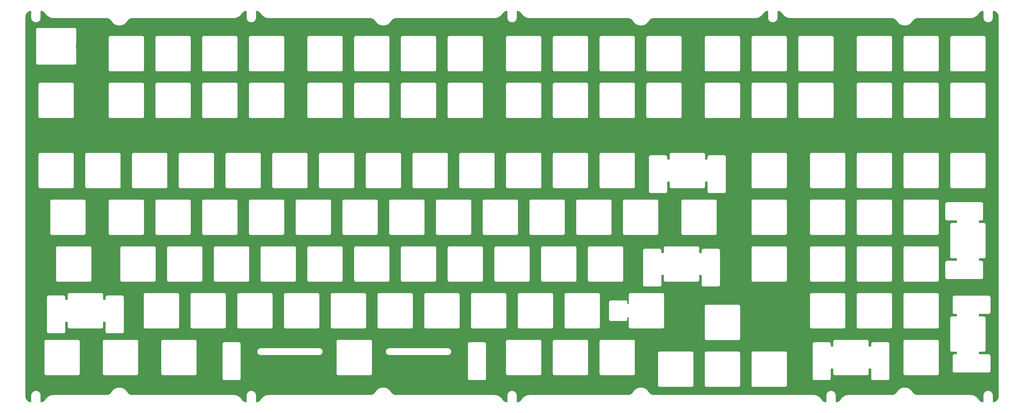
<source format=gbr>
%TF.GenerationSoftware,KiCad,Pcbnew,(6.0.2)*%
%TF.CreationDate,2022-03-07T23:39:06-05:00*%
%TF.ProjectId,FR4-fixed-layout-plate,4652342d-6669-4786-9564-2d6c61796f75,rev?*%
%TF.SameCoordinates,Original*%
%TF.FileFunction,Copper,L1,Top*%
%TF.FilePolarity,Positive*%
%FSLAX46Y46*%
G04 Gerber Fmt 4.6, Leading zero omitted, Abs format (unit mm)*
G04 Created by KiCad (PCBNEW (6.0.2)) date 2022-03-07 23:39:06*
%MOMM*%
%LPD*%
G01*
G04 APERTURE LIST*
%TA.AperFunction,ComponentPad*%
%ADD10C,16.800000*%
%TD*%
%TA.AperFunction,ComponentPad*%
%ADD11C,11.000000*%
%TD*%
%TA.AperFunction,ComponentPad*%
%ADD12C,10.000000*%
%TD*%
%TA.AperFunction,ViaPad*%
%ADD13C,0.800000*%
%TD*%
G04 APERTURE END LIST*
D10*
%TO.P,H6,1,1*%
%TO.N,GND*%
X292893750Y-88225250D03*
%TD*%
D11*
%TO.P,H2,1,1*%
%TO.N,GND*%
X271462500Y-14287500D03*
%TD*%
%TO.P,H3,1,1*%
%TO.N,GND*%
X290512500Y-14287500D03*
%TD*%
%TO.P,H4,1,1*%
%TO.N,GND*%
X309562500Y-14287500D03*
%TD*%
D12*
%TO.P,H5,1,1*%
%TO.N,GND*%
X13000000Y22050000D03*
%TD*%
D13*
%TO.N,GND*%
X188250000Y35500000D03*
X77000000Y-122000000D03*
X82000000Y35500000D03*
X77000000Y35500000D03*
X82000000Y-122000000D03*
X313250000Y-122000000D03*
X382250000Y-122000000D03*
X-10750000Y-122000000D03*
X382250000Y35500000D03*
X183250000Y-122000000D03*
X377250000Y35500000D03*
X294500000Y35500000D03*
X183250000Y35500000D03*
X377250000Y-122000000D03*
X289500000Y35500000D03*
X-5750000Y-122000000D03*
X318250000Y-122000000D03*
X-5750000Y35500000D03*
X-10750000Y35500000D03*
X188250000Y-122000000D03*
%TD*%
%TA.AperFunction,Conductor*%
%TO.N,GND*%
G36*
X377585049Y36483896D02*
G01*
X377641265Y36469078D01*
X377667732Y36457774D01*
X377717313Y36427407D01*
X377739410Y36408966D01*
X377778154Y36365627D01*
X377794014Y36341608D01*
X377818654Y36288953D01*
X377826934Y36261385D01*
X377833802Y36214642D01*
X377834820Y36200547D01*
X377832357Y36189836D01*
X377834817Y36178964D01*
X377834817Y36178963D01*
X377835059Y36177895D01*
X377837500Y36156046D01*
X377837500Y33758960D01*
X377834982Y33736773D01*
X377832357Y33725358D01*
X377833329Y33721060D01*
X377850798Y33465679D01*
X377851486Y33462368D01*
X377851487Y33462361D01*
X377869159Y33377321D01*
X377903682Y33211188D01*
X377990726Y32966269D01*
X377992276Y32963278D01*
X377992278Y32963273D01*
X378053197Y32845707D01*
X378110310Y32735484D01*
X378260204Y32523131D01*
X378437618Y32333167D01*
X378440234Y32331039D01*
X378440238Y32331035D01*
X378472176Y32305052D01*
X378639247Y32169130D01*
X378861334Y32034076D01*
X379099742Y31930521D01*
X379204240Y31901242D01*
X379346770Y31861306D01*
X379346776Y31861305D01*
X379350030Y31860393D01*
X379607536Y31825000D01*
X379867464Y31825000D01*
X380124970Y31860393D01*
X380128224Y31861305D01*
X380128230Y31861306D01*
X380270760Y31901242D01*
X380375258Y31930521D01*
X380613666Y32034076D01*
X380835753Y32169130D01*
X381002824Y32305052D01*
X381034762Y32331035D01*
X381034766Y32331039D01*
X381037382Y32333167D01*
X381214796Y32523131D01*
X381364690Y32735484D01*
X381421803Y32845707D01*
X381482722Y32963273D01*
X381482724Y32963278D01*
X381484274Y32966269D01*
X381571318Y33211188D01*
X381605841Y33377321D01*
X381623513Y33462361D01*
X381623514Y33462368D01*
X381624202Y33465679D01*
X381641569Y33719571D01*
X381641582Y33719708D01*
X381642642Y33724284D01*
X381642643Y33725000D01*
X381639979Y33736679D01*
X381637500Y33758696D01*
X381637500Y36154109D01*
X381640057Y36176464D01*
X381640345Y36177704D01*
X381642642Y36187615D01*
X381642643Y36188331D01*
X381641494Y36193367D01*
X381641929Y36218420D01*
X381648100Y36260353D01*
X381656406Y36287961D01*
X381681127Y36340687D01*
X381697034Y36364727D01*
X381735895Y36408092D01*
X381758056Y36426531D01*
X381807768Y36456863D01*
X381834298Y36468132D01*
X381890639Y36482853D01*
X381919293Y36486002D01*
X381966641Y36484264D01*
X381980681Y36482704D01*
X381990758Y36478338D01*
X382001897Y36478780D01*
X382012503Y36476800D01*
X382022937Y36475748D01*
X382068976Y36464449D01*
X382267150Y36415812D01*
X382278088Y36412446D01*
X382538181Y36315635D01*
X382548657Y36311030D01*
X382764825Y36200682D01*
X382787475Y36189120D01*
X382795853Y36184843D01*
X382805721Y36179064D01*
X383036706Y36025189D01*
X383045840Y36018310D01*
X383257520Y35838810D01*
X383265806Y35830916D01*
X383455348Y35628194D01*
X383462667Y35619397D01*
X383627555Y35396147D01*
X383633808Y35386568D01*
X383655261Y35349142D01*
X383771826Y35145785D01*
X383776933Y35135546D01*
X383811693Y35054423D01*
X383886242Y34880442D01*
X383890134Y34869679D01*
X383969272Y34603666D01*
X383971896Y34592527D01*
X383983038Y34528952D01*
X384017119Y34334492D01*
X384019807Y34319153D01*
X384021125Y34307808D01*
X384035631Y34057268D01*
X384034797Y34047370D01*
X384034875Y34047370D01*
X384034855Y34036223D01*
X384032357Y34025358D01*
X384034817Y34014486D01*
X384034817Y34014484D01*
X384035059Y34013417D01*
X384037500Y33991568D01*
X384037500Y-120541039D01*
X384034982Y-120563226D01*
X384032357Y-120574641D01*
X384034818Y-120585516D01*
X384034799Y-120596311D01*
X384035661Y-120606762D01*
X384033127Y-120650538D01*
X384021131Y-120857738D01*
X384021128Y-120857784D01*
X384019809Y-120869147D01*
X384012211Y-120912499D01*
X383971896Y-121142529D01*
X383969272Y-121153667D01*
X383916396Y-121331407D01*
X383890136Y-121419676D01*
X383886245Y-121430435D01*
X383776981Y-121685436D01*
X383776935Y-121685543D01*
X383771828Y-121695782D01*
X383633876Y-121936450D01*
X383633811Y-121936563D01*
X383627555Y-121946146D01*
X383462667Y-122169396D01*
X383455348Y-122178193D01*
X383265806Y-122380915D01*
X383257523Y-122388806D01*
X383136383Y-122491531D01*
X383045844Y-122568306D01*
X383036706Y-122575188D01*
X382936714Y-122641800D01*
X382805726Y-122729060D01*
X382795858Y-122734840D01*
X382548648Y-122861034D01*
X382538191Y-122865630D01*
X382406172Y-122914771D01*
X382278087Y-122962447D01*
X382267148Y-122965813D01*
X382186886Y-122985511D01*
X382139473Y-122997147D01*
X382115877Y-123000000D01*
X381824343Y-123000000D01*
X381772779Y-122985511D01*
X381758058Y-122976529D01*
X381735894Y-122958088D01*
X381697035Y-122914725D01*
X381681128Y-122890685D01*
X381656407Y-122837959D01*
X381648101Y-122810352D01*
X381646213Y-122797520D01*
X381641964Y-122768654D01*
X381641570Y-122743671D01*
X381642642Y-122739046D01*
X381642643Y-122738330D01*
X381640345Y-122728254D01*
X381639979Y-122726651D01*
X381637500Y-122704634D01*
X381637500Y-120309221D01*
X381640057Y-120286866D01*
X381640370Y-120285518D01*
X381642642Y-120275715D01*
X381642643Y-120274999D01*
X381642273Y-120273377D01*
X381642601Y-120270531D01*
X381641639Y-120270597D01*
X381628075Y-120072299D01*
X381624202Y-120015678D01*
X381623221Y-120010954D01*
X381572007Y-119764503D01*
X381571318Y-119761187D01*
X381484274Y-119516268D01*
X381479053Y-119506191D01*
X381382958Y-119320738D01*
X381364690Y-119285483D01*
X381214796Y-119073130D01*
X381037382Y-118883166D01*
X381034763Y-118881035D01*
X381034762Y-118881034D01*
X380904427Y-118774999D01*
X380835753Y-118719129D01*
X380613666Y-118584075D01*
X380375258Y-118480520D01*
X380270760Y-118451241D01*
X380128230Y-118411305D01*
X380128224Y-118411304D01*
X380124970Y-118410392D01*
X379867464Y-118374999D01*
X379607536Y-118374999D01*
X379350030Y-118410392D01*
X379346776Y-118411304D01*
X379346770Y-118411305D01*
X379204240Y-118451241D01*
X379099742Y-118480520D01*
X378861334Y-118584075D01*
X378639247Y-118719129D01*
X378570573Y-118774999D01*
X378440238Y-118881034D01*
X378440237Y-118881035D01*
X378437618Y-118883166D01*
X378260204Y-119073130D01*
X378110310Y-119285483D01*
X378092042Y-119320738D01*
X377995948Y-119506191D01*
X377990726Y-119516268D01*
X377903682Y-119761187D01*
X377902993Y-119764503D01*
X377851780Y-120010954D01*
X377850798Y-120015678D01*
X377833393Y-120270138D01*
X377832357Y-120274641D01*
X377834818Y-120285517D01*
X377835059Y-120286582D01*
X377837500Y-120308431D01*
X377837500Y-122705517D01*
X377834982Y-122727704D01*
X377832357Y-122739119D01*
X377834817Y-122749992D01*
X377834816Y-122750681D01*
X377833764Y-122764899D01*
X377826934Y-122811382D01*
X377818654Y-122838951D01*
X377794013Y-122891607D01*
X377778155Y-122915623D01*
X377739406Y-122958969D01*
X377717309Y-122977409D01*
X377704220Y-122985425D01*
X377652515Y-123000000D01*
X377348658Y-123000000D01*
X377325908Y-122997351D01*
X377325023Y-122997142D01*
X377236249Y-122976181D01*
X377226387Y-122973304D01*
X376991090Y-122891203D01*
X376981594Y-122887327D01*
X376756059Y-122781270D01*
X376746999Y-122776420D01*
X376533685Y-122647562D01*
X376525182Y-122641804D01*
X376326367Y-122491523D01*
X376318512Y-122484917D01*
X376206976Y-122380780D01*
X376136345Y-122314835D01*
X376129220Y-122307455D01*
X375965659Y-122119398D01*
X375959344Y-122111327D01*
X375831973Y-121929861D01*
X375822475Y-121911262D01*
X375822204Y-121911392D01*
X375819777Y-121906315D01*
X375817943Y-121900999D01*
X375817563Y-121900392D01*
X375814176Y-121896997D01*
X375811893Y-121893923D01*
X375721726Y-121763814D01*
X375613774Y-121608039D01*
X375613766Y-121608029D01*
X375612476Y-121606167D01*
X375611018Y-121604429D01*
X375611013Y-121604422D01*
X375383499Y-121333154D01*
X375383490Y-121333144D01*
X375382033Y-121331407D01*
X375127353Y-121078951D01*
X374850583Y-120850928D01*
X374554058Y-120649262D01*
X374359358Y-120541538D01*
X374242274Y-120476757D01*
X374242270Y-120476755D01*
X374240280Y-120475654D01*
X374238198Y-120474741D01*
X374238193Y-120474738D01*
X373913976Y-120332481D01*
X373913972Y-120332480D01*
X373911897Y-120331569D01*
X373626748Y-120236569D01*
X373573819Y-120218935D01*
X373573813Y-120218933D01*
X373571678Y-120218222D01*
X373569486Y-120217710D01*
X373569481Y-120217708D01*
X373224709Y-120137088D01*
X373224710Y-120137088D01*
X373222494Y-120136570D01*
X373220237Y-120136257D01*
X373220232Y-120136256D01*
X373082832Y-120117198D01*
X372867292Y-120087302D01*
X372649335Y-120077282D01*
X372518547Y-120071269D01*
X372514451Y-120070939D01*
X372509783Y-120069857D01*
X372509067Y-120069856D01*
X372503618Y-120071099D01*
X372497388Y-120072520D01*
X372475371Y-120074999D01*
X351081828Y-120074999D01*
X351059641Y-120072481D01*
X351048226Y-120069856D01*
X351037349Y-120072317D01*
X351026754Y-120072299D01*
X351016099Y-120073182D01*
X350924712Y-120067955D01*
X350768453Y-120059017D01*
X350757233Y-120057730D01*
X350487027Y-120010954D01*
X350476027Y-120008395D01*
X350212930Y-119931118D01*
X350202296Y-119927324D01*
X349949705Y-119820542D01*
X349939573Y-119815557D01*
X349700831Y-119680684D01*
X349691323Y-119674572D01*
X349580489Y-119594014D01*
X349469504Y-119513346D01*
X349460764Y-119506196D01*
X349258783Y-119320736D01*
X349250907Y-119312628D01*
X349071389Y-119105344D01*
X349064497Y-119096402D01*
X348924980Y-118892232D01*
X348915814Y-118873593D01*
X348915445Y-118873761D01*
X348913108Y-118868641D01*
X348911364Y-118863282D01*
X348911181Y-118862978D01*
X348911180Y-118862974D01*
X348911177Y-118862971D01*
X348910995Y-118862668D01*
X348908293Y-118859862D01*
X348908259Y-118859815D01*
X348709573Y-118563905D01*
X348709572Y-118563904D01*
X348708224Y-118561896D01*
X348477558Y-118281988D01*
X348220625Y-118025978D01*
X347939888Y-117796323D01*
X347638038Y-117595222D01*
X347317968Y-117424604D01*
X346982747Y-117286104D01*
X346980433Y-117285404D01*
X346980428Y-117285402D01*
X346637924Y-117181758D01*
X346635588Y-117181051D01*
X346279820Y-117110451D01*
X345918853Y-117074981D01*
X345556148Y-117074981D01*
X345195181Y-117110451D01*
X344839413Y-117181051D01*
X344837084Y-117181756D01*
X344837075Y-117181758D01*
X344494584Y-117285399D01*
X344494580Y-117285400D01*
X344492255Y-117286104D01*
X344157034Y-117424603D01*
X343836964Y-117595221D01*
X343535113Y-117796322D01*
X343254376Y-118025977D01*
X342997443Y-118281986D01*
X342995912Y-118283843D01*
X342995910Y-118283846D01*
X342792749Y-118530379D01*
X342766777Y-118561895D01*
X342765429Y-118563903D01*
X342765428Y-118563904D01*
X342567636Y-118858482D01*
X342566892Y-118859066D01*
X342566637Y-118859723D01*
X342564376Y-118862054D01*
X342564193Y-118862356D01*
X342564190Y-118862360D01*
X342564188Y-118862365D01*
X342564006Y-118862667D01*
X342562267Y-118867950D01*
X342559950Y-118872998D01*
X342559665Y-118872867D01*
X342550315Y-118891799D01*
X342410508Y-119096390D01*
X342403608Y-119105344D01*
X342249989Y-119282724D01*
X342224092Y-119312626D01*
X342216216Y-119320734D01*
X342014236Y-119506194D01*
X342005496Y-119513344D01*
X341784101Y-119674262D01*
X341783677Y-119674570D01*
X341774167Y-119680684D01*
X341535430Y-119815554D01*
X341525295Y-119820540D01*
X341272706Y-119927321D01*
X341262070Y-119931116D01*
X340998973Y-120008393D01*
X340987973Y-120010952D01*
X340717767Y-120057728D01*
X340706548Y-120059015D01*
X340546132Y-120068191D01*
X340459413Y-120073151D01*
X340449503Y-120072313D01*
X340449503Y-120072374D01*
X340438356Y-120072354D01*
X340427491Y-120069856D01*
X340416619Y-120072316D01*
X340416617Y-120072316D01*
X340415550Y-120072558D01*
X340393701Y-120074999D01*
X323000155Y-120074999D01*
X322977803Y-120072442D01*
X322966649Y-120069857D01*
X322965933Y-120069856D01*
X322961251Y-120070924D01*
X322957492Y-120071221D01*
X322609982Y-120087197D01*
X322609972Y-120087198D01*
X322607708Y-120087302D01*
X322492427Y-120103292D01*
X322254768Y-120136256D01*
X322254763Y-120136257D01*
X322252506Y-120136570D01*
X322250290Y-120137088D01*
X322250291Y-120137088D01*
X321905519Y-120217708D01*
X321905514Y-120217710D01*
X321903322Y-120218222D01*
X321901187Y-120218933D01*
X321901181Y-120218935D01*
X321848252Y-120236569D01*
X321563103Y-120331569D01*
X321561028Y-120332480D01*
X321561024Y-120332481D01*
X321236807Y-120474738D01*
X321236802Y-120474741D01*
X321234720Y-120475654D01*
X321232730Y-120476755D01*
X321232726Y-120476757D01*
X321115642Y-120541538D01*
X320920942Y-120649262D01*
X320624417Y-120850928D01*
X320347647Y-121078951D01*
X320092967Y-121331407D01*
X320091510Y-121333144D01*
X320091501Y-121333154D01*
X319863987Y-121604422D01*
X319863982Y-121604429D01*
X319862524Y-121606167D01*
X319861234Y-121608029D01*
X319861226Y-121608039D01*
X319663685Y-121893090D01*
X319661215Y-121896406D01*
X319657818Y-121899786D01*
X319657628Y-121900088D01*
X319657627Y-121900089D01*
X319657626Y-121900091D01*
X319657437Y-121900392D01*
X319655602Y-121905649D01*
X319653185Y-121910675D01*
X319652994Y-121910583D01*
X319643327Y-121929433D01*
X319515656Y-122111328D01*
X319509341Y-122119398D01*
X319345780Y-122307455D01*
X319338655Y-122314835D01*
X319268024Y-122380780D01*
X319156488Y-122484917D01*
X319148633Y-122491523D01*
X318949818Y-122641804D01*
X318941315Y-122647562D01*
X318728001Y-122776420D01*
X318718941Y-122781270D01*
X318493406Y-122887327D01*
X318483910Y-122891203D01*
X318248613Y-122973304D01*
X318238747Y-122976182D01*
X318149090Y-122997351D01*
X318126341Y-123000000D01*
X317822485Y-123000000D01*
X317770778Y-122985424D01*
X317757690Y-122977408D01*
X317735590Y-122958965D01*
X317696846Y-122915626D01*
X317680985Y-122891605D01*
X317678982Y-122887323D01*
X317656346Y-122838950D01*
X317648066Y-122811384D01*
X317641198Y-122764641D01*
X317640180Y-122750546D01*
X317642643Y-122739835D01*
X317639941Y-122727894D01*
X317637500Y-122706045D01*
X317637500Y-120309221D01*
X317640057Y-120286866D01*
X317640370Y-120285518D01*
X317642642Y-120275715D01*
X317642643Y-120274999D01*
X317642273Y-120273377D01*
X317642601Y-120270531D01*
X317641639Y-120270597D01*
X317628075Y-120072299D01*
X317624202Y-120015678D01*
X317623221Y-120010954D01*
X317572007Y-119764503D01*
X317571318Y-119761187D01*
X317484274Y-119516268D01*
X317479053Y-119506191D01*
X317382958Y-119320738D01*
X317364690Y-119285483D01*
X317214796Y-119073130D01*
X317037382Y-118883166D01*
X317034763Y-118881035D01*
X317034762Y-118881034D01*
X316904427Y-118774999D01*
X316835753Y-118719129D01*
X316613666Y-118584075D01*
X316375258Y-118480520D01*
X316270760Y-118451241D01*
X316128230Y-118411305D01*
X316128224Y-118411304D01*
X316124970Y-118410392D01*
X315867464Y-118374999D01*
X315607536Y-118374999D01*
X315350030Y-118410392D01*
X315346776Y-118411304D01*
X315346770Y-118411305D01*
X315204240Y-118451241D01*
X315099742Y-118480520D01*
X314861334Y-118584075D01*
X314639247Y-118719129D01*
X314570573Y-118774999D01*
X314440238Y-118881034D01*
X314440237Y-118881035D01*
X314437618Y-118883166D01*
X314260204Y-119073130D01*
X314110310Y-119285483D01*
X314092042Y-119320738D01*
X313995948Y-119506191D01*
X313990726Y-119516268D01*
X313903682Y-119761187D01*
X313902993Y-119764503D01*
X313851780Y-120010954D01*
X313850798Y-120015678D01*
X313833393Y-120270138D01*
X313832357Y-120274641D01*
X313834818Y-120285517D01*
X313835059Y-120286582D01*
X313837500Y-120308431D01*
X313837500Y-122705517D01*
X313834982Y-122727704D01*
X313832357Y-122739119D01*
X313834817Y-122749992D01*
X313834816Y-122750681D01*
X313833764Y-122764899D01*
X313826934Y-122811382D01*
X313818654Y-122838951D01*
X313794013Y-122891607D01*
X313778155Y-122915623D01*
X313739406Y-122958969D01*
X313717309Y-122977409D01*
X313704220Y-122985425D01*
X313652515Y-123000000D01*
X313348658Y-123000000D01*
X313325908Y-122997351D01*
X313325023Y-122997142D01*
X313236249Y-122976181D01*
X313226387Y-122973304D01*
X312991090Y-122891203D01*
X312981594Y-122887327D01*
X312756059Y-122781270D01*
X312746999Y-122776420D01*
X312533685Y-122647562D01*
X312525182Y-122641804D01*
X312326367Y-122491523D01*
X312318512Y-122484917D01*
X312206976Y-122380780D01*
X312136345Y-122314835D01*
X312129220Y-122307455D01*
X311965659Y-122119398D01*
X311959344Y-122111327D01*
X311831973Y-121929861D01*
X311822475Y-121911262D01*
X311822204Y-121911392D01*
X311819777Y-121906315D01*
X311817943Y-121900999D01*
X311817563Y-121900392D01*
X311814176Y-121896997D01*
X311811893Y-121893923D01*
X311721726Y-121763814D01*
X311613774Y-121608039D01*
X311613766Y-121608029D01*
X311612476Y-121606167D01*
X311611018Y-121604429D01*
X311611013Y-121604422D01*
X311383499Y-121333154D01*
X311383490Y-121333144D01*
X311382033Y-121331407D01*
X311127353Y-121078951D01*
X310850583Y-120850928D01*
X310554058Y-120649262D01*
X310359358Y-120541538D01*
X310242274Y-120476757D01*
X310242270Y-120476755D01*
X310240280Y-120475654D01*
X310238198Y-120474741D01*
X310238193Y-120474738D01*
X309913976Y-120332481D01*
X309913972Y-120332480D01*
X309911897Y-120331569D01*
X309626748Y-120236569D01*
X309573819Y-120218935D01*
X309573813Y-120218933D01*
X309571678Y-120218222D01*
X309569486Y-120217710D01*
X309569481Y-120217708D01*
X309224709Y-120137088D01*
X309224710Y-120137088D01*
X309222494Y-120136570D01*
X309220237Y-120136257D01*
X309220232Y-120136256D01*
X309082832Y-120117198D01*
X308867292Y-120087302D01*
X308649335Y-120077282D01*
X308518547Y-120071269D01*
X308514451Y-120070939D01*
X308509783Y-120069857D01*
X308509067Y-120069856D01*
X308503618Y-120071099D01*
X308497388Y-120072520D01*
X308475371Y-120074999D01*
X243581828Y-120074999D01*
X243559641Y-120072481D01*
X243548226Y-120069856D01*
X243537349Y-120072317D01*
X243526754Y-120072299D01*
X243516099Y-120073182D01*
X243424712Y-120067955D01*
X243268453Y-120059017D01*
X243257233Y-120057730D01*
X242987027Y-120010954D01*
X242976027Y-120008395D01*
X242712930Y-119931118D01*
X242702296Y-119927324D01*
X242449705Y-119820542D01*
X242439573Y-119815557D01*
X242200831Y-119680684D01*
X242191323Y-119674572D01*
X242080489Y-119594014D01*
X241969504Y-119513346D01*
X241960764Y-119506196D01*
X241758783Y-119320736D01*
X241750907Y-119312628D01*
X241571389Y-119105344D01*
X241564497Y-119096402D01*
X241424980Y-118892232D01*
X241415814Y-118873593D01*
X241415445Y-118873761D01*
X241413108Y-118868641D01*
X241411364Y-118863282D01*
X241411181Y-118862978D01*
X241411180Y-118862974D01*
X241411177Y-118862971D01*
X241410995Y-118862668D01*
X241408293Y-118859862D01*
X241408259Y-118859815D01*
X241209573Y-118563905D01*
X241209572Y-118563904D01*
X241208224Y-118561896D01*
X240977558Y-118281988D01*
X240720625Y-118025978D01*
X240439888Y-117796323D01*
X240138038Y-117595222D01*
X239817968Y-117424604D01*
X239482747Y-117286104D01*
X239480433Y-117285404D01*
X239480428Y-117285402D01*
X239137924Y-117181758D01*
X239135588Y-117181051D01*
X238779820Y-117110451D01*
X238418853Y-117074981D01*
X238056148Y-117074981D01*
X237695181Y-117110451D01*
X237339413Y-117181051D01*
X237337084Y-117181756D01*
X237337075Y-117181758D01*
X236994584Y-117285399D01*
X236994580Y-117285400D01*
X236992255Y-117286104D01*
X236657034Y-117424603D01*
X236336964Y-117595221D01*
X236035113Y-117796322D01*
X235754376Y-118025977D01*
X235497443Y-118281986D01*
X235495912Y-118283843D01*
X235495910Y-118283846D01*
X235292749Y-118530379D01*
X235266777Y-118561895D01*
X235265429Y-118563903D01*
X235265428Y-118563904D01*
X235067636Y-118858482D01*
X235066892Y-118859066D01*
X235066637Y-118859723D01*
X235064376Y-118862054D01*
X235064193Y-118862356D01*
X235064190Y-118862360D01*
X235064188Y-118862365D01*
X235064006Y-118862667D01*
X235062267Y-118867950D01*
X235059950Y-118872998D01*
X235059665Y-118872867D01*
X235050315Y-118891799D01*
X234910508Y-119096390D01*
X234903608Y-119105344D01*
X234749989Y-119282724D01*
X234724092Y-119312626D01*
X234716216Y-119320734D01*
X234514236Y-119506194D01*
X234505496Y-119513344D01*
X234284101Y-119674262D01*
X234283677Y-119674570D01*
X234274167Y-119680684D01*
X234035430Y-119815554D01*
X234025295Y-119820540D01*
X233772706Y-119927321D01*
X233762070Y-119931116D01*
X233498973Y-120008393D01*
X233487973Y-120010952D01*
X233217767Y-120057728D01*
X233206548Y-120059015D01*
X233046132Y-120068191D01*
X232959413Y-120073151D01*
X232949503Y-120072313D01*
X232949503Y-120072374D01*
X232938356Y-120072354D01*
X232927491Y-120069856D01*
X232916619Y-120072316D01*
X232916617Y-120072316D01*
X232915550Y-120072558D01*
X232893701Y-120074999D01*
X193000155Y-120074999D01*
X192977803Y-120072442D01*
X192966649Y-120069857D01*
X192965933Y-120069856D01*
X192961251Y-120070924D01*
X192957492Y-120071221D01*
X192609982Y-120087197D01*
X192609972Y-120087198D01*
X192607708Y-120087302D01*
X192492427Y-120103292D01*
X192254768Y-120136256D01*
X192254763Y-120136257D01*
X192252506Y-120136570D01*
X192250290Y-120137088D01*
X192250291Y-120137088D01*
X191905519Y-120217708D01*
X191905514Y-120217710D01*
X191903322Y-120218222D01*
X191901187Y-120218933D01*
X191901181Y-120218935D01*
X191848252Y-120236569D01*
X191563103Y-120331569D01*
X191561028Y-120332480D01*
X191561024Y-120332481D01*
X191236807Y-120474738D01*
X191236802Y-120474741D01*
X191234720Y-120475654D01*
X191232730Y-120476755D01*
X191232726Y-120476757D01*
X191115642Y-120541538D01*
X190920942Y-120649262D01*
X190624417Y-120850928D01*
X190347647Y-121078951D01*
X190092967Y-121331407D01*
X190091510Y-121333144D01*
X190091501Y-121333154D01*
X189863987Y-121604422D01*
X189863982Y-121604429D01*
X189862524Y-121606167D01*
X189861234Y-121608029D01*
X189861226Y-121608039D01*
X189663685Y-121893090D01*
X189661215Y-121896406D01*
X189657818Y-121899786D01*
X189657628Y-121900088D01*
X189657627Y-121900089D01*
X189657626Y-121900091D01*
X189657437Y-121900392D01*
X189655602Y-121905649D01*
X189653185Y-121910675D01*
X189652994Y-121910583D01*
X189643327Y-121929433D01*
X189515656Y-122111328D01*
X189509341Y-122119398D01*
X189345780Y-122307455D01*
X189338655Y-122314835D01*
X189268024Y-122380780D01*
X189156488Y-122484917D01*
X189148633Y-122491523D01*
X188949818Y-122641804D01*
X188941315Y-122647562D01*
X188728001Y-122776420D01*
X188718941Y-122781270D01*
X188493406Y-122887327D01*
X188483910Y-122891203D01*
X188248613Y-122973304D01*
X188238747Y-122976182D01*
X188149090Y-122997351D01*
X188126341Y-123000000D01*
X187822485Y-123000000D01*
X187770778Y-122985424D01*
X187757690Y-122977408D01*
X187735590Y-122958965D01*
X187696846Y-122915626D01*
X187680985Y-122891605D01*
X187678982Y-122887323D01*
X187656346Y-122838950D01*
X187648066Y-122811384D01*
X187641198Y-122764641D01*
X187640180Y-122750546D01*
X187642643Y-122739835D01*
X187639941Y-122727894D01*
X187637500Y-122706045D01*
X187637500Y-120309221D01*
X187640057Y-120286866D01*
X187640370Y-120285518D01*
X187642642Y-120275715D01*
X187642643Y-120274999D01*
X187642273Y-120273377D01*
X187642601Y-120270531D01*
X187641639Y-120270597D01*
X187628075Y-120072299D01*
X187624202Y-120015678D01*
X187623221Y-120010954D01*
X187572007Y-119764503D01*
X187571318Y-119761187D01*
X187484274Y-119516268D01*
X187479053Y-119506191D01*
X187382958Y-119320738D01*
X187364690Y-119285483D01*
X187214796Y-119073130D01*
X187037382Y-118883166D01*
X187034763Y-118881035D01*
X187034762Y-118881034D01*
X186904427Y-118774999D01*
X186835753Y-118719129D01*
X186613666Y-118584075D01*
X186375258Y-118480520D01*
X186270760Y-118451241D01*
X186128230Y-118411305D01*
X186128224Y-118411304D01*
X186124970Y-118410392D01*
X185867464Y-118374999D01*
X185607536Y-118374999D01*
X185350030Y-118410392D01*
X185346776Y-118411304D01*
X185346770Y-118411305D01*
X185204240Y-118451241D01*
X185099742Y-118480520D01*
X184861334Y-118584075D01*
X184639247Y-118719129D01*
X184570573Y-118774999D01*
X184440238Y-118881034D01*
X184440237Y-118881035D01*
X184437618Y-118883166D01*
X184260204Y-119073130D01*
X184110310Y-119285483D01*
X184092042Y-119320738D01*
X183995948Y-119506191D01*
X183990726Y-119516268D01*
X183903682Y-119761187D01*
X183902993Y-119764503D01*
X183851780Y-120010954D01*
X183850798Y-120015678D01*
X183833393Y-120270138D01*
X183832357Y-120274641D01*
X183834818Y-120285517D01*
X183835059Y-120286582D01*
X183837500Y-120308431D01*
X183837500Y-122705517D01*
X183834982Y-122727704D01*
X183832357Y-122739119D01*
X183834817Y-122749992D01*
X183834816Y-122750681D01*
X183833764Y-122764899D01*
X183826934Y-122811382D01*
X183818654Y-122838951D01*
X183794013Y-122891607D01*
X183778155Y-122915623D01*
X183739406Y-122958969D01*
X183717309Y-122977409D01*
X183704220Y-122985425D01*
X183652515Y-123000000D01*
X183348658Y-123000000D01*
X183325908Y-122997351D01*
X183325023Y-122997142D01*
X183236249Y-122976181D01*
X183226387Y-122973304D01*
X182991090Y-122891203D01*
X182981594Y-122887327D01*
X182756059Y-122781270D01*
X182746999Y-122776420D01*
X182533685Y-122647562D01*
X182525182Y-122641804D01*
X182326367Y-122491523D01*
X182318512Y-122484917D01*
X182206976Y-122380780D01*
X182136345Y-122314835D01*
X182129220Y-122307455D01*
X181965659Y-122119398D01*
X181959344Y-122111327D01*
X181831973Y-121929861D01*
X181822475Y-121911262D01*
X181822204Y-121911392D01*
X181819777Y-121906315D01*
X181817943Y-121900999D01*
X181817563Y-121900392D01*
X181814176Y-121896997D01*
X181811893Y-121893923D01*
X181721726Y-121763814D01*
X181613774Y-121608039D01*
X181613766Y-121608029D01*
X181612476Y-121606167D01*
X181611018Y-121604429D01*
X181611013Y-121604422D01*
X181383499Y-121333154D01*
X181383490Y-121333144D01*
X181382033Y-121331407D01*
X181127353Y-121078951D01*
X180850583Y-120850928D01*
X180554058Y-120649262D01*
X180359358Y-120541538D01*
X180242274Y-120476757D01*
X180242270Y-120476755D01*
X180240280Y-120475654D01*
X180238198Y-120474741D01*
X180238193Y-120474738D01*
X179913976Y-120332481D01*
X179913972Y-120332480D01*
X179911897Y-120331569D01*
X179626748Y-120236569D01*
X179573819Y-120218935D01*
X179573813Y-120218933D01*
X179571678Y-120218222D01*
X179569486Y-120217710D01*
X179569481Y-120217708D01*
X179224709Y-120137088D01*
X179224710Y-120137088D01*
X179222494Y-120136570D01*
X179220237Y-120136257D01*
X179220232Y-120136256D01*
X179082832Y-120117198D01*
X178867292Y-120087302D01*
X178649335Y-120077282D01*
X178518547Y-120071269D01*
X178514451Y-120070939D01*
X178509783Y-120069857D01*
X178509067Y-120069856D01*
X178503618Y-120071099D01*
X178497388Y-120072520D01*
X178475371Y-120074999D01*
X138581828Y-120074999D01*
X138559641Y-120072481D01*
X138548226Y-120069856D01*
X138537349Y-120072317D01*
X138526754Y-120072299D01*
X138516099Y-120073182D01*
X138424712Y-120067955D01*
X138268453Y-120059017D01*
X138257233Y-120057730D01*
X137987027Y-120010954D01*
X137976027Y-120008395D01*
X137712930Y-119931118D01*
X137702296Y-119927324D01*
X137449705Y-119820542D01*
X137439573Y-119815557D01*
X137200831Y-119680684D01*
X137191323Y-119674572D01*
X137080489Y-119594014D01*
X136969504Y-119513346D01*
X136960764Y-119506196D01*
X136758783Y-119320736D01*
X136750907Y-119312628D01*
X136571389Y-119105344D01*
X136564497Y-119096402D01*
X136424980Y-118892232D01*
X136415814Y-118873593D01*
X136415445Y-118873761D01*
X136413108Y-118868641D01*
X136411364Y-118863282D01*
X136411181Y-118862978D01*
X136411180Y-118862974D01*
X136411177Y-118862971D01*
X136410995Y-118862668D01*
X136408293Y-118859862D01*
X136408259Y-118859815D01*
X136209573Y-118563905D01*
X136209572Y-118563904D01*
X136208224Y-118561896D01*
X135977558Y-118281988D01*
X135720625Y-118025978D01*
X135439888Y-117796323D01*
X135138038Y-117595222D01*
X134817968Y-117424604D01*
X134482747Y-117286104D01*
X134480433Y-117285404D01*
X134480428Y-117285402D01*
X134137924Y-117181758D01*
X134135588Y-117181051D01*
X133779820Y-117110451D01*
X133418853Y-117074981D01*
X133056148Y-117074981D01*
X132695181Y-117110451D01*
X132339413Y-117181051D01*
X132337084Y-117181756D01*
X132337075Y-117181758D01*
X131994584Y-117285399D01*
X131994580Y-117285400D01*
X131992255Y-117286104D01*
X131657034Y-117424603D01*
X131336964Y-117595221D01*
X131035113Y-117796322D01*
X130754376Y-118025977D01*
X130497443Y-118281986D01*
X130495912Y-118283843D01*
X130495910Y-118283846D01*
X130292749Y-118530379D01*
X130266777Y-118561895D01*
X130265429Y-118563903D01*
X130265428Y-118563904D01*
X130067636Y-118858482D01*
X130066892Y-118859066D01*
X130066637Y-118859723D01*
X130064376Y-118862054D01*
X130064193Y-118862356D01*
X130064190Y-118862360D01*
X130064188Y-118862365D01*
X130064006Y-118862667D01*
X130062267Y-118867950D01*
X130059950Y-118872998D01*
X130059665Y-118872867D01*
X130050315Y-118891799D01*
X129910508Y-119096390D01*
X129903608Y-119105344D01*
X129749989Y-119282724D01*
X129724092Y-119312626D01*
X129716216Y-119320734D01*
X129514236Y-119506194D01*
X129505496Y-119513344D01*
X129284101Y-119674262D01*
X129283677Y-119674570D01*
X129274167Y-119680684D01*
X129035430Y-119815554D01*
X129025295Y-119820540D01*
X128772706Y-119927321D01*
X128762070Y-119931116D01*
X128498973Y-120008393D01*
X128487973Y-120010952D01*
X128217767Y-120057728D01*
X128206548Y-120059015D01*
X128046132Y-120068191D01*
X127959413Y-120073151D01*
X127949503Y-120072313D01*
X127949503Y-120072374D01*
X127938356Y-120072354D01*
X127927491Y-120069856D01*
X127916619Y-120072316D01*
X127916617Y-120072316D01*
X127915550Y-120072558D01*
X127893701Y-120074999D01*
X86750155Y-120074999D01*
X86727803Y-120072442D01*
X86716649Y-120069857D01*
X86715933Y-120069856D01*
X86711251Y-120070924D01*
X86707492Y-120071221D01*
X86359982Y-120087197D01*
X86359972Y-120087198D01*
X86357708Y-120087302D01*
X86242427Y-120103292D01*
X86004768Y-120136256D01*
X86004763Y-120136257D01*
X86002506Y-120136570D01*
X86000290Y-120137088D01*
X86000291Y-120137088D01*
X85655519Y-120217708D01*
X85655514Y-120217710D01*
X85653322Y-120218222D01*
X85651187Y-120218933D01*
X85651181Y-120218935D01*
X85598252Y-120236569D01*
X85313103Y-120331569D01*
X85311028Y-120332480D01*
X85311024Y-120332481D01*
X84986807Y-120474738D01*
X84986802Y-120474741D01*
X84984720Y-120475654D01*
X84982730Y-120476755D01*
X84982726Y-120476757D01*
X84865642Y-120541538D01*
X84670942Y-120649262D01*
X84374417Y-120850928D01*
X84097647Y-121078951D01*
X83842967Y-121331407D01*
X83841510Y-121333144D01*
X83841501Y-121333154D01*
X83613987Y-121604422D01*
X83613982Y-121604429D01*
X83612524Y-121606167D01*
X83611234Y-121608029D01*
X83611226Y-121608039D01*
X83413685Y-121893090D01*
X83411215Y-121896406D01*
X83407818Y-121899786D01*
X83407628Y-121900088D01*
X83407627Y-121900089D01*
X83407626Y-121900091D01*
X83407437Y-121900392D01*
X83405602Y-121905649D01*
X83403185Y-121910675D01*
X83402994Y-121910583D01*
X83393327Y-121929433D01*
X83265656Y-122111328D01*
X83259341Y-122119398D01*
X83095780Y-122307455D01*
X83088655Y-122314835D01*
X83018024Y-122380780D01*
X82906488Y-122484917D01*
X82898633Y-122491523D01*
X82699818Y-122641804D01*
X82691315Y-122647562D01*
X82478001Y-122776420D01*
X82468941Y-122781270D01*
X82243406Y-122887327D01*
X82233910Y-122891203D01*
X81998613Y-122973304D01*
X81988747Y-122976182D01*
X81899090Y-122997351D01*
X81876341Y-123000000D01*
X81572485Y-123000000D01*
X81520778Y-122985424D01*
X81507690Y-122977408D01*
X81485590Y-122958965D01*
X81446846Y-122915626D01*
X81430985Y-122891605D01*
X81428982Y-122887323D01*
X81406346Y-122838950D01*
X81398066Y-122811384D01*
X81391198Y-122764641D01*
X81390180Y-122750546D01*
X81392643Y-122739835D01*
X81389941Y-122727894D01*
X81387500Y-122706045D01*
X81387500Y-120309221D01*
X81390057Y-120286866D01*
X81390370Y-120285518D01*
X81392642Y-120275715D01*
X81392643Y-120274999D01*
X81392273Y-120273377D01*
X81392601Y-120270531D01*
X81391639Y-120270597D01*
X81378075Y-120072299D01*
X81374202Y-120015678D01*
X81373221Y-120010954D01*
X81322007Y-119764503D01*
X81321318Y-119761187D01*
X81234274Y-119516268D01*
X81229053Y-119506191D01*
X81132958Y-119320738D01*
X81114690Y-119285483D01*
X80964796Y-119073130D01*
X80787382Y-118883166D01*
X80784763Y-118881035D01*
X80784762Y-118881034D01*
X80654427Y-118774999D01*
X80585753Y-118719129D01*
X80363666Y-118584075D01*
X80125258Y-118480520D01*
X80020760Y-118451241D01*
X79878230Y-118411305D01*
X79878224Y-118411304D01*
X79874970Y-118410392D01*
X79617464Y-118374999D01*
X79357536Y-118374999D01*
X79100030Y-118410392D01*
X79096776Y-118411304D01*
X79096770Y-118411305D01*
X78954240Y-118451241D01*
X78849742Y-118480520D01*
X78611334Y-118584075D01*
X78389247Y-118719129D01*
X78320573Y-118774999D01*
X78190238Y-118881034D01*
X78190237Y-118881035D01*
X78187618Y-118883166D01*
X78010204Y-119073130D01*
X77860310Y-119285483D01*
X77842042Y-119320738D01*
X77745948Y-119506191D01*
X77740726Y-119516268D01*
X77653682Y-119761187D01*
X77652993Y-119764503D01*
X77601780Y-120010954D01*
X77600798Y-120015678D01*
X77583393Y-120270138D01*
X77582357Y-120274641D01*
X77584818Y-120285517D01*
X77585059Y-120286582D01*
X77587500Y-120308431D01*
X77587500Y-122705517D01*
X77584982Y-122727704D01*
X77582357Y-122739119D01*
X77584817Y-122749992D01*
X77584816Y-122750681D01*
X77583764Y-122764899D01*
X77576934Y-122811382D01*
X77568654Y-122838951D01*
X77544013Y-122891607D01*
X77528155Y-122915623D01*
X77489406Y-122958969D01*
X77467309Y-122977409D01*
X77454220Y-122985425D01*
X77402515Y-123000000D01*
X77098658Y-123000000D01*
X77075908Y-122997351D01*
X77075023Y-122997142D01*
X76986249Y-122976181D01*
X76976387Y-122973304D01*
X76741090Y-122891203D01*
X76731594Y-122887327D01*
X76506059Y-122781270D01*
X76496999Y-122776420D01*
X76283685Y-122647562D01*
X76275182Y-122641804D01*
X76076367Y-122491523D01*
X76068512Y-122484917D01*
X75956976Y-122380780D01*
X75886345Y-122314835D01*
X75879220Y-122307455D01*
X75715659Y-122119398D01*
X75709344Y-122111327D01*
X75581973Y-121929861D01*
X75572475Y-121911262D01*
X75572204Y-121911392D01*
X75569777Y-121906315D01*
X75567943Y-121900999D01*
X75567563Y-121900392D01*
X75564176Y-121896997D01*
X75561893Y-121893923D01*
X75471726Y-121763814D01*
X75363774Y-121608039D01*
X75363766Y-121608029D01*
X75362476Y-121606167D01*
X75361018Y-121604429D01*
X75361013Y-121604422D01*
X75133499Y-121333154D01*
X75133490Y-121333144D01*
X75132033Y-121331407D01*
X74877353Y-121078951D01*
X74600583Y-120850928D01*
X74304058Y-120649262D01*
X74109358Y-120541538D01*
X73992274Y-120476757D01*
X73992270Y-120476755D01*
X73990280Y-120475654D01*
X73988198Y-120474741D01*
X73988193Y-120474738D01*
X73663976Y-120332481D01*
X73663972Y-120332480D01*
X73661897Y-120331569D01*
X73376748Y-120236569D01*
X73323819Y-120218935D01*
X73323813Y-120218933D01*
X73321678Y-120218222D01*
X73319486Y-120217710D01*
X73319481Y-120217708D01*
X72974709Y-120137088D01*
X72974710Y-120137088D01*
X72972494Y-120136570D01*
X72970237Y-120136257D01*
X72970232Y-120136256D01*
X72832832Y-120117198D01*
X72617292Y-120087302D01*
X72399335Y-120077282D01*
X72268547Y-120071269D01*
X72264451Y-120070939D01*
X72259783Y-120069857D01*
X72259067Y-120069856D01*
X72253618Y-120071099D01*
X72247388Y-120072520D01*
X72225371Y-120074999D01*
X31081828Y-120074999D01*
X31059641Y-120072481D01*
X31048226Y-120069856D01*
X31037349Y-120072317D01*
X31026754Y-120072299D01*
X31016099Y-120073182D01*
X30924712Y-120067955D01*
X30768453Y-120059017D01*
X30757233Y-120057730D01*
X30487027Y-120010954D01*
X30476027Y-120008395D01*
X30212930Y-119931118D01*
X30202296Y-119927324D01*
X29949705Y-119820542D01*
X29939573Y-119815557D01*
X29700831Y-119680684D01*
X29691323Y-119674572D01*
X29580489Y-119594014D01*
X29469504Y-119513346D01*
X29460764Y-119506196D01*
X29258783Y-119320736D01*
X29250907Y-119312628D01*
X29071389Y-119105344D01*
X29064497Y-119096402D01*
X28924980Y-118892232D01*
X28915814Y-118873593D01*
X28915445Y-118873761D01*
X28913108Y-118868641D01*
X28911364Y-118863282D01*
X28911181Y-118862978D01*
X28911180Y-118862974D01*
X28911177Y-118862971D01*
X28910995Y-118862668D01*
X28908293Y-118859862D01*
X28908259Y-118859815D01*
X28709573Y-118563905D01*
X28709572Y-118563904D01*
X28708224Y-118561896D01*
X28477558Y-118281988D01*
X28220625Y-118025978D01*
X27939888Y-117796323D01*
X27638038Y-117595222D01*
X27317968Y-117424604D01*
X26982747Y-117286104D01*
X26980433Y-117285404D01*
X26980428Y-117285402D01*
X26637924Y-117181758D01*
X26635588Y-117181051D01*
X26279820Y-117110451D01*
X25918853Y-117074981D01*
X25556148Y-117074981D01*
X25195181Y-117110451D01*
X24839413Y-117181051D01*
X24837084Y-117181756D01*
X24837075Y-117181758D01*
X24494584Y-117285399D01*
X24494580Y-117285400D01*
X24492255Y-117286104D01*
X24157034Y-117424603D01*
X23836964Y-117595221D01*
X23535113Y-117796322D01*
X23254376Y-118025977D01*
X22997443Y-118281986D01*
X22995912Y-118283843D01*
X22995910Y-118283846D01*
X22792749Y-118530379D01*
X22766777Y-118561895D01*
X22765429Y-118563903D01*
X22765428Y-118563904D01*
X22567636Y-118858482D01*
X22566892Y-118859066D01*
X22566637Y-118859723D01*
X22564376Y-118862054D01*
X22564193Y-118862356D01*
X22564190Y-118862360D01*
X22564188Y-118862365D01*
X22564006Y-118862667D01*
X22562267Y-118867950D01*
X22559950Y-118872998D01*
X22559665Y-118872867D01*
X22550315Y-118891799D01*
X22410508Y-119096390D01*
X22403608Y-119105344D01*
X22249989Y-119282724D01*
X22224092Y-119312626D01*
X22216216Y-119320734D01*
X22014236Y-119506194D01*
X22005496Y-119513344D01*
X21784101Y-119674262D01*
X21783677Y-119674570D01*
X21774167Y-119680684D01*
X21535430Y-119815554D01*
X21525295Y-119820540D01*
X21272706Y-119927321D01*
X21262070Y-119931116D01*
X20998973Y-120008393D01*
X20987973Y-120010952D01*
X20717767Y-120057728D01*
X20706548Y-120059015D01*
X20546132Y-120068191D01*
X20459413Y-120073151D01*
X20449503Y-120072313D01*
X20449503Y-120072374D01*
X20438356Y-120072354D01*
X20427491Y-120069856D01*
X20416619Y-120072316D01*
X20416617Y-120072316D01*
X20415550Y-120072558D01*
X20393701Y-120074999D01*
X-999844Y-120074999D01*
X-1022196Y-120072442D01*
X-1033350Y-120069857D01*
X-1034066Y-120069856D01*
X-1038748Y-120070924D01*
X-1042507Y-120071221D01*
X-1390017Y-120087197D01*
X-1390027Y-120087198D01*
X-1392291Y-120087302D01*
X-1507572Y-120103292D01*
X-1745231Y-120136256D01*
X-1745236Y-120136257D01*
X-1747493Y-120136570D01*
X-1749709Y-120137088D01*
X-1749708Y-120137088D01*
X-2094480Y-120217708D01*
X-2094485Y-120217710D01*
X-2096677Y-120218222D01*
X-2098812Y-120218933D01*
X-2098818Y-120218935D01*
X-2151747Y-120236569D01*
X-2436896Y-120331569D01*
X-2438971Y-120332480D01*
X-2438975Y-120332481D01*
X-2763192Y-120474738D01*
X-2763197Y-120474741D01*
X-2765279Y-120475654D01*
X-2767269Y-120476755D01*
X-2767273Y-120476757D01*
X-2884357Y-120541538D01*
X-3079057Y-120649262D01*
X-3375582Y-120850928D01*
X-3652352Y-121078951D01*
X-3907032Y-121331407D01*
X-3908489Y-121333144D01*
X-3908498Y-121333154D01*
X-4136012Y-121604422D01*
X-4136017Y-121604429D01*
X-4137475Y-121606167D01*
X-4138765Y-121608029D01*
X-4138773Y-121608039D01*
X-4336314Y-121893090D01*
X-4338784Y-121896406D01*
X-4342181Y-121899786D01*
X-4342371Y-121900088D01*
X-4342372Y-121900089D01*
X-4342373Y-121900091D01*
X-4342562Y-121900392D01*
X-4344397Y-121905649D01*
X-4346814Y-121910675D01*
X-4347005Y-121910583D01*
X-4356672Y-121929433D01*
X-4484343Y-122111328D01*
X-4490658Y-122119398D01*
X-4654219Y-122307455D01*
X-4661344Y-122314835D01*
X-4731975Y-122380780D01*
X-4843511Y-122484917D01*
X-4851366Y-122491523D01*
X-5050181Y-122641804D01*
X-5058684Y-122647562D01*
X-5271998Y-122776420D01*
X-5281058Y-122781270D01*
X-5506593Y-122887327D01*
X-5516089Y-122891203D01*
X-5586083Y-122915626D01*
X-5751388Y-122973304D01*
X-5761253Y-122976182D01*
X-5850908Y-122997351D01*
X-5873658Y-123000000D01*
X-6177477Y-123000000D01*
X-6229186Y-122985422D01*
X-6242296Y-122977392D01*
X-6264392Y-122958953D01*
X-6303143Y-122915608D01*
X-6319002Y-122891592D01*
X-6343648Y-122838931D01*
X-6351927Y-122811374D01*
X-6358801Y-122764611D01*
X-6359819Y-122750527D01*
X-6357357Y-122739817D01*
X-6359974Y-122728254D01*
X-6360057Y-122727890D01*
X-6362500Y-122706032D01*
X-6362500Y-120309222D01*
X-6359943Y-120286867D01*
X-6359942Y-120286866D01*
X-6357358Y-120275716D01*
X-6357357Y-120275000D01*
X-6357727Y-120273378D01*
X-6357399Y-120270532D01*
X-6358361Y-120270598D01*
X-6369805Y-120103290D01*
X-6375798Y-120015679D01*
X-6376487Y-120012360D01*
X-6427993Y-119764504D01*
X-6427993Y-119764503D01*
X-6428682Y-119761188D01*
X-6515726Y-119516269D01*
X-6635310Y-119285484D01*
X-6785204Y-119073131D01*
X-6962618Y-118883167D01*
X-6965234Y-118881039D01*
X-6965238Y-118881035D01*
X-7161628Y-118721261D01*
X-7161629Y-118721260D01*
X-7164247Y-118719130D01*
X-7386334Y-118584076D01*
X-7624742Y-118480521D01*
X-7729240Y-118451242D01*
X-7871770Y-118411306D01*
X-7871776Y-118411305D01*
X-7875030Y-118410393D01*
X-8132536Y-118375000D01*
X-8392464Y-118375000D01*
X-8649970Y-118410393D01*
X-8653224Y-118411305D01*
X-8653230Y-118411306D01*
X-8795760Y-118451242D01*
X-8900258Y-118480521D01*
X-9138666Y-118584076D01*
X-9360753Y-118719130D01*
X-9363371Y-118721260D01*
X-9363372Y-118721261D01*
X-9559762Y-118881035D01*
X-9559766Y-118881039D01*
X-9562382Y-118883167D01*
X-9739796Y-119073131D01*
X-9889690Y-119285484D01*
X-10009274Y-119516269D01*
X-10096318Y-119761188D01*
X-10097007Y-119764503D01*
X-10097007Y-119764504D01*
X-10148512Y-120012360D01*
X-10149202Y-120015679D01*
X-10155195Y-120103292D01*
X-10165781Y-120258070D01*
X-10166607Y-120270139D01*
X-10167643Y-120274642D01*
X-10165182Y-120285517D01*
X-10165182Y-120285518D01*
X-10164941Y-120286583D01*
X-10162500Y-120308432D01*
X-10162500Y-122704411D01*
X-10165013Y-122726576D01*
X-10167641Y-122738016D01*
X-10165178Y-122748889D01*
X-10165179Y-122749526D01*
X-10166232Y-122763775D01*
X-10173085Y-122810389D01*
X-10181390Y-122838005D01*
X-10206098Y-122890720D01*
X-10222010Y-122914771D01*
X-10260859Y-122958126D01*
X-10283027Y-122976571D01*
X-10297684Y-122985513D01*
X-10349244Y-123000000D01*
X-10640749Y-123000000D01*
X-10664364Y-122997142D01*
X-10792080Y-122965771D01*
X-10803015Y-122962405D01*
X-11063107Y-122865547D01*
X-11073579Y-122860941D01*
X-11261665Y-122764899D01*
X-11320744Y-122734731D01*
X-11330613Y-122728950D01*
X-11331657Y-122728254D01*
X-11561567Y-122575065D01*
X-11570706Y-122568182D01*
X-11782374Y-122388672D01*
X-11790657Y-122380780D01*
X-11980192Y-122178059D01*
X-11987505Y-122169271D01*
X-12152399Y-121946019D01*
X-12158645Y-121936450D01*
X-12296677Y-121695674D01*
X-12301785Y-121685436D01*
X-12356339Y-121558149D01*
X-12411118Y-121430337D01*
X-12415007Y-121419584D01*
X-12483216Y-121190411D01*
X-12494175Y-121153589D01*
X-12496798Y-121142461D01*
X-12507938Y-121078951D01*
X-12520774Y-121005781D01*
X-12544750Y-120869101D01*
X-12546072Y-120857738D01*
X-12560625Y-120607232D01*
X-12559792Y-120597330D01*
X-12559871Y-120597330D01*
X-12559854Y-120586182D01*
X-12557357Y-120575315D01*
X-12560054Y-120563408D01*
X-12562500Y-120541538D01*
X-12562500Y-116037500D01*
X245207357Y-116037500D01*
X245208601Y-116042954D01*
X245208601Y-116042955D01*
X245209058Y-116044959D01*
X245211059Y-116057264D01*
X245222629Y-116174724D01*
X245262655Y-116306675D01*
X245327655Y-116428281D01*
X245415131Y-116534869D01*
X245521719Y-116622345D01*
X245643325Y-116687345D01*
X245775276Y-116727371D01*
X245891699Y-116738839D01*
X245904342Y-116740917D01*
X245911784Y-116742642D01*
X245912500Y-116742643D01*
X245924178Y-116739979D01*
X245946196Y-116737500D01*
X258878278Y-116737500D01*
X258900630Y-116740057D01*
X258911784Y-116742642D01*
X258912500Y-116742643D01*
X258917954Y-116741399D01*
X258917955Y-116741399D01*
X258919959Y-116740942D01*
X258932264Y-116738941D01*
X259044882Y-116727848D01*
X259044883Y-116727848D01*
X259049724Y-116727371D01*
X259181675Y-116687345D01*
X259303281Y-116622345D01*
X259409869Y-116534869D01*
X259497345Y-116428281D01*
X259562345Y-116306675D01*
X259602371Y-116174724D01*
X259613839Y-116058301D01*
X259615918Y-116045654D01*
X259616376Y-116043677D01*
X259617642Y-116038216D01*
X259617643Y-116037500D01*
X264257357Y-116037500D01*
X264258601Y-116042954D01*
X264258601Y-116042955D01*
X264259058Y-116044959D01*
X264261059Y-116057264D01*
X264272629Y-116174724D01*
X264312655Y-116306675D01*
X264377655Y-116428281D01*
X264465131Y-116534869D01*
X264571719Y-116622345D01*
X264693325Y-116687345D01*
X264825276Y-116727371D01*
X264941699Y-116738839D01*
X264954342Y-116740917D01*
X264961784Y-116742642D01*
X264962500Y-116742643D01*
X264974178Y-116739979D01*
X264996196Y-116737500D01*
X277928278Y-116737500D01*
X277950630Y-116740057D01*
X277961784Y-116742642D01*
X277962500Y-116742643D01*
X277967954Y-116741399D01*
X277967955Y-116741399D01*
X277969959Y-116740942D01*
X277982264Y-116738941D01*
X278094882Y-116727848D01*
X278094883Y-116727848D01*
X278099724Y-116727371D01*
X278231675Y-116687345D01*
X278353281Y-116622345D01*
X278459869Y-116534869D01*
X278547345Y-116428281D01*
X278612345Y-116306675D01*
X278652371Y-116174724D01*
X278663839Y-116058301D01*
X278665918Y-116045654D01*
X278666376Y-116043677D01*
X278667642Y-116038216D01*
X278667643Y-116037500D01*
X283307357Y-116037500D01*
X283308601Y-116042954D01*
X283308601Y-116042955D01*
X283309058Y-116044959D01*
X283311059Y-116057264D01*
X283322629Y-116174724D01*
X283362655Y-116306675D01*
X283427655Y-116428281D01*
X283515131Y-116534869D01*
X283621719Y-116622345D01*
X283743325Y-116687345D01*
X283875276Y-116727371D01*
X283991699Y-116738839D01*
X284004342Y-116740917D01*
X284011784Y-116742642D01*
X284012500Y-116742643D01*
X284024178Y-116739979D01*
X284046196Y-116737500D01*
X296978278Y-116737500D01*
X297000630Y-116740057D01*
X297011784Y-116742642D01*
X297012500Y-116742643D01*
X297017954Y-116741399D01*
X297017955Y-116741399D01*
X297019959Y-116740942D01*
X297032264Y-116738941D01*
X297144882Y-116727848D01*
X297144883Y-116727848D01*
X297149724Y-116727371D01*
X297281675Y-116687345D01*
X297403281Y-116622345D01*
X297509869Y-116534869D01*
X297597345Y-116428281D01*
X297662345Y-116306675D01*
X297702371Y-116174724D01*
X297713839Y-116058301D01*
X297715918Y-116045654D01*
X297716376Y-116043677D01*
X297717642Y-116038216D01*
X297717643Y-116037500D01*
X297714979Y-116025821D01*
X297712500Y-116003804D01*
X297712500Y-113274999D01*
X308206857Y-113274999D01*
X308208100Y-113280448D01*
X308208101Y-113280454D01*
X308208558Y-113282458D01*
X308210559Y-113294763D01*
X308210662Y-113295804D01*
X308222129Y-113412223D01*
X308262155Y-113544174D01*
X308327155Y-113665780D01*
X308414631Y-113772368D01*
X308521219Y-113859844D01*
X308642825Y-113924844D01*
X308774776Y-113964870D01*
X308891199Y-113976338D01*
X308903842Y-113978416D01*
X308911284Y-113980141D01*
X308912000Y-113980142D01*
X308918419Y-113978678D01*
X308923679Y-113977478D01*
X308945696Y-113974999D01*
X314877778Y-113974999D01*
X314900130Y-113977556D01*
X314911284Y-113980141D01*
X314912000Y-113980142D01*
X314919456Y-113978441D01*
X314931766Y-113976439D01*
X315049224Y-113964871D01*
X315053876Y-113963460D01*
X315053880Y-113963459D01*
X315176516Y-113926257D01*
X315181174Y-113924844D01*
X315302781Y-113859845D01*
X315409370Y-113772370D01*
X315496845Y-113665781D01*
X315553217Y-113560317D01*
X315559551Y-113548467D01*
X315559551Y-113548466D01*
X315561845Y-113544175D01*
X315601872Y-113412224D01*
X315613340Y-113295801D01*
X315615419Y-113283154D01*
X315617143Y-113275716D01*
X315617144Y-113275000D01*
X315614479Y-113263317D01*
X315612000Y-113241300D01*
X315612000Y-109373998D01*
X315630907Y-109315807D01*
X315680407Y-109279843D01*
X315711000Y-109274998D01*
X316131953Y-109274999D01*
X316551000Y-109274999D01*
X316609191Y-109293906D01*
X316645155Y-109343406D01*
X316650000Y-109373999D01*
X316650000Y-111240777D01*
X316647443Y-111263129D01*
X316644858Y-111274283D01*
X316644857Y-111274999D01*
X316646100Y-111280448D01*
X316646557Y-111282451D01*
X316648559Y-111294763D01*
X316660128Y-111412223D01*
X316661539Y-111416875D01*
X316661540Y-111416879D01*
X316692126Y-111517704D01*
X316700155Y-111544173D01*
X316765154Y-111665780D01*
X316852629Y-111772369D01*
X316959218Y-111859844D01*
X317080824Y-111924844D01*
X317085478Y-111926256D01*
X317085481Y-111926257D01*
X317205207Y-111962575D01*
X317212775Y-111964871D01*
X317329198Y-111976339D01*
X317341841Y-111978417D01*
X317349283Y-111980142D01*
X317349999Y-111980143D01*
X317361682Y-111977478D01*
X317383699Y-111974999D01*
X330315778Y-111974999D01*
X330338130Y-111977556D01*
X330349284Y-111980141D01*
X330350000Y-111980142D01*
X330357456Y-111978441D01*
X330369766Y-111976439D01*
X330487224Y-111964871D01*
X330491876Y-111963460D01*
X330491880Y-111963459D01*
X330614516Y-111926257D01*
X330619174Y-111924844D01*
X330740781Y-111859845D01*
X330847370Y-111772370D01*
X330934845Y-111665781D01*
X330991217Y-111560317D01*
X330997551Y-111548467D01*
X330997551Y-111548466D01*
X330999845Y-111544175D01*
X331039872Y-111412224D01*
X331051340Y-111295801D01*
X331053419Y-111283154D01*
X331055143Y-111275716D01*
X331055144Y-111275000D01*
X331052479Y-111263317D01*
X331050000Y-111241300D01*
X331050000Y-109373998D01*
X331068907Y-109315807D01*
X331118407Y-109279843D01*
X331149000Y-109274998D01*
X331569953Y-109274999D01*
X331989000Y-109274999D01*
X332047191Y-109293906D01*
X332083155Y-109343406D01*
X332088000Y-109373999D01*
X332088000Y-113240777D01*
X332085443Y-113263129D01*
X332082858Y-113274283D01*
X332082857Y-113274999D01*
X332084100Y-113280448D01*
X332084557Y-113282451D01*
X332086559Y-113294763D01*
X332098128Y-113412223D01*
X332099539Y-113416875D01*
X332099540Y-113416879D01*
X332130126Y-113517704D01*
X332138155Y-113544173D01*
X332203154Y-113665780D01*
X332290629Y-113772369D01*
X332397218Y-113859844D01*
X332518824Y-113924844D01*
X332523478Y-113926256D01*
X332523481Y-113926257D01*
X332643207Y-113962575D01*
X332650775Y-113964871D01*
X332767198Y-113976339D01*
X332779841Y-113978417D01*
X332787283Y-113980142D01*
X332787999Y-113980143D01*
X332799682Y-113977478D01*
X332821699Y-113974999D01*
X338753778Y-113974999D01*
X338776130Y-113977556D01*
X338787284Y-113980141D01*
X338788000Y-113980142D01*
X338793454Y-113978898D01*
X338793455Y-113978898D01*
X338795459Y-113978441D01*
X338807764Y-113976440D01*
X338920382Y-113965347D01*
X338920383Y-113965347D01*
X338925224Y-113964870D01*
X339057175Y-113924844D01*
X339178781Y-113859844D01*
X339285369Y-113772368D01*
X339372845Y-113665780D01*
X339437845Y-113544174D01*
X339477871Y-113412223D01*
X339489339Y-113295800D01*
X339491418Y-113283153D01*
X339491876Y-113281176D01*
X339493142Y-113275715D01*
X339493143Y-113274999D01*
X339490479Y-113263320D01*
X339488000Y-113241303D01*
X339488000Y-111274999D01*
X345219857Y-111274999D01*
X345221100Y-111280448D01*
X345221101Y-111280454D01*
X345221558Y-111282458D01*
X345223559Y-111294763D01*
X345223662Y-111295804D01*
X345235129Y-111412223D01*
X345275155Y-111544174D01*
X345340155Y-111665780D01*
X345427631Y-111772368D01*
X345534219Y-111859844D01*
X345655825Y-111924844D01*
X345787776Y-111964870D01*
X345904199Y-111976338D01*
X345916842Y-111978416D01*
X345924284Y-111980141D01*
X345925000Y-111980142D01*
X345931419Y-111978678D01*
X345936679Y-111977478D01*
X345958696Y-111974999D01*
X358890778Y-111974999D01*
X358913130Y-111977556D01*
X358924284Y-111980141D01*
X358925000Y-111980142D01*
X358930454Y-111978898D01*
X358930455Y-111978898D01*
X358932459Y-111978441D01*
X358944764Y-111976440D01*
X359057382Y-111965347D01*
X359057383Y-111965347D01*
X359062224Y-111964870D01*
X359194175Y-111924844D01*
X359315781Y-111859844D01*
X359422369Y-111772368D01*
X359509845Y-111665780D01*
X359574845Y-111544174D01*
X359614871Y-111412223D01*
X359626339Y-111295800D01*
X359628418Y-111283153D01*
X359628876Y-111281176D01*
X359630142Y-111275715D01*
X359630143Y-111274999D01*
X359627479Y-111263320D01*
X359625000Y-111241303D01*
X359625000Y-101749999D01*
X364269858Y-101749999D01*
X364271102Y-101755453D01*
X364271102Y-101755454D01*
X364271559Y-101757458D01*
X364273560Y-101769763D01*
X364285130Y-101887223D01*
X364325156Y-102019174D01*
X364327450Y-102023465D01*
X364327450Y-102023466D01*
X364338886Y-102044861D01*
X364390156Y-102140780D01*
X364393239Y-102144537D01*
X364393240Y-102144538D01*
X364415582Y-102171761D01*
X364477632Y-102247368D01*
X364584220Y-102334844D01*
X364705826Y-102399844D01*
X364837777Y-102439870D01*
X364954200Y-102451338D01*
X364966843Y-102453416D01*
X364974285Y-102455141D01*
X364975001Y-102455142D01*
X364981420Y-102453678D01*
X364986680Y-102452478D01*
X365008697Y-102449999D01*
X366876002Y-102449999D01*
X366934193Y-102468906D01*
X366970157Y-102518406D01*
X366975002Y-102548999D01*
X366975001Y-103388999D01*
X366956094Y-103447190D01*
X366906594Y-103483154D01*
X366876001Y-103487999D01*
X366009223Y-103487999D01*
X365986871Y-103485442D01*
X365975717Y-103482857D01*
X365975001Y-103482856D01*
X365969547Y-103484100D01*
X365969546Y-103484100D01*
X365967542Y-103484557D01*
X365955237Y-103486558D01*
X365842619Y-103497651D01*
X365842618Y-103497651D01*
X365837777Y-103498128D01*
X365705826Y-103538154D01*
X365584220Y-103603154D01*
X365580463Y-103606237D01*
X365580462Y-103606238D01*
X365541608Y-103638125D01*
X365477632Y-103690630D01*
X365474547Y-103694389D01*
X365396964Y-103788923D01*
X365390156Y-103797218D01*
X365387865Y-103801505D01*
X365387862Y-103801510D01*
X365338886Y-103893138D01*
X365325156Y-103918824D01*
X365285130Y-104050775D01*
X365284653Y-104055619D01*
X365284653Y-104055620D01*
X365273663Y-104167194D01*
X365271584Y-104179841D01*
X365269859Y-104187283D01*
X365269858Y-104187999D01*
X365271101Y-104193448D01*
X365272522Y-104199678D01*
X365275001Y-104221695D01*
X365275001Y-110153777D01*
X365272444Y-110176129D01*
X365269859Y-110187283D01*
X365269858Y-110187999D01*
X365271102Y-110193453D01*
X365271102Y-110193454D01*
X365271559Y-110195458D01*
X365273560Y-110207763D01*
X365285130Y-110325223D01*
X365325156Y-110457174D01*
X365390156Y-110578780D01*
X365477632Y-110685368D01*
X365584220Y-110772844D01*
X365705826Y-110837844D01*
X365837777Y-110877870D01*
X365954200Y-110889338D01*
X365966843Y-110891416D01*
X365974285Y-110893141D01*
X365975001Y-110893142D01*
X365986679Y-110890478D01*
X366008697Y-110887999D01*
X379940779Y-110887999D01*
X379963131Y-110890556D01*
X379974285Y-110893141D01*
X379975001Y-110893142D01*
X379980455Y-110891898D01*
X379980456Y-110891898D01*
X379982460Y-110891441D01*
X379994765Y-110889440D01*
X380107383Y-110878347D01*
X380107384Y-110878347D01*
X380112225Y-110877870D01*
X380244176Y-110837844D01*
X380365782Y-110772844D01*
X380472370Y-110685368D01*
X380559846Y-110578780D01*
X380624846Y-110457174D01*
X380664872Y-110325223D01*
X380676340Y-110208800D01*
X380678419Y-110196153D01*
X380678877Y-110194176D01*
X380680143Y-110188715D01*
X380680144Y-110187999D01*
X380677480Y-110176320D01*
X380675001Y-110154303D01*
X380675001Y-104222221D01*
X380677558Y-104199866D01*
X380678876Y-104194180D01*
X380680143Y-104188715D01*
X380680144Y-104187999D01*
X380678443Y-104180543D01*
X380676441Y-104168230D01*
X380669258Y-104095293D01*
X380664873Y-104050775D01*
X380653009Y-104011663D01*
X380626259Y-103923483D01*
X380626258Y-103923480D01*
X380624846Y-103918825D01*
X380559847Y-103797218D01*
X380472372Y-103690629D01*
X380460973Y-103681274D01*
X380369540Y-103606237D01*
X380369538Y-103606236D01*
X380365783Y-103603154D01*
X380244177Y-103538154D01*
X380239523Y-103536742D01*
X380239520Y-103536741D01*
X380116884Y-103499540D01*
X380112226Y-103498127D01*
X379995803Y-103486659D01*
X379983160Y-103484581D01*
X379975718Y-103482856D01*
X379975002Y-103482855D01*
X379969553Y-103484098D01*
X379963319Y-103485520D01*
X379941302Y-103487999D01*
X376074000Y-103487999D01*
X376015809Y-103469092D01*
X375979845Y-103419592D01*
X375975000Y-103388999D01*
X375975001Y-102548999D01*
X375993908Y-102490808D01*
X376043408Y-102454844D01*
X376074001Y-102449999D01*
X377940779Y-102449999D01*
X377963131Y-102452556D01*
X377974285Y-102455141D01*
X377975001Y-102455142D01*
X377982457Y-102453441D01*
X377994767Y-102451439D01*
X378112225Y-102439871D01*
X378116877Y-102438460D01*
X378116881Y-102438459D01*
X378239517Y-102401257D01*
X378244175Y-102399844D01*
X378365782Y-102334845D01*
X378472371Y-102247370D01*
X378481726Y-102235971D01*
X378556763Y-102144538D01*
X378556764Y-102144536D01*
X378559846Y-102140781D01*
X378609509Y-102047868D01*
X378622552Y-102023467D01*
X378622552Y-102023466D01*
X378624846Y-102019175D01*
X378641980Y-101962694D01*
X378663460Y-101891882D01*
X378664873Y-101887224D01*
X378676341Y-101770801D01*
X378678420Y-101758154D01*
X378680144Y-101750716D01*
X378680145Y-101750000D01*
X378677480Y-101738317D01*
X378675001Y-101716300D01*
X378675001Y-88784221D01*
X378677558Y-88761866D01*
X378678876Y-88756180D01*
X378680143Y-88750715D01*
X378680144Y-88749999D01*
X378678443Y-88742543D01*
X378676441Y-88730230D01*
X378675856Y-88724284D01*
X378664873Y-88612775D01*
X378653009Y-88573663D01*
X378626259Y-88485483D01*
X378626258Y-88485480D01*
X378624846Y-88480825D01*
X378559847Y-88359218D01*
X378472372Y-88252629D01*
X378365783Y-88165154D01*
X378244177Y-88100154D01*
X378239523Y-88098742D01*
X378239520Y-88098741D01*
X378116884Y-88061540D01*
X378112226Y-88060127D01*
X377995803Y-88048659D01*
X377983160Y-88046581D01*
X377975718Y-88044856D01*
X377975002Y-88044855D01*
X377969553Y-88046098D01*
X377963319Y-88047520D01*
X377941302Y-88049999D01*
X376074000Y-88049999D01*
X376015809Y-88031092D01*
X375979845Y-87981592D01*
X375975000Y-87950999D01*
X375975001Y-87110999D01*
X375993908Y-87052808D01*
X376043408Y-87016844D01*
X376074001Y-87011999D01*
X379940779Y-87011999D01*
X379963131Y-87014556D01*
X379974285Y-87017141D01*
X379975001Y-87017142D01*
X379982457Y-87015441D01*
X379994767Y-87013439D01*
X380112225Y-87001871D01*
X380116877Y-87000460D01*
X380116881Y-87000459D01*
X380239517Y-86963257D01*
X380244175Y-86961844D01*
X380365782Y-86896845D01*
X380472371Y-86809370D01*
X380559846Y-86702781D01*
X380609509Y-86609868D01*
X380622552Y-86585467D01*
X380622552Y-86585466D01*
X380624846Y-86581175D01*
X380664873Y-86449224D01*
X380676341Y-86332801D01*
X380678420Y-86320154D01*
X380680144Y-86312716D01*
X380680145Y-86312000D01*
X380677480Y-86300317D01*
X380675001Y-86278300D01*
X380675001Y-80346221D01*
X380677558Y-80323866D01*
X380678876Y-80318180D01*
X380680143Y-80312715D01*
X380680144Y-80311999D01*
X380678443Y-80304540D01*
X380676442Y-80292235D01*
X380665349Y-80179617D01*
X380665349Y-80179616D01*
X380664872Y-80174775D01*
X380624846Y-80042824D01*
X380559846Y-79921218D01*
X380472370Y-79814630D01*
X380468611Y-79811545D01*
X380369540Y-79730238D01*
X380369539Y-79730237D01*
X380365782Y-79727154D01*
X380244176Y-79662154D01*
X380112225Y-79622128D01*
X379995802Y-79610660D01*
X379983159Y-79608582D01*
X379975717Y-79606857D01*
X379975001Y-79606856D01*
X379969552Y-79608099D01*
X379963322Y-79609520D01*
X379941305Y-79611999D01*
X366009223Y-79611999D01*
X365986871Y-79609442D01*
X365975717Y-79606857D01*
X365975001Y-79606856D01*
X365969547Y-79608100D01*
X365969546Y-79608100D01*
X365967542Y-79608557D01*
X365955237Y-79610558D01*
X365842619Y-79621651D01*
X365842618Y-79621651D01*
X365837777Y-79622128D01*
X365705826Y-79662154D01*
X365584220Y-79727154D01*
X365580463Y-79730237D01*
X365580462Y-79730238D01*
X365481391Y-79811545D01*
X365477632Y-79814630D01*
X365390156Y-79921218D01*
X365325156Y-80042824D01*
X365285130Y-80174775D01*
X365277980Y-80247371D01*
X365273663Y-80291194D01*
X365271584Y-80303841D01*
X365269859Y-80311283D01*
X365269858Y-80311999D01*
X365271101Y-80317448D01*
X365272522Y-80323678D01*
X365275001Y-80345695D01*
X365275001Y-86277777D01*
X365272444Y-86300129D01*
X365269859Y-86311283D01*
X365269858Y-86311999D01*
X365271102Y-86317453D01*
X365271102Y-86317454D01*
X365271559Y-86319458D01*
X365273560Y-86331763D01*
X365285130Y-86449223D01*
X365325156Y-86581174D01*
X365327450Y-86585465D01*
X365327450Y-86585466D01*
X365338886Y-86606861D01*
X365390156Y-86702780D01*
X365393239Y-86706537D01*
X365393240Y-86706538D01*
X365474545Y-86805606D01*
X365477632Y-86809368D01*
X365584220Y-86896844D01*
X365705826Y-86961844D01*
X365837777Y-87001870D01*
X365954200Y-87013338D01*
X365966843Y-87015416D01*
X365974285Y-87017141D01*
X365975001Y-87017142D01*
X365981420Y-87015678D01*
X365986680Y-87014478D01*
X366008697Y-87011999D01*
X366876002Y-87011999D01*
X366934193Y-87030906D01*
X366970157Y-87080406D01*
X366975002Y-87110999D01*
X366975001Y-87950999D01*
X366956094Y-88009190D01*
X366906594Y-88045154D01*
X366876001Y-88049999D01*
X365009223Y-88049999D01*
X364986871Y-88047442D01*
X364975717Y-88044857D01*
X364975001Y-88044856D01*
X364969547Y-88046100D01*
X364969546Y-88046100D01*
X364967542Y-88046557D01*
X364955237Y-88048558D01*
X364842619Y-88059651D01*
X364842618Y-88059651D01*
X364837777Y-88060128D01*
X364705826Y-88100154D01*
X364584220Y-88165154D01*
X364477632Y-88252630D01*
X364474547Y-88256389D01*
X364409803Y-88335279D01*
X364390156Y-88359218D01*
X364387865Y-88363505D01*
X364387862Y-88363510D01*
X364338886Y-88455138D01*
X364325156Y-88480824D01*
X364285130Y-88612775D01*
X364274147Y-88724284D01*
X364273663Y-88729194D01*
X364271584Y-88741841D01*
X364269859Y-88749283D01*
X364269858Y-88749999D01*
X364271101Y-88755448D01*
X364272522Y-88761678D01*
X364275001Y-88783695D01*
X364275001Y-101715777D01*
X364272444Y-101738129D01*
X364269859Y-101749283D01*
X364269858Y-101749999D01*
X359625000Y-101749999D01*
X359625000Y-98309221D01*
X359627557Y-98286866D01*
X359628875Y-98281180D01*
X359630142Y-98275715D01*
X359630143Y-98274999D01*
X359628442Y-98267540D01*
X359626441Y-98255235D01*
X359615348Y-98142617D01*
X359615348Y-98142616D01*
X359614871Y-98137775D01*
X359574845Y-98005824D01*
X359509845Y-97884218D01*
X359422369Y-97777630D01*
X359315781Y-97690154D01*
X359194175Y-97625154D01*
X359062224Y-97585128D01*
X358945801Y-97573660D01*
X358933158Y-97571582D01*
X358925716Y-97569857D01*
X358925000Y-97569856D01*
X358919551Y-97571099D01*
X358913321Y-97572520D01*
X358891304Y-97574999D01*
X345959222Y-97574999D01*
X345936870Y-97572442D01*
X345925716Y-97569857D01*
X345925000Y-97569856D01*
X345919546Y-97571100D01*
X345919545Y-97571100D01*
X345917541Y-97571557D01*
X345905236Y-97573558D01*
X345792618Y-97584651D01*
X345792617Y-97584651D01*
X345787776Y-97585128D01*
X345655825Y-97625154D01*
X345534219Y-97690154D01*
X345427631Y-97777630D01*
X345340155Y-97884218D01*
X345275155Y-98005824D01*
X345235129Y-98137775D01*
X345234652Y-98142620D01*
X345223662Y-98254194D01*
X345221583Y-98266841D01*
X345219858Y-98274283D01*
X345219857Y-98274999D01*
X345221100Y-98280448D01*
X345222521Y-98286678D01*
X345225000Y-98308695D01*
X345225000Y-111240777D01*
X345222443Y-111263129D01*
X345219858Y-111274283D01*
X345219857Y-111274999D01*
X339488000Y-111274999D01*
X339488000Y-99309221D01*
X339490557Y-99286866D01*
X339491875Y-99281180D01*
X339493142Y-99275715D01*
X339493143Y-99274999D01*
X339491442Y-99267540D01*
X339489441Y-99255235D01*
X339478348Y-99142617D01*
X339478348Y-99142616D01*
X339477871Y-99137775D01*
X339437845Y-99005824D01*
X339372845Y-98884218D01*
X339285369Y-98777630D01*
X339178781Y-98690154D01*
X339057175Y-98625154D01*
X338925224Y-98585128D01*
X338808801Y-98573660D01*
X338796158Y-98571582D01*
X338788716Y-98569857D01*
X338788000Y-98569856D01*
X338782551Y-98571099D01*
X338776321Y-98572520D01*
X338754304Y-98574999D01*
X332822222Y-98574999D01*
X332799870Y-98572442D01*
X332788716Y-98569857D01*
X332788000Y-98569856D01*
X332782546Y-98571100D01*
X332782545Y-98571100D01*
X332780541Y-98571557D01*
X332768236Y-98573558D01*
X332655618Y-98584651D01*
X332655617Y-98584651D01*
X332650776Y-98585128D01*
X332518825Y-98625154D01*
X332397219Y-98690154D01*
X332290631Y-98777630D01*
X332203155Y-98884218D01*
X332138155Y-99005824D01*
X332098129Y-99137775D01*
X332097652Y-99142620D01*
X332086662Y-99254194D01*
X332084583Y-99266841D01*
X332082858Y-99274283D01*
X332082857Y-99274999D01*
X332084100Y-99280448D01*
X332085521Y-99286678D01*
X332088000Y-99308695D01*
X332088000Y-100176000D01*
X332069093Y-100234191D01*
X332019593Y-100270155D01*
X331989000Y-100275000D01*
X331568047Y-100274999D01*
X331149000Y-100274999D01*
X331090809Y-100256092D01*
X331054845Y-100206592D01*
X331050000Y-100175999D01*
X331050000Y-98309221D01*
X331052557Y-98286866D01*
X331053875Y-98281180D01*
X331055142Y-98275715D01*
X331055143Y-98274999D01*
X331053442Y-98267540D01*
X331051441Y-98255235D01*
X331040348Y-98142617D01*
X331040348Y-98142616D01*
X331039871Y-98137775D01*
X330999845Y-98005824D01*
X330934845Y-97884218D01*
X330847369Y-97777630D01*
X330740781Y-97690154D01*
X330619175Y-97625154D01*
X330487224Y-97585128D01*
X330370801Y-97573660D01*
X330358158Y-97571582D01*
X330350716Y-97569857D01*
X330350000Y-97569856D01*
X330344551Y-97571099D01*
X330338321Y-97572520D01*
X330316304Y-97574999D01*
X317384222Y-97574999D01*
X317361870Y-97572442D01*
X317350716Y-97569857D01*
X317350000Y-97569856D01*
X317344546Y-97571100D01*
X317344545Y-97571100D01*
X317342541Y-97571557D01*
X317330236Y-97573558D01*
X317217618Y-97584651D01*
X317217617Y-97584651D01*
X317212776Y-97585128D01*
X317080825Y-97625154D01*
X316959219Y-97690154D01*
X316852631Y-97777630D01*
X316765155Y-97884218D01*
X316700155Y-98005824D01*
X316660129Y-98137775D01*
X316659652Y-98142620D01*
X316648662Y-98254194D01*
X316646583Y-98266841D01*
X316644858Y-98274283D01*
X316644857Y-98274999D01*
X316646100Y-98280448D01*
X316647521Y-98286678D01*
X316650000Y-98308695D01*
X316650000Y-100176000D01*
X316631093Y-100234191D01*
X316581593Y-100270155D01*
X316551000Y-100275000D01*
X316130047Y-100274999D01*
X315711000Y-100274999D01*
X315652809Y-100256092D01*
X315616845Y-100206592D01*
X315612000Y-100175999D01*
X315612000Y-99309221D01*
X315614557Y-99286866D01*
X315615875Y-99281180D01*
X315617142Y-99275715D01*
X315617143Y-99274999D01*
X315615442Y-99267540D01*
X315613441Y-99255235D01*
X315602348Y-99142617D01*
X315602348Y-99142616D01*
X315601871Y-99137775D01*
X315561845Y-99005824D01*
X315496845Y-98884218D01*
X315409369Y-98777630D01*
X315302781Y-98690154D01*
X315181175Y-98625154D01*
X315049224Y-98585128D01*
X314932801Y-98573660D01*
X314920158Y-98571582D01*
X314912716Y-98569857D01*
X314912000Y-98569856D01*
X314906551Y-98571099D01*
X314900321Y-98572520D01*
X314878304Y-98574999D01*
X308946222Y-98574999D01*
X308923870Y-98572442D01*
X308912716Y-98569857D01*
X308912000Y-98569856D01*
X308906546Y-98571100D01*
X308906545Y-98571100D01*
X308904541Y-98571557D01*
X308892236Y-98573558D01*
X308779618Y-98584651D01*
X308779617Y-98584651D01*
X308774776Y-98585128D01*
X308642825Y-98625154D01*
X308521219Y-98690154D01*
X308414631Y-98777630D01*
X308327155Y-98884218D01*
X308262155Y-99005824D01*
X308222129Y-99137775D01*
X308221652Y-99142620D01*
X308210662Y-99254194D01*
X308208583Y-99266841D01*
X308206858Y-99274283D01*
X308206857Y-99274999D01*
X308208100Y-99280448D01*
X308209521Y-99286678D01*
X308212000Y-99308695D01*
X308212000Y-113240777D01*
X308209443Y-113263129D01*
X308206858Y-113274283D01*
X308206857Y-113274999D01*
X297712500Y-113274999D01*
X297712500Y-103071722D01*
X297715057Y-103049367D01*
X297716375Y-103043681D01*
X297717642Y-103038216D01*
X297717643Y-103037500D01*
X297715942Y-103030041D01*
X297713941Y-103017736D01*
X297702848Y-102905118D01*
X297702848Y-102905117D01*
X297702371Y-102900276D01*
X297662345Y-102768325D01*
X297597345Y-102646719D01*
X297509869Y-102540131D01*
X297506110Y-102537046D01*
X297407039Y-102455739D01*
X297407038Y-102455738D01*
X297403281Y-102452655D01*
X297342478Y-102420155D01*
X297285967Y-102389949D01*
X297285966Y-102389949D01*
X297281675Y-102387655D01*
X297149724Y-102347629D01*
X297033301Y-102336161D01*
X297020658Y-102334083D01*
X297013216Y-102332358D01*
X297012500Y-102332357D01*
X297007051Y-102333600D01*
X297000821Y-102335021D01*
X296978804Y-102337500D01*
X284046722Y-102337500D01*
X284024370Y-102334943D01*
X284013216Y-102332358D01*
X284012500Y-102332357D01*
X284007046Y-102333601D01*
X284007045Y-102333601D01*
X284005041Y-102334058D01*
X283992736Y-102336059D01*
X283880118Y-102347152D01*
X283880117Y-102347152D01*
X283875276Y-102347629D01*
X283743325Y-102387655D01*
X283739034Y-102389949D01*
X283739033Y-102389949D01*
X283682522Y-102420155D01*
X283621719Y-102452655D01*
X283617962Y-102455738D01*
X283617961Y-102455739D01*
X283518890Y-102537046D01*
X283515131Y-102540131D01*
X283427655Y-102646719D01*
X283362655Y-102768325D01*
X283322629Y-102900276D01*
X283322152Y-102905121D01*
X283311162Y-103016695D01*
X283309083Y-103029342D01*
X283307358Y-103036784D01*
X283307357Y-103037500D01*
X283308600Y-103042949D01*
X283310021Y-103049179D01*
X283312500Y-103071196D01*
X283312500Y-116003278D01*
X283309943Y-116025630D01*
X283307358Y-116036784D01*
X283307357Y-116037500D01*
X278667643Y-116037500D01*
X278664979Y-116025821D01*
X278662500Y-116003804D01*
X278662500Y-103071722D01*
X278665057Y-103049367D01*
X278666375Y-103043681D01*
X278667642Y-103038216D01*
X278667643Y-103037500D01*
X278665942Y-103030041D01*
X278663941Y-103017736D01*
X278652848Y-102905118D01*
X278652848Y-102905117D01*
X278652371Y-102900276D01*
X278612345Y-102768325D01*
X278547345Y-102646719D01*
X278459869Y-102540131D01*
X278456110Y-102537046D01*
X278357039Y-102455739D01*
X278357038Y-102455738D01*
X278353281Y-102452655D01*
X278292478Y-102420155D01*
X278235967Y-102389949D01*
X278235966Y-102389949D01*
X278231675Y-102387655D01*
X278099724Y-102347629D01*
X277983301Y-102336161D01*
X277970658Y-102334083D01*
X277963216Y-102332358D01*
X277962500Y-102332357D01*
X277957051Y-102333600D01*
X277950821Y-102335021D01*
X277928804Y-102337500D01*
X264996722Y-102337500D01*
X264974370Y-102334943D01*
X264963216Y-102332358D01*
X264962500Y-102332357D01*
X264957046Y-102333601D01*
X264957045Y-102333601D01*
X264955041Y-102334058D01*
X264942736Y-102336059D01*
X264830118Y-102347152D01*
X264830117Y-102347152D01*
X264825276Y-102347629D01*
X264693325Y-102387655D01*
X264689034Y-102389949D01*
X264689033Y-102389949D01*
X264632522Y-102420155D01*
X264571719Y-102452655D01*
X264567962Y-102455738D01*
X264567961Y-102455739D01*
X264468890Y-102537046D01*
X264465131Y-102540131D01*
X264377655Y-102646719D01*
X264312655Y-102768325D01*
X264272629Y-102900276D01*
X264272152Y-102905121D01*
X264261162Y-103016695D01*
X264259083Y-103029342D01*
X264257358Y-103036784D01*
X264257357Y-103037500D01*
X264258600Y-103042949D01*
X264260021Y-103049179D01*
X264262500Y-103071196D01*
X264262500Y-116003278D01*
X264259943Y-116025630D01*
X264257358Y-116036784D01*
X264257357Y-116037500D01*
X259617643Y-116037500D01*
X259614979Y-116025821D01*
X259612500Y-116003804D01*
X259612500Y-103071722D01*
X259615057Y-103049367D01*
X259616375Y-103043681D01*
X259617642Y-103038216D01*
X259617643Y-103037500D01*
X259615942Y-103030041D01*
X259613941Y-103017736D01*
X259602848Y-102905118D01*
X259602848Y-102905117D01*
X259602371Y-102900276D01*
X259562345Y-102768325D01*
X259497345Y-102646719D01*
X259409869Y-102540131D01*
X259406110Y-102537046D01*
X259307039Y-102455739D01*
X259307038Y-102455738D01*
X259303281Y-102452655D01*
X259242478Y-102420155D01*
X259185967Y-102389949D01*
X259185966Y-102389949D01*
X259181675Y-102387655D01*
X259049724Y-102347629D01*
X258933301Y-102336161D01*
X258920658Y-102334083D01*
X258913216Y-102332358D01*
X258912500Y-102332357D01*
X258907051Y-102333600D01*
X258900821Y-102335021D01*
X258878804Y-102337500D01*
X245946722Y-102337500D01*
X245924370Y-102334943D01*
X245913216Y-102332358D01*
X245912500Y-102332357D01*
X245907046Y-102333601D01*
X245907045Y-102333601D01*
X245905041Y-102334058D01*
X245892736Y-102336059D01*
X245780118Y-102347152D01*
X245780117Y-102347152D01*
X245775276Y-102347629D01*
X245643325Y-102387655D01*
X245639034Y-102389949D01*
X245639033Y-102389949D01*
X245582522Y-102420155D01*
X245521719Y-102452655D01*
X245517962Y-102455738D01*
X245517961Y-102455739D01*
X245418890Y-102537046D01*
X245415131Y-102540131D01*
X245327655Y-102646719D01*
X245262655Y-102768325D01*
X245222629Y-102900276D01*
X245222152Y-102905121D01*
X245211162Y-103016695D01*
X245209083Y-103029342D01*
X245207358Y-103036784D01*
X245207357Y-103037500D01*
X245208600Y-103042949D01*
X245210021Y-103049179D01*
X245212500Y-103071196D01*
X245212500Y-116003278D01*
X245209943Y-116025630D01*
X245207358Y-116036784D01*
X245207357Y-116037500D01*
X-12562500Y-116037500D01*
X-12562500Y-113274999D01*
X67738607Y-113274999D01*
X67739850Y-113280448D01*
X67739851Y-113280454D01*
X67740308Y-113282458D01*
X67742309Y-113294763D01*
X67742412Y-113295804D01*
X67753879Y-113412223D01*
X67793905Y-113544174D01*
X67858905Y-113665780D01*
X67946381Y-113772368D01*
X68052969Y-113859844D01*
X68174575Y-113924844D01*
X68306526Y-113964870D01*
X68422949Y-113976338D01*
X68435592Y-113978416D01*
X68443034Y-113980141D01*
X68443750Y-113980142D01*
X68450169Y-113978678D01*
X68455429Y-113977478D01*
X68477446Y-113974999D01*
X74409528Y-113974999D01*
X74431880Y-113977556D01*
X74443034Y-113980141D01*
X74443750Y-113980142D01*
X74449204Y-113978898D01*
X74449205Y-113978898D01*
X74451209Y-113978441D01*
X74463514Y-113976440D01*
X74576132Y-113965347D01*
X74576133Y-113965347D01*
X74580974Y-113964870D01*
X74712925Y-113924844D01*
X74834531Y-113859844D01*
X74941119Y-113772368D01*
X75028595Y-113665780D01*
X75093595Y-113544174D01*
X75133621Y-113412223D01*
X75145089Y-113295800D01*
X75147168Y-113283153D01*
X75147626Y-113281176D01*
X75148892Y-113275715D01*
X75148893Y-113274999D01*
X167738607Y-113274999D01*
X167739850Y-113280448D01*
X167739851Y-113280454D01*
X167740308Y-113282458D01*
X167742309Y-113294763D01*
X167742412Y-113295804D01*
X167753879Y-113412223D01*
X167793905Y-113544174D01*
X167858905Y-113665780D01*
X167946381Y-113772368D01*
X168052969Y-113859844D01*
X168174575Y-113924844D01*
X168306526Y-113964870D01*
X168422949Y-113976338D01*
X168435592Y-113978416D01*
X168443034Y-113980141D01*
X168443750Y-113980142D01*
X168450169Y-113978678D01*
X168455429Y-113977478D01*
X168477446Y-113974999D01*
X174409528Y-113974999D01*
X174431880Y-113977556D01*
X174443034Y-113980141D01*
X174443750Y-113980142D01*
X174449204Y-113978898D01*
X174449205Y-113978898D01*
X174451209Y-113978441D01*
X174463514Y-113976440D01*
X174576132Y-113965347D01*
X174576133Y-113965347D01*
X174580974Y-113964870D01*
X174712925Y-113924844D01*
X174834531Y-113859844D01*
X174941119Y-113772368D01*
X175028595Y-113665780D01*
X175093595Y-113544174D01*
X175133621Y-113412223D01*
X175145089Y-113295800D01*
X175147168Y-113283153D01*
X175147626Y-113281176D01*
X175148892Y-113275715D01*
X175148893Y-113274999D01*
X175146229Y-113263320D01*
X175143750Y-113241303D01*
X175143750Y-111274999D01*
X183294857Y-111274999D01*
X183296100Y-111280448D01*
X183296101Y-111280454D01*
X183296558Y-111282458D01*
X183298559Y-111294763D01*
X183298662Y-111295804D01*
X183310129Y-111412223D01*
X183350155Y-111544174D01*
X183415155Y-111665780D01*
X183502631Y-111772368D01*
X183609219Y-111859844D01*
X183730825Y-111924844D01*
X183862776Y-111964870D01*
X183979199Y-111976338D01*
X183991842Y-111978416D01*
X183999284Y-111980141D01*
X184000000Y-111980142D01*
X184006419Y-111978678D01*
X184011679Y-111977478D01*
X184033696Y-111974999D01*
X196965778Y-111974999D01*
X196988130Y-111977556D01*
X196999284Y-111980141D01*
X197000000Y-111980142D01*
X197005454Y-111978898D01*
X197005455Y-111978898D01*
X197007459Y-111978441D01*
X197019764Y-111976440D01*
X197132382Y-111965347D01*
X197132383Y-111965347D01*
X197137224Y-111964870D01*
X197269175Y-111924844D01*
X197390781Y-111859844D01*
X197497369Y-111772368D01*
X197584845Y-111665780D01*
X197649845Y-111544174D01*
X197689871Y-111412223D01*
X197701339Y-111295800D01*
X197703418Y-111283153D01*
X197703876Y-111281176D01*
X197705142Y-111275715D01*
X197705143Y-111274999D01*
X202344856Y-111274999D01*
X202346099Y-111280448D01*
X202346100Y-111280454D01*
X202346557Y-111282458D01*
X202348558Y-111294763D01*
X202348661Y-111295804D01*
X202360128Y-111412223D01*
X202400154Y-111544174D01*
X202465154Y-111665780D01*
X202552630Y-111772368D01*
X202659218Y-111859844D01*
X202780824Y-111924844D01*
X202912775Y-111964870D01*
X203029198Y-111976338D01*
X203041841Y-111978416D01*
X203049283Y-111980141D01*
X203049999Y-111980142D01*
X203056418Y-111978678D01*
X203061678Y-111977478D01*
X203083695Y-111974999D01*
X216015777Y-111974999D01*
X216038129Y-111977556D01*
X216049283Y-111980141D01*
X216049999Y-111980142D01*
X216055453Y-111978898D01*
X216055454Y-111978898D01*
X216057458Y-111978441D01*
X216069763Y-111976440D01*
X216182381Y-111965347D01*
X216182382Y-111965347D01*
X216187223Y-111964870D01*
X216319174Y-111924844D01*
X216440780Y-111859844D01*
X216547368Y-111772368D01*
X216634844Y-111665780D01*
X216699844Y-111544174D01*
X216739870Y-111412223D01*
X216751338Y-111295800D01*
X216753417Y-111283153D01*
X216753875Y-111281176D01*
X216755141Y-111275715D01*
X216755142Y-111274999D01*
X221394857Y-111274999D01*
X221396100Y-111280448D01*
X221396101Y-111280454D01*
X221396558Y-111282458D01*
X221398559Y-111294763D01*
X221398662Y-111295804D01*
X221410129Y-111412223D01*
X221450155Y-111544174D01*
X221515155Y-111665780D01*
X221602631Y-111772368D01*
X221709219Y-111859844D01*
X221830825Y-111924844D01*
X221962776Y-111964870D01*
X222079199Y-111976338D01*
X222091842Y-111978416D01*
X222099284Y-111980141D01*
X222100000Y-111980142D01*
X222106419Y-111978678D01*
X222111679Y-111977478D01*
X222133696Y-111974999D01*
X235065778Y-111974999D01*
X235088130Y-111977556D01*
X235099284Y-111980141D01*
X235100000Y-111980142D01*
X235105454Y-111978898D01*
X235105455Y-111978898D01*
X235107459Y-111978441D01*
X235119764Y-111976440D01*
X235232382Y-111965347D01*
X235232383Y-111965347D01*
X235237224Y-111964870D01*
X235369175Y-111924844D01*
X235490781Y-111859844D01*
X235597369Y-111772368D01*
X235684845Y-111665780D01*
X235749845Y-111544174D01*
X235789871Y-111412223D01*
X235801339Y-111295800D01*
X235803418Y-111283153D01*
X235803876Y-111281176D01*
X235805142Y-111275715D01*
X235805143Y-111274999D01*
X235802479Y-111263320D01*
X235800000Y-111241303D01*
X235800000Y-98309221D01*
X235802557Y-98286866D01*
X235803875Y-98281180D01*
X235805142Y-98275715D01*
X235805143Y-98274999D01*
X235803442Y-98267540D01*
X235801441Y-98255235D01*
X235790348Y-98142617D01*
X235790348Y-98142616D01*
X235789871Y-98137775D01*
X235749845Y-98005824D01*
X235684845Y-97884218D01*
X235597369Y-97777630D01*
X235490781Y-97690154D01*
X235369175Y-97625154D01*
X235237224Y-97585128D01*
X235120801Y-97573660D01*
X235108158Y-97571582D01*
X235100716Y-97569857D01*
X235100000Y-97569856D01*
X235094551Y-97571099D01*
X235088321Y-97572520D01*
X235066304Y-97574999D01*
X222134222Y-97574999D01*
X222111870Y-97572442D01*
X222100716Y-97569857D01*
X222100000Y-97569856D01*
X222094546Y-97571100D01*
X222094545Y-97571100D01*
X222092541Y-97571557D01*
X222080236Y-97573558D01*
X221967618Y-97584651D01*
X221967617Y-97584651D01*
X221962776Y-97585128D01*
X221830825Y-97625154D01*
X221709219Y-97690154D01*
X221602631Y-97777630D01*
X221515155Y-97884218D01*
X221450155Y-98005824D01*
X221410129Y-98137775D01*
X221409652Y-98142620D01*
X221398662Y-98254194D01*
X221396583Y-98266841D01*
X221394858Y-98274283D01*
X221394857Y-98274999D01*
X221396100Y-98280448D01*
X221397521Y-98286678D01*
X221400000Y-98308695D01*
X221400000Y-111240777D01*
X221397443Y-111263129D01*
X221394858Y-111274283D01*
X221394857Y-111274999D01*
X216755142Y-111274999D01*
X216752478Y-111263320D01*
X216749999Y-111241303D01*
X216749999Y-98309221D01*
X216752556Y-98286866D01*
X216753874Y-98281180D01*
X216755141Y-98275715D01*
X216755142Y-98274999D01*
X216753441Y-98267540D01*
X216751440Y-98255235D01*
X216740347Y-98142617D01*
X216740347Y-98142616D01*
X216739870Y-98137775D01*
X216699844Y-98005824D01*
X216634844Y-97884218D01*
X216547368Y-97777630D01*
X216440780Y-97690154D01*
X216319174Y-97625154D01*
X216187223Y-97585128D01*
X216070800Y-97573660D01*
X216058157Y-97571582D01*
X216050715Y-97569857D01*
X216049999Y-97569856D01*
X216044550Y-97571099D01*
X216038320Y-97572520D01*
X216016303Y-97574999D01*
X203084221Y-97574999D01*
X203061869Y-97572442D01*
X203050715Y-97569857D01*
X203049999Y-97569856D01*
X203044545Y-97571100D01*
X203044544Y-97571100D01*
X203042540Y-97571557D01*
X203030235Y-97573558D01*
X202917617Y-97584651D01*
X202917616Y-97584651D01*
X202912775Y-97585128D01*
X202780824Y-97625154D01*
X202659218Y-97690154D01*
X202552630Y-97777630D01*
X202465154Y-97884218D01*
X202400154Y-98005824D01*
X202360128Y-98137775D01*
X202359651Y-98142620D01*
X202348661Y-98254194D01*
X202346582Y-98266841D01*
X202344857Y-98274283D01*
X202344856Y-98274999D01*
X202346099Y-98280448D01*
X202347520Y-98286678D01*
X202349999Y-98308695D01*
X202349999Y-111240777D01*
X202347442Y-111263129D01*
X202344857Y-111274283D01*
X202344856Y-111274999D01*
X197705143Y-111274999D01*
X197702479Y-111263320D01*
X197700000Y-111241303D01*
X197700000Y-98309221D01*
X197702557Y-98286866D01*
X197703875Y-98281180D01*
X197705142Y-98275715D01*
X197705143Y-98274999D01*
X197703442Y-98267540D01*
X197701441Y-98255235D01*
X197690348Y-98142617D01*
X197690348Y-98142616D01*
X197689871Y-98137775D01*
X197649845Y-98005824D01*
X197584845Y-97884218D01*
X197497369Y-97777630D01*
X197390781Y-97690154D01*
X197269175Y-97625154D01*
X197137224Y-97585128D01*
X197020801Y-97573660D01*
X197008158Y-97571582D01*
X197000716Y-97569857D01*
X197000000Y-97569856D01*
X196994551Y-97571099D01*
X196988321Y-97572520D01*
X196966304Y-97574999D01*
X184034222Y-97574999D01*
X184011870Y-97572442D01*
X184000716Y-97569857D01*
X184000000Y-97569856D01*
X183994546Y-97571100D01*
X183994545Y-97571100D01*
X183992541Y-97571557D01*
X183980236Y-97573558D01*
X183867618Y-97584651D01*
X183867617Y-97584651D01*
X183862776Y-97585128D01*
X183730825Y-97625154D01*
X183609219Y-97690154D01*
X183502631Y-97777630D01*
X183415155Y-97884218D01*
X183350155Y-98005824D01*
X183310129Y-98137775D01*
X183309652Y-98142620D01*
X183298662Y-98254194D01*
X183296583Y-98266841D01*
X183294858Y-98274283D01*
X183294857Y-98274999D01*
X183296100Y-98280448D01*
X183297521Y-98286678D01*
X183300000Y-98308695D01*
X183300000Y-111240777D01*
X183297443Y-111263129D01*
X183294858Y-111274283D01*
X183294857Y-111274999D01*
X175143750Y-111274999D01*
X175143750Y-99309221D01*
X175146307Y-99286866D01*
X175147625Y-99281180D01*
X175148892Y-99275715D01*
X175148893Y-99274999D01*
X175147192Y-99267540D01*
X175145191Y-99255235D01*
X175134098Y-99142617D01*
X175134098Y-99142616D01*
X175133621Y-99137775D01*
X175093595Y-99005824D01*
X175028595Y-98884218D01*
X174941119Y-98777630D01*
X174834531Y-98690154D01*
X174712925Y-98625154D01*
X174580974Y-98585128D01*
X174464551Y-98573660D01*
X174451908Y-98571582D01*
X174444466Y-98569857D01*
X174443750Y-98569856D01*
X174438301Y-98571099D01*
X174432071Y-98572520D01*
X174410054Y-98574999D01*
X168477972Y-98574999D01*
X168455620Y-98572442D01*
X168444466Y-98569857D01*
X168443750Y-98569856D01*
X168438296Y-98571100D01*
X168438295Y-98571100D01*
X168436291Y-98571557D01*
X168423986Y-98573558D01*
X168311368Y-98584651D01*
X168311367Y-98584651D01*
X168306526Y-98585128D01*
X168174575Y-98625154D01*
X168052969Y-98690154D01*
X167946381Y-98777630D01*
X167858905Y-98884218D01*
X167793905Y-99005824D01*
X167753879Y-99137775D01*
X167753402Y-99142620D01*
X167742412Y-99254194D01*
X167740333Y-99266841D01*
X167738608Y-99274283D01*
X167738607Y-99274999D01*
X167739850Y-99280448D01*
X167741271Y-99286678D01*
X167743750Y-99308695D01*
X167743750Y-113240777D01*
X167741193Y-113263129D01*
X167738608Y-113274283D01*
X167738607Y-113274999D01*
X75148893Y-113274999D01*
X75146229Y-113263320D01*
X75143750Y-113241303D01*
X75143750Y-111274999D01*
X114238607Y-111274999D01*
X114239850Y-111280448D01*
X114239851Y-111280454D01*
X114240308Y-111282458D01*
X114242309Y-111294763D01*
X114242412Y-111295804D01*
X114253879Y-111412223D01*
X114293905Y-111544174D01*
X114358905Y-111665780D01*
X114446381Y-111772368D01*
X114552969Y-111859844D01*
X114674575Y-111924844D01*
X114806526Y-111964870D01*
X114922949Y-111976338D01*
X114935592Y-111978416D01*
X114943034Y-111980141D01*
X114943750Y-111980142D01*
X114950169Y-111978678D01*
X114955429Y-111977478D01*
X114977446Y-111974999D01*
X127909528Y-111974999D01*
X127931880Y-111977556D01*
X127943034Y-111980141D01*
X127943750Y-111980142D01*
X127949204Y-111978898D01*
X127949205Y-111978898D01*
X127951209Y-111978441D01*
X127963514Y-111976440D01*
X128076132Y-111965347D01*
X128076133Y-111965347D01*
X128080974Y-111964870D01*
X128212925Y-111924844D01*
X128334531Y-111859844D01*
X128441119Y-111772368D01*
X128528595Y-111665780D01*
X128593595Y-111544174D01*
X128633621Y-111412223D01*
X128645089Y-111295800D01*
X128647168Y-111283153D01*
X128647626Y-111281176D01*
X128648892Y-111275715D01*
X128648893Y-111274999D01*
X128646229Y-111263320D01*
X128643750Y-111241303D01*
X128643750Y-102393750D01*
X134336325Y-102393750D01*
X134336630Y-102397625D01*
X134347846Y-102540131D01*
X134353499Y-102611964D01*
X134354404Y-102615736D01*
X134354405Y-102615739D01*
X134387162Y-102752183D01*
X134404597Y-102824806D01*
X134488363Y-103027033D01*
X134602732Y-103213666D01*
X134744889Y-103380111D01*
X134747856Y-103382645D01*
X134866643Y-103484098D01*
X134911334Y-103522268D01*
X135097967Y-103636637D01*
X135300194Y-103720403D01*
X135303968Y-103721309D01*
X135303971Y-103721310D01*
X135509261Y-103770595D01*
X135509264Y-103770596D01*
X135513036Y-103771501D01*
X135516901Y-103771805D01*
X135516906Y-103771806D01*
X135721589Y-103787915D01*
X135725084Y-103788254D01*
X135730534Y-103789517D01*
X135731250Y-103789518D01*
X135742928Y-103786854D01*
X135764946Y-103784375D01*
X159509528Y-103784375D01*
X159531880Y-103786932D01*
X159543034Y-103789517D01*
X159543750Y-103789518D01*
X159549100Y-103788298D01*
X159551684Y-103788051D01*
X159758094Y-103771806D01*
X159758099Y-103771805D01*
X159761964Y-103771501D01*
X159765736Y-103770596D01*
X159765739Y-103770595D01*
X159971029Y-103721310D01*
X159971032Y-103721309D01*
X159974806Y-103720403D01*
X160177033Y-103636637D01*
X160363666Y-103522268D01*
X160408358Y-103484098D01*
X160527144Y-103382645D01*
X160530111Y-103380111D01*
X160672268Y-103213666D01*
X160786637Y-103027033D01*
X160870403Y-102824806D01*
X160887838Y-102752183D01*
X160920595Y-102615739D01*
X160920596Y-102615736D01*
X160921501Y-102611964D01*
X160927155Y-102540131D01*
X160938370Y-102397625D01*
X160938675Y-102393750D01*
X160934248Y-102337500D01*
X160921806Y-102179406D01*
X160921805Y-102179401D01*
X160921501Y-102175536D01*
X160918904Y-102164716D01*
X160871310Y-101966471D01*
X160871309Y-101966468D01*
X160870403Y-101962694D01*
X160786637Y-101760467D01*
X160672268Y-101573834D01*
X160530111Y-101407389D01*
X160363666Y-101265232D01*
X160177033Y-101150863D01*
X159974806Y-101067097D01*
X159971032Y-101066191D01*
X159971029Y-101066190D01*
X159765739Y-101016905D01*
X159765736Y-101016904D01*
X159761964Y-101015999D01*
X159758099Y-101015695D01*
X159758094Y-101015694D01*
X159553411Y-100999585D01*
X159549916Y-100999246D01*
X159544466Y-100997983D01*
X159543750Y-100997982D01*
X159538301Y-100999225D01*
X159532071Y-101000646D01*
X159510054Y-101003125D01*
X135765472Y-101003125D01*
X135743120Y-101000568D01*
X135731966Y-100997983D01*
X135731250Y-100997982D01*
X135725900Y-100999202D01*
X135723316Y-100999449D01*
X135516906Y-101015694D01*
X135516901Y-101015695D01*
X135513036Y-101015999D01*
X135509264Y-101016904D01*
X135509261Y-101016905D01*
X135303971Y-101066190D01*
X135303968Y-101066191D01*
X135300194Y-101067097D01*
X135097967Y-101150863D01*
X134911334Y-101265232D01*
X134744889Y-101407389D01*
X134602732Y-101573834D01*
X134488363Y-101760467D01*
X134404597Y-101962694D01*
X134403691Y-101966468D01*
X134403690Y-101966471D01*
X134356097Y-102164716D01*
X134353499Y-102175536D01*
X134353195Y-102179401D01*
X134353194Y-102179406D01*
X134340752Y-102337500D01*
X134336325Y-102393750D01*
X128643750Y-102393750D01*
X128643750Y-98309221D01*
X128646307Y-98286866D01*
X128647625Y-98281180D01*
X128648892Y-98275715D01*
X128648893Y-98274999D01*
X128647192Y-98267540D01*
X128645191Y-98255235D01*
X128634098Y-98142617D01*
X128634098Y-98142616D01*
X128633621Y-98137775D01*
X128593595Y-98005824D01*
X128528595Y-97884218D01*
X128441119Y-97777630D01*
X128334531Y-97690154D01*
X128212925Y-97625154D01*
X128080974Y-97585128D01*
X127964551Y-97573660D01*
X127951908Y-97571582D01*
X127944466Y-97569857D01*
X127943750Y-97569856D01*
X127938301Y-97571099D01*
X127932071Y-97572520D01*
X127910054Y-97574999D01*
X114977972Y-97574999D01*
X114955620Y-97572442D01*
X114944466Y-97569857D01*
X114943750Y-97569856D01*
X114938296Y-97571100D01*
X114938295Y-97571100D01*
X114936291Y-97571557D01*
X114923986Y-97573558D01*
X114811368Y-97584651D01*
X114811367Y-97584651D01*
X114806526Y-97585128D01*
X114674575Y-97625154D01*
X114552969Y-97690154D01*
X114446381Y-97777630D01*
X114358905Y-97884218D01*
X114293905Y-98005824D01*
X114253879Y-98137775D01*
X114253402Y-98142620D01*
X114242412Y-98254194D01*
X114240333Y-98266841D01*
X114238608Y-98274283D01*
X114238607Y-98274999D01*
X114239850Y-98280448D01*
X114241271Y-98286678D01*
X114243750Y-98308695D01*
X114243750Y-111240777D01*
X114241193Y-111263129D01*
X114238608Y-111274283D01*
X114238607Y-111274999D01*
X75143750Y-111274999D01*
X75143750Y-102393750D01*
X81948825Y-102393750D01*
X81949130Y-102397625D01*
X81960346Y-102540131D01*
X81965999Y-102611964D01*
X81966904Y-102615736D01*
X81966905Y-102615739D01*
X81999662Y-102752183D01*
X82017097Y-102824806D01*
X82100863Y-103027033D01*
X82215232Y-103213666D01*
X82357389Y-103380111D01*
X82360356Y-103382645D01*
X82479143Y-103484098D01*
X82523834Y-103522268D01*
X82710467Y-103636637D01*
X82912694Y-103720403D01*
X82916468Y-103721309D01*
X82916471Y-103721310D01*
X83121761Y-103770595D01*
X83121764Y-103770596D01*
X83125536Y-103771501D01*
X83129401Y-103771805D01*
X83129406Y-103771806D01*
X83334089Y-103787915D01*
X83337584Y-103788254D01*
X83343034Y-103789517D01*
X83343750Y-103789518D01*
X83355428Y-103786854D01*
X83377446Y-103784375D01*
X107122028Y-103784375D01*
X107144380Y-103786932D01*
X107155534Y-103789517D01*
X107156250Y-103789518D01*
X107161600Y-103788298D01*
X107164184Y-103788051D01*
X107370594Y-103771806D01*
X107370599Y-103771805D01*
X107374464Y-103771501D01*
X107378236Y-103770596D01*
X107378239Y-103770595D01*
X107583529Y-103721310D01*
X107583532Y-103721309D01*
X107587306Y-103720403D01*
X107789533Y-103636637D01*
X107976166Y-103522268D01*
X108020858Y-103484098D01*
X108139644Y-103382645D01*
X108142611Y-103380111D01*
X108284768Y-103213666D01*
X108399137Y-103027033D01*
X108482903Y-102824806D01*
X108500338Y-102752183D01*
X108533095Y-102615739D01*
X108533096Y-102615736D01*
X108534001Y-102611964D01*
X108539655Y-102540131D01*
X108550870Y-102397625D01*
X108551175Y-102393750D01*
X108546748Y-102337500D01*
X108534306Y-102179406D01*
X108534305Y-102179401D01*
X108534001Y-102175536D01*
X108531404Y-102164716D01*
X108483810Y-101966471D01*
X108483809Y-101966468D01*
X108482903Y-101962694D01*
X108399137Y-101760467D01*
X108284768Y-101573834D01*
X108142611Y-101407389D01*
X107976166Y-101265232D01*
X107789533Y-101150863D01*
X107587306Y-101067097D01*
X107583532Y-101066191D01*
X107583529Y-101066190D01*
X107378239Y-101016905D01*
X107378236Y-101016904D01*
X107374464Y-101015999D01*
X107370599Y-101015695D01*
X107370594Y-101015694D01*
X107165911Y-100999585D01*
X107162416Y-100999246D01*
X107156966Y-100997983D01*
X107156250Y-100997982D01*
X107150801Y-100999225D01*
X107144571Y-101000646D01*
X107122554Y-101003125D01*
X83377972Y-101003125D01*
X83355620Y-101000568D01*
X83344466Y-100997983D01*
X83343750Y-100997982D01*
X83338400Y-100999202D01*
X83335816Y-100999449D01*
X83129406Y-101015694D01*
X83129401Y-101015695D01*
X83125536Y-101015999D01*
X83121764Y-101016904D01*
X83121761Y-101016905D01*
X82916471Y-101066190D01*
X82916468Y-101066191D01*
X82912694Y-101067097D01*
X82710467Y-101150863D01*
X82523834Y-101265232D01*
X82357389Y-101407389D01*
X82215232Y-101573834D01*
X82100863Y-101760467D01*
X82017097Y-101962694D01*
X82016191Y-101966468D01*
X82016190Y-101966471D01*
X81968597Y-102164716D01*
X81965999Y-102175536D01*
X81965695Y-102179401D01*
X81965694Y-102179406D01*
X81953252Y-102337500D01*
X81948825Y-102393750D01*
X75143750Y-102393750D01*
X75143750Y-99309221D01*
X75146307Y-99286866D01*
X75147625Y-99281180D01*
X75148892Y-99275715D01*
X75148893Y-99274999D01*
X75147192Y-99267540D01*
X75145191Y-99255235D01*
X75134098Y-99142617D01*
X75134098Y-99142616D01*
X75133621Y-99137775D01*
X75093595Y-99005824D01*
X75028595Y-98884218D01*
X74941119Y-98777630D01*
X74834531Y-98690154D01*
X74712925Y-98625154D01*
X74580974Y-98585128D01*
X74464551Y-98573660D01*
X74451908Y-98571582D01*
X74444466Y-98569857D01*
X74443750Y-98569856D01*
X74438301Y-98571099D01*
X74432071Y-98572520D01*
X74410054Y-98574999D01*
X68477972Y-98574999D01*
X68455620Y-98572442D01*
X68444466Y-98569857D01*
X68443750Y-98569856D01*
X68438296Y-98571100D01*
X68438295Y-98571100D01*
X68436291Y-98571557D01*
X68423986Y-98573558D01*
X68311368Y-98584651D01*
X68311367Y-98584651D01*
X68306526Y-98585128D01*
X68174575Y-98625154D01*
X68052969Y-98690154D01*
X67946381Y-98777630D01*
X67858905Y-98884218D01*
X67793905Y-99005824D01*
X67753879Y-99137775D01*
X67753402Y-99142620D01*
X67742412Y-99254194D01*
X67740333Y-99266841D01*
X67738608Y-99274283D01*
X67738607Y-99274999D01*
X67739850Y-99280448D01*
X67741271Y-99286678D01*
X67743750Y-99308695D01*
X67743750Y-113240777D01*
X67741193Y-113263129D01*
X67738608Y-113274283D01*
X67738607Y-113274999D01*
X-12562500Y-113274999D01*
X-12562500Y-111274999D01*
X-4823893Y-111274999D01*
X-4822650Y-111280448D01*
X-4822649Y-111280454D01*
X-4822192Y-111282458D01*
X-4820191Y-111294763D01*
X-4820088Y-111295804D01*
X-4808621Y-111412223D01*
X-4768595Y-111544174D01*
X-4703595Y-111665780D01*
X-4616119Y-111772368D01*
X-4509531Y-111859844D01*
X-4387925Y-111924844D01*
X-4255974Y-111964870D01*
X-4139551Y-111976338D01*
X-4126908Y-111978416D01*
X-4119466Y-111980141D01*
X-4118750Y-111980142D01*
X-4112331Y-111978678D01*
X-4107071Y-111977478D01*
X-4085054Y-111974999D01*
X8847028Y-111974999D01*
X8869380Y-111977556D01*
X8880534Y-111980141D01*
X8881250Y-111980142D01*
X8886704Y-111978898D01*
X8886705Y-111978898D01*
X8888709Y-111978441D01*
X8901014Y-111976440D01*
X9013632Y-111965347D01*
X9013633Y-111965347D01*
X9018474Y-111964870D01*
X9150425Y-111924844D01*
X9272031Y-111859844D01*
X9378619Y-111772368D01*
X9466095Y-111665780D01*
X9531095Y-111544174D01*
X9571121Y-111412223D01*
X9582589Y-111295800D01*
X9584668Y-111283153D01*
X9585126Y-111281176D01*
X9586392Y-111275715D01*
X9586393Y-111274999D01*
X18988607Y-111274999D01*
X18989850Y-111280448D01*
X18989851Y-111280454D01*
X18990308Y-111282458D01*
X18992309Y-111294763D01*
X18992412Y-111295804D01*
X19003879Y-111412223D01*
X19043905Y-111544174D01*
X19108905Y-111665780D01*
X19196381Y-111772368D01*
X19302969Y-111859844D01*
X19424575Y-111924844D01*
X19556526Y-111964870D01*
X19672949Y-111976338D01*
X19685592Y-111978416D01*
X19693034Y-111980141D01*
X19693750Y-111980142D01*
X19700169Y-111978678D01*
X19705429Y-111977478D01*
X19727446Y-111974999D01*
X32659528Y-111974999D01*
X32681880Y-111977556D01*
X32693034Y-111980141D01*
X32693750Y-111980142D01*
X32699204Y-111978898D01*
X32699205Y-111978898D01*
X32701209Y-111978441D01*
X32713514Y-111976440D01*
X32826132Y-111965347D01*
X32826133Y-111965347D01*
X32830974Y-111964870D01*
X32962925Y-111924844D01*
X33084531Y-111859844D01*
X33191119Y-111772368D01*
X33278595Y-111665780D01*
X33343595Y-111544174D01*
X33383621Y-111412223D01*
X33395089Y-111295800D01*
X33397168Y-111283153D01*
X33397626Y-111281176D01*
X33398892Y-111275715D01*
X33398893Y-111274999D01*
X42801107Y-111274999D01*
X42802350Y-111280448D01*
X42802351Y-111280454D01*
X42802808Y-111282458D01*
X42804809Y-111294763D01*
X42804912Y-111295804D01*
X42816379Y-111412223D01*
X42856405Y-111544174D01*
X42921405Y-111665780D01*
X43008881Y-111772368D01*
X43115469Y-111859844D01*
X43237075Y-111924844D01*
X43369026Y-111964870D01*
X43485449Y-111976338D01*
X43498092Y-111978416D01*
X43505534Y-111980141D01*
X43506250Y-111980142D01*
X43512669Y-111978678D01*
X43517929Y-111977478D01*
X43539946Y-111974999D01*
X56472028Y-111974999D01*
X56494380Y-111977556D01*
X56505534Y-111980141D01*
X56506250Y-111980142D01*
X56511704Y-111978898D01*
X56511705Y-111978898D01*
X56513709Y-111978441D01*
X56526014Y-111976440D01*
X56638632Y-111965347D01*
X56638633Y-111965347D01*
X56643474Y-111964870D01*
X56775425Y-111924844D01*
X56897031Y-111859844D01*
X57003619Y-111772368D01*
X57091095Y-111665780D01*
X57156095Y-111544174D01*
X57196121Y-111412223D01*
X57207589Y-111295800D01*
X57209668Y-111283153D01*
X57210126Y-111281176D01*
X57211392Y-111275715D01*
X57211393Y-111274999D01*
X57208729Y-111263320D01*
X57206250Y-111241303D01*
X57206250Y-98309221D01*
X57208807Y-98286866D01*
X57210125Y-98281180D01*
X57211392Y-98275715D01*
X57211393Y-98274999D01*
X57209692Y-98267540D01*
X57207691Y-98255235D01*
X57196598Y-98142617D01*
X57196598Y-98142616D01*
X57196121Y-98137775D01*
X57156095Y-98005824D01*
X57091095Y-97884218D01*
X57003619Y-97777630D01*
X56897031Y-97690154D01*
X56775425Y-97625154D01*
X56643474Y-97585128D01*
X56527051Y-97573660D01*
X56514408Y-97571582D01*
X56506966Y-97569857D01*
X56506250Y-97569856D01*
X56500801Y-97571099D01*
X56494571Y-97572520D01*
X56472554Y-97574999D01*
X43540472Y-97574999D01*
X43518120Y-97572442D01*
X43506966Y-97569857D01*
X43506250Y-97569856D01*
X43500796Y-97571100D01*
X43500795Y-97571100D01*
X43498791Y-97571557D01*
X43486486Y-97573558D01*
X43373868Y-97584651D01*
X43373867Y-97584651D01*
X43369026Y-97585128D01*
X43237075Y-97625154D01*
X43115469Y-97690154D01*
X43008881Y-97777630D01*
X42921405Y-97884218D01*
X42856405Y-98005824D01*
X42816379Y-98137775D01*
X42815902Y-98142620D01*
X42804912Y-98254194D01*
X42802833Y-98266841D01*
X42801108Y-98274283D01*
X42801107Y-98274999D01*
X42802350Y-98280448D01*
X42803771Y-98286678D01*
X42806250Y-98308695D01*
X42806250Y-111240777D01*
X42803693Y-111263129D01*
X42801108Y-111274283D01*
X42801107Y-111274999D01*
X33398893Y-111274999D01*
X33396229Y-111263320D01*
X33393750Y-111241303D01*
X33393750Y-98309221D01*
X33396307Y-98286866D01*
X33397625Y-98281180D01*
X33398892Y-98275715D01*
X33398893Y-98274999D01*
X33397192Y-98267540D01*
X33395191Y-98255235D01*
X33384098Y-98142617D01*
X33384098Y-98142616D01*
X33383621Y-98137775D01*
X33343595Y-98005824D01*
X33278595Y-97884218D01*
X33191119Y-97777630D01*
X33084531Y-97690154D01*
X32962925Y-97625154D01*
X32830974Y-97585128D01*
X32714551Y-97573660D01*
X32701908Y-97571582D01*
X32694466Y-97569857D01*
X32693750Y-97569856D01*
X32688301Y-97571099D01*
X32682071Y-97572520D01*
X32660054Y-97574999D01*
X19727972Y-97574999D01*
X19705620Y-97572442D01*
X19694466Y-97569857D01*
X19693750Y-97569856D01*
X19688296Y-97571100D01*
X19688295Y-97571100D01*
X19686291Y-97571557D01*
X19673986Y-97573558D01*
X19561368Y-97584651D01*
X19561367Y-97584651D01*
X19556526Y-97585128D01*
X19424575Y-97625154D01*
X19302969Y-97690154D01*
X19196381Y-97777630D01*
X19108905Y-97884218D01*
X19043905Y-98005824D01*
X19003879Y-98137775D01*
X19003402Y-98142620D01*
X18992412Y-98254194D01*
X18990333Y-98266841D01*
X18988608Y-98274283D01*
X18988607Y-98274999D01*
X18989850Y-98280448D01*
X18991271Y-98286678D01*
X18993750Y-98308695D01*
X18993750Y-111240777D01*
X18991193Y-111263129D01*
X18988608Y-111274283D01*
X18988607Y-111274999D01*
X9586393Y-111274999D01*
X9583729Y-111263320D01*
X9581250Y-111241303D01*
X9581250Y-98309221D01*
X9583807Y-98286866D01*
X9585125Y-98281180D01*
X9586392Y-98275715D01*
X9586393Y-98274999D01*
X9584692Y-98267540D01*
X9582691Y-98255235D01*
X9571598Y-98142617D01*
X9571598Y-98142616D01*
X9571121Y-98137775D01*
X9531095Y-98005824D01*
X9466095Y-97884218D01*
X9378619Y-97777630D01*
X9272031Y-97690154D01*
X9150425Y-97625154D01*
X9018474Y-97585128D01*
X8902051Y-97573660D01*
X8889408Y-97571582D01*
X8881966Y-97569857D01*
X8881250Y-97569856D01*
X8875801Y-97571099D01*
X8869571Y-97572520D01*
X8847554Y-97574999D01*
X-4084528Y-97574999D01*
X-4106880Y-97572442D01*
X-4118034Y-97569857D01*
X-4118750Y-97569856D01*
X-4124204Y-97571100D01*
X-4124205Y-97571100D01*
X-4126209Y-97571557D01*
X-4138514Y-97573558D01*
X-4251132Y-97584651D01*
X-4251133Y-97584651D01*
X-4255974Y-97585128D01*
X-4387925Y-97625154D01*
X-4509531Y-97690154D01*
X-4616119Y-97777630D01*
X-4703595Y-97884218D01*
X-4768595Y-98005824D01*
X-4808621Y-98137775D01*
X-4809098Y-98142620D01*
X-4820088Y-98254194D01*
X-4822167Y-98266841D01*
X-4823892Y-98274283D01*
X-4823893Y-98274999D01*
X-4822650Y-98280448D01*
X-4821229Y-98286678D01*
X-4818750Y-98308695D01*
X-4818750Y-111240777D01*
X-4821307Y-111263129D01*
X-4823892Y-111274283D01*
X-4823893Y-111274999D01*
X-12562500Y-111274999D01*
X-12562500Y-96987500D01*
X264257357Y-96987500D01*
X264258601Y-96992954D01*
X264258601Y-96992955D01*
X264259058Y-96994959D01*
X264261059Y-97007264D01*
X264272629Y-97124724D01*
X264312655Y-97256675D01*
X264377655Y-97378281D01*
X264465131Y-97484869D01*
X264571719Y-97572345D01*
X264693325Y-97637345D01*
X264825276Y-97677371D01*
X264941699Y-97688839D01*
X264954342Y-97690917D01*
X264961784Y-97692642D01*
X264962500Y-97692643D01*
X264970062Y-97690918D01*
X264974179Y-97689979D01*
X264996196Y-97687500D01*
X277928278Y-97687500D01*
X277950630Y-97690057D01*
X277961784Y-97692642D01*
X277962500Y-97692643D01*
X277967954Y-97691399D01*
X277967955Y-97691399D01*
X277969959Y-97690942D01*
X277982264Y-97688941D01*
X278094882Y-97677848D01*
X278094883Y-97677848D01*
X278099724Y-97677371D01*
X278231675Y-97637345D01*
X278353281Y-97572345D01*
X278459869Y-97484869D01*
X278547345Y-97378281D01*
X278612345Y-97256675D01*
X278652371Y-97124724D01*
X278663839Y-97008301D01*
X278665918Y-96995654D01*
X278666376Y-96993677D01*
X278667642Y-96988216D01*
X278667643Y-96987500D01*
X278664979Y-96975821D01*
X278662500Y-96953804D01*
X278662500Y-92225000D01*
X307119857Y-92225000D01*
X307121100Y-92230449D01*
X307121101Y-92230455D01*
X307121558Y-92232459D01*
X307123559Y-92244764D01*
X307123662Y-92245805D01*
X307135129Y-92362224D01*
X307175155Y-92494175D01*
X307240155Y-92615781D01*
X307327631Y-92722369D01*
X307434219Y-92809845D01*
X307555825Y-92874845D01*
X307687776Y-92914871D01*
X307804199Y-92926339D01*
X307816842Y-92928417D01*
X307824284Y-92930142D01*
X307825000Y-92930143D01*
X307831419Y-92928679D01*
X307836679Y-92927479D01*
X307858696Y-92925000D01*
X320790778Y-92925000D01*
X320813130Y-92927557D01*
X320824284Y-92930142D01*
X320825000Y-92930143D01*
X320830454Y-92928899D01*
X320830455Y-92928899D01*
X320832459Y-92928442D01*
X320844764Y-92926441D01*
X320957382Y-92915348D01*
X320957383Y-92915348D01*
X320962224Y-92914871D01*
X321094175Y-92874845D01*
X321215781Y-92809845D01*
X321322369Y-92722369D01*
X321409845Y-92615781D01*
X321474845Y-92494175D01*
X321514871Y-92362224D01*
X321526339Y-92245801D01*
X321528418Y-92233154D01*
X321528876Y-92231177D01*
X321530142Y-92225716D01*
X321530143Y-92225000D01*
X326169857Y-92225000D01*
X326171100Y-92230449D01*
X326171101Y-92230455D01*
X326171558Y-92232459D01*
X326173559Y-92244764D01*
X326173662Y-92245805D01*
X326185129Y-92362224D01*
X326225155Y-92494175D01*
X326290155Y-92615781D01*
X326377631Y-92722369D01*
X326484219Y-92809845D01*
X326605825Y-92874845D01*
X326737776Y-92914871D01*
X326854199Y-92926339D01*
X326866842Y-92928417D01*
X326874284Y-92930142D01*
X326875000Y-92930143D01*
X326881419Y-92928679D01*
X326886679Y-92927479D01*
X326908696Y-92925000D01*
X339840778Y-92925000D01*
X339863130Y-92927557D01*
X339874284Y-92930142D01*
X339875000Y-92930143D01*
X339880454Y-92928899D01*
X339880455Y-92928899D01*
X339882459Y-92928442D01*
X339894764Y-92926441D01*
X340007382Y-92915348D01*
X340007383Y-92915348D01*
X340012224Y-92914871D01*
X340144175Y-92874845D01*
X340265781Y-92809845D01*
X340372369Y-92722369D01*
X340459845Y-92615781D01*
X340524845Y-92494175D01*
X340564871Y-92362224D01*
X340576339Y-92245801D01*
X340578418Y-92233154D01*
X340578876Y-92231177D01*
X340580142Y-92225716D01*
X340580143Y-92225000D01*
X345219857Y-92225000D01*
X345221100Y-92230449D01*
X345221101Y-92230455D01*
X345221558Y-92232459D01*
X345223559Y-92244764D01*
X345223662Y-92245805D01*
X345235129Y-92362224D01*
X345275155Y-92494175D01*
X345340155Y-92615781D01*
X345427631Y-92722369D01*
X345534219Y-92809845D01*
X345655825Y-92874845D01*
X345787776Y-92914871D01*
X345904199Y-92926339D01*
X345916842Y-92928417D01*
X345924284Y-92930142D01*
X345925000Y-92930143D01*
X345931419Y-92928679D01*
X345936679Y-92927479D01*
X345958696Y-92925000D01*
X358890778Y-92925000D01*
X358913130Y-92927557D01*
X358924284Y-92930142D01*
X358925000Y-92930143D01*
X358930454Y-92928899D01*
X358930455Y-92928899D01*
X358932459Y-92928442D01*
X358944764Y-92926441D01*
X359057382Y-92915348D01*
X359057383Y-92915348D01*
X359062224Y-92914871D01*
X359194175Y-92874845D01*
X359315781Y-92809845D01*
X359422369Y-92722369D01*
X359509845Y-92615781D01*
X359574845Y-92494175D01*
X359614871Y-92362224D01*
X359626339Y-92245801D01*
X359628418Y-92233154D01*
X359628876Y-92231177D01*
X359630142Y-92225716D01*
X359630143Y-92225000D01*
X359627479Y-92213321D01*
X359625000Y-92191304D01*
X359625000Y-79259222D01*
X359627557Y-79236867D01*
X359628875Y-79231181D01*
X359630142Y-79225716D01*
X359630143Y-79225000D01*
X359628442Y-79217541D01*
X359626441Y-79205236D01*
X359615348Y-79092618D01*
X359615348Y-79092617D01*
X359614871Y-79087776D01*
X359574845Y-78955825D01*
X359509845Y-78834219D01*
X359422369Y-78727631D01*
X359315781Y-78640155D01*
X359194175Y-78575155D01*
X359062224Y-78535129D01*
X358945801Y-78523661D01*
X358933158Y-78521583D01*
X358925716Y-78519858D01*
X358925000Y-78519857D01*
X358919551Y-78521100D01*
X358913321Y-78522521D01*
X358891304Y-78525000D01*
X345959222Y-78525000D01*
X345936870Y-78522443D01*
X345925716Y-78519858D01*
X345925000Y-78519857D01*
X345919546Y-78521101D01*
X345919545Y-78521101D01*
X345917541Y-78521558D01*
X345905236Y-78523559D01*
X345792618Y-78534652D01*
X345792617Y-78534652D01*
X345787776Y-78535129D01*
X345655825Y-78575155D01*
X345534219Y-78640155D01*
X345427631Y-78727631D01*
X345340155Y-78834219D01*
X345275155Y-78955825D01*
X345235129Y-79087776D01*
X345234652Y-79092621D01*
X345223662Y-79204195D01*
X345221583Y-79216842D01*
X345219858Y-79224284D01*
X345219857Y-79225000D01*
X345221100Y-79230449D01*
X345222521Y-79236679D01*
X345225000Y-79258696D01*
X345225000Y-92190778D01*
X345222443Y-92213130D01*
X345219858Y-92224284D01*
X345219857Y-92225000D01*
X340580143Y-92225000D01*
X340577479Y-92213321D01*
X340575000Y-92191304D01*
X340575000Y-79259222D01*
X340577557Y-79236867D01*
X340578875Y-79231181D01*
X340580142Y-79225716D01*
X340580143Y-79225000D01*
X340578442Y-79217541D01*
X340576441Y-79205236D01*
X340565348Y-79092618D01*
X340565348Y-79092617D01*
X340564871Y-79087776D01*
X340524845Y-78955825D01*
X340459845Y-78834219D01*
X340372369Y-78727631D01*
X340265781Y-78640155D01*
X340144175Y-78575155D01*
X340012224Y-78535129D01*
X339895801Y-78523661D01*
X339883158Y-78521583D01*
X339875716Y-78519858D01*
X339875000Y-78519857D01*
X339869551Y-78521100D01*
X339863321Y-78522521D01*
X339841304Y-78525000D01*
X326909222Y-78525000D01*
X326886870Y-78522443D01*
X326875716Y-78519858D01*
X326875000Y-78519857D01*
X326869546Y-78521101D01*
X326869545Y-78521101D01*
X326867541Y-78521558D01*
X326855236Y-78523559D01*
X326742618Y-78534652D01*
X326742617Y-78534652D01*
X326737776Y-78535129D01*
X326605825Y-78575155D01*
X326484219Y-78640155D01*
X326377631Y-78727631D01*
X326290155Y-78834219D01*
X326225155Y-78955825D01*
X326185129Y-79087776D01*
X326184652Y-79092621D01*
X326173662Y-79204195D01*
X326171583Y-79216842D01*
X326169858Y-79224284D01*
X326169857Y-79225000D01*
X326171100Y-79230449D01*
X326172521Y-79236679D01*
X326175000Y-79258696D01*
X326175000Y-92190778D01*
X326172443Y-92213130D01*
X326169858Y-92224284D01*
X326169857Y-92225000D01*
X321530143Y-92225000D01*
X321527479Y-92213321D01*
X321525000Y-92191304D01*
X321525000Y-79259222D01*
X321527557Y-79236867D01*
X321528875Y-79231181D01*
X321530142Y-79225716D01*
X321530143Y-79225000D01*
X321528442Y-79217541D01*
X321526441Y-79205236D01*
X321515348Y-79092618D01*
X321515348Y-79092617D01*
X321514871Y-79087776D01*
X321474845Y-78955825D01*
X321409845Y-78834219D01*
X321322369Y-78727631D01*
X321215781Y-78640155D01*
X321094175Y-78575155D01*
X320962224Y-78535129D01*
X320845801Y-78523661D01*
X320833158Y-78521583D01*
X320825716Y-78519858D01*
X320825000Y-78519857D01*
X320819551Y-78521100D01*
X320813321Y-78522521D01*
X320791304Y-78525000D01*
X307859222Y-78525000D01*
X307836870Y-78522443D01*
X307825716Y-78519858D01*
X307825000Y-78519857D01*
X307819546Y-78521101D01*
X307819545Y-78521101D01*
X307817541Y-78521558D01*
X307805236Y-78523559D01*
X307692618Y-78534652D01*
X307692617Y-78534652D01*
X307687776Y-78535129D01*
X307555825Y-78575155D01*
X307434219Y-78640155D01*
X307327631Y-78727631D01*
X307240155Y-78834219D01*
X307175155Y-78955825D01*
X307135129Y-79087776D01*
X307134652Y-79092621D01*
X307123662Y-79204195D01*
X307121583Y-79216842D01*
X307119858Y-79224284D01*
X307119857Y-79225000D01*
X307121100Y-79230449D01*
X307122521Y-79236679D01*
X307125000Y-79258696D01*
X307125000Y-92190778D01*
X307122443Y-92213130D01*
X307119858Y-92224284D01*
X307119857Y-92225000D01*
X278662500Y-92225000D01*
X278662500Y-84021722D01*
X278665057Y-83999367D01*
X278666375Y-83993681D01*
X278667642Y-83988216D01*
X278667643Y-83987500D01*
X278665942Y-83980041D01*
X278663941Y-83967736D01*
X278652848Y-83855118D01*
X278652848Y-83855117D01*
X278652371Y-83850276D01*
X278612345Y-83718325D01*
X278547345Y-83596719D01*
X278459869Y-83490131D01*
X278386775Y-83430143D01*
X278357039Y-83405739D01*
X278357038Y-83405738D01*
X278353281Y-83402655D01*
X278231675Y-83337655D01*
X278099724Y-83297629D01*
X277983301Y-83286161D01*
X277970658Y-83284083D01*
X277963216Y-83282358D01*
X277962500Y-83282357D01*
X277957051Y-83283600D01*
X277950821Y-83285021D01*
X277928804Y-83287500D01*
X264996722Y-83287500D01*
X264974370Y-83284943D01*
X264963216Y-83282358D01*
X264962500Y-83282357D01*
X264957046Y-83283601D01*
X264957045Y-83283601D01*
X264955041Y-83284058D01*
X264942736Y-83286059D01*
X264830118Y-83297152D01*
X264830117Y-83297152D01*
X264825276Y-83297629D01*
X264693325Y-83337655D01*
X264571719Y-83402655D01*
X264567962Y-83405738D01*
X264567961Y-83405739D01*
X264538225Y-83430143D01*
X264465131Y-83490131D01*
X264377655Y-83596719D01*
X264312655Y-83718325D01*
X264272629Y-83850276D01*
X264272152Y-83855121D01*
X264261162Y-83966695D01*
X264259083Y-83979342D01*
X264257358Y-83986784D01*
X264257357Y-83987500D01*
X264258600Y-83992949D01*
X264260021Y-83999179D01*
X264262500Y-84021196D01*
X264262500Y-96953278D01*
X264259943Y-96975630D01*
X264257358Y-96986784D01*
X264257357Y-96987500D01*
X-12562500Y-96987500D01*
X-12562500Y-94225000D01*
X-3736893Y-94225000D01*
X-3735650Y-94230449D01*
X-3735649Y-94230455D01*
X-3735192Y-94232459D01*
X-3733191Y-94244764D01*
X-3733088Y-94245805D01*
X-3721621Y-94362224D01*
X-3681595Y-94494175D01*
X-3616595Y-94615781D01*
X-3529119Y-94722369D01*
X-3422531Y-94809845D01*
X-3300925Y-94874845D01*
X-3168974Y-94914871D01*
X-3052551Y-94926339D01*
X-3039908Y-94928417D01*
X-3032466Y-94930142D01*
X-3031750Y-94930143D01*
X-3025331Y-94928679D01*
X-3020071Y-94927479D01*
X-2998054Y-94925000D01*
X2934028Y-94925000D01*
X2956380Y-94927557D01*
X2967534Y-94930142D01*
X2968250Y-94930143D01*
X2975706Y-94928442D01*
X2988016Y-94926440D01*
X3105474Y-94914872D01*
X3110126Y-94913461D01*
X3110130Y-94913460D01*
X3232766Y-94876258D01*
X3237424Y-94874845D01*
X3359031Y-94809846D01*
X3465620Y-94722371D01*
X3553095Y-94615782D01*
X3609467Y-94510318D01*
X3615801Y-94498468D01*
X3615801Y-94498467D01*
X3618095Y-94494176D01*
X3658122Y-94362225D01*
X3669590Y-94245802D01*
X3671669Y-94233155D01*
X3673393Y-94225717D01*
X3673394Y-94225001D01*
X3670729Y-94213318D01*
X3668250Y-94191301D01*
X3668250Y-90323999D01*
X3687157Y-90265808D01*
X3736657Y-90229844D01*
X3767250Y-90224999D01*
X4188203Y-90225000D01*
X4607250Y-90225000D01*
X4665441Y-90243907D01*
X4701405Y-90293407D01*
X4706250Y-90324000D01*
X4706250Y-92190778D01*
X4703693Y-92213130D01*
X4701108Y-92224284D01*
X4701107Y-92225000D01*
X4702350Y-92230449D01*
X4702807Y-92232452D01*
X4704809Y-92244764D01*
X4716378Y-92362224D01*
X4717789Y-92366876D01*
X4717790Y-92366880D01*
X4748376Y-92467705D01*
X4756405Y-92494174D01*
X4821404Y-92615781D01*
X4908879Y-92722370D01*
X5015468Y-92809845D01*
X5137074Y-92874845D01*
X5141728Y-92876257D01*
X5141731Y-92876258D01*
X5261457Y-92912576D01*
X5269025Y-92914872D01*
X5385448Y-92926340D01*
X5398091Y-92928418D01*
X5405533Y-92930143D01*
X5406249Y-92930144D01*
X5417932Y-92927479D01*
X5439949Y-92925000D01*
X18372028Y-92925000D01*
X18394380Y-92927557D01*
X18405534Y-92930142D01*
X18406250Y-92930143D01*
X18413706Y-92928442D01*
X18426016Y-92926440D01*
X18543474Y-92914872D01*
X18548126Y-92913461D01*
X18548130Y-92913460D01*
X18670766Y-92876258D01*
X18675424Y-92874845D01*
X18797031Y-92809846D01*
X18903620Y-92722371D01*
X18991095Y-92615782D01*
X19047467Y-92510318D01*
X19053801Y-92498468D01*
X19053801Y-92498467D01*
X19056095Y-92494176D01*
X19096122Y-92362225D01*
X19107590Y-92245802D01*
X19109669Y-92233155D01*
X19111393Y-92225717D01*
X19111394Y-92225001D01*
X19108729Y-92213318D01*
X19106250Y-92191301D01*
X19106250Y-90323999D01*
X19125157Y-90265808D01*
X19174657Y-90229844D01*
X19205250Y-90224999D01*
X19626203Y-90225000D01*
X20045250Y-90225000D01*
X20103441Y-90243907D01*
X20139405Y-90293407D01*
X20144250Y-90324000D01*
X20144250Y-94190778D01*
X20141693Y-94213130D01*
X20139108Y-94224284D01*
X20139107Y-94225000D01*
X20140350Y-94230449D01*
X20140807Y-94232452D01*
X20142809Y-94244764D01*
X20154378Y-94362224D01*
X20155789Y-94366876D01*
X20155790Y-94366880D01*
X20186376Y-94467705D01*
X20194405Y-94494174D01*
X20259404Y-94615781D01*
X20346879Y-94722370D01*
X20453468Y-94809845D01*
X20575074Y-94874845D01*
X20579728Y-94876257D01*
X20579731Y-94876258D01*
X20699457Y-94912576D01*
X20707025Y-94914872D01*
X20823448Y-94926340D01*
X20836091Y-94928418D01*
X20843533Y-94930143D01*
X20844249Y-94930144D01*
X20855932Y-94927479D01*
X20877949Y-94925000D01*
X26810028Y-94925000D01*
X26832380Y-94927557D01*
X26843534Y-94930142D01*
X26844250Y-94930143D01*
X26849704Y-94928899D01*
X26849705Y-94928899D01*
X26851709Y-94928442D01*
X26864014Y-94926441D01*
X26976632Y-94915348D01*
X26976633Y-94915348D01*
X26981474Y-94914871D01*
X27113425Y-94874845D01*
X27235031Y-94809845D01*
X27341619Y-94722369D01*
X27429095Y-94615781D01*
X27494095Y-94494175D01*
X27534121Y-94362224D01*
X27545589Y-94245801D01*
X27547668Y-94233154D01*
X27548126Y-94231177D01*
X27549392Y-94225716D01*
X27549393Y-94225000D01*
X27546729Y-94213321D01*
X27544250Y-94191304D01*
X27544250Y-92225000D01*
X35657357Y-92225000D01*
X35658600Y-92230449D01*
X35658601Y-92230455D01*
X35659058Y-92232459D01*
X35661059Y-92244764D01*
X35661162Y-92245805D01*
X35672629Y-92362224D01*
X35712655Y-92494175D01*
X35777655Y-92615781D01*
X35865131Y-92722369D01*
X35971719Y-92809845D01*
X36093325Y-92874845D01*
X36225276Y-92914871D01*
X36341699Y-92926339D01*
X36354342Y-92928417D01*
X36361784Y-92930142D01*
X36362500Y-92930143D01*
X36368919Y-92928679D01*
X36374179Y-92927479D01*
X36396196Y-92925000D01*
X49328278Y-92925000D01*
X49350630Y-92927557D01*
X49361784Y-92930142D01*
X49362500Y-92930143D01*
X49367954Y-92928899D01*
X49367955Y-92928899D01*
X49369959Y-92928442D01*
X49382264Y-92926441D01*
X49494882Y-92915348D01*
X49494883Y-92915348D01*
X49499724Y-92914871D01*
X49631675Y-92874845D01*
X49753281Y-92809845D01*
X49859869Y-92722369D01*
X49947345Y-92615781D01*
X50012345Y-92494175D01*
X50052371Y-92362224D01*
X50063839Y-92245801D01*
X50065918Y-92233154D01*
X50066376Y-92231177D01*
X50067642Y-92225716D01*
X50067643Y-92225000D01*
X54707357Y-92225000D01*
X54708600Y-92230449D01*
X54708601Y-92230455D01*
X54709058Y-92232459D01*
X54711059Y-92244764D01*
X54711162Y-92245805D01*
X54722629Y-92362224D01*
X54762655Y-92494175D01*
X54827655Y-92615781D01*
X54915131Y-92722369D01*
X55021719Y-92809845D01*
X55143325Y-92874845D01*
X55275276Y-92914871D01*
X55391699Y-92926339D01*
X55404342Y-92928417D01*
X55411784Y-92930142D01*
X55412500Y-92930143D01*
X55418919Y-92928679D01*
X55424179Y-92927479D01*
X55446196Y-92925000D01*
X68378278Y-92925000D01*
X68400630Y-92927557D01*
X68411784Y-92930142D01*
X68412500Y-92930143D01*
X68417954Y-92928899D01*
X68417955Y-92928899D01*
X68419959Y-92928442D01*
X68432264Y-92926441D01*
X68544882Y-92915348D01*
X68544883Y-92915348D01*
X68549724Y-92914871D01*
X68681675Y-92874845D01*
X68803281Y-92809845D01*
X68909869Y-92722369D01*
X68997345Y-92615781D01*
X69062345Y-92494175D01*
X69102371Y-92362224D01*
X69113839Y-92245801D01*
X69115918Y-92233154D01*
X69116376Y-92231177D01*
X69117642Y-92225716D01*
X69117643Y-92225000D01*
X73757356Y-92225000D01*
X73758599Y-92230449D01*
X73758600Y-92230455D01*
X73759057Y-92232459D01*
X73761058Y-92244764D01*
X73761161Y-92245805D01*
X73772628Y-92362224D01*
X73812654Y-92494175D01*
X73877654Y-92615781D01*
X73965130Y-92722369D01*
X74071718Y-92809845D01*
X74193324Y-92874845D01*
X74325275Y-92914871D01*
X74441698Y-92926339D01*
X74454341Y-92928417D01*
X74461783Y-92930142D01*
X74462499Y-92930143D01*
X74468918Y-92928679D01*
X74474178Y-92927479D01*
X74496195Y-92925000D01*
X87428277Y-92925000D01*
X87450629Y-92927557D01*
X87461783Y-92930142D01*
X87462499Y-92930143D01*
X87467953Y-92928899D01*
X87467954Y-92928899D01*
X87469958Y-92928442D01*
X87482263Y-92926441D01*
X87594881Y-92915348D01*
X87594882Y-92915348D01*
X87599723Y-92914871D01*
X87731674Y-92874845D01*
X87853280Y-92809845D01*
X87959868Y-92722369D01*
X88047344Y-92615781D01*
X88112344Y-92494175D01*
X88152370Y-92362224D01*
X88163838Y-92245801D01*
X88165917Y-92233154D01*
X88166375Y-92231177D01*
X88167641Y-92225716D01*
X88167642Y-92225000D01*
X92807356Y-92225000D01*
X92808599Y-92230449D01*
X92808600Y-92230455D01*
X92809057Y-92232459D01*
X92811058Y-92244764D01*
X92811161Y-92245805D01*
X92822628Y-92362224D01*
X92862654Y-92494175D01*
X92927654Y-92615781D01*
X93015130Y-92722369D01*
X93121718Y-92809845D01*
X93243324Y-92874845D01*
X93375275Y-92914871D01*
X93491698Y-92926339D01*
X93504341Y-92928417D01*
X93511783Y-92930142D01*
X93512499Y-92930143D01*
X93518918Y-92928679D01*
X93524178Y-92927479D01*
X93546195Y-92925000D01*
X106478277Y-92925000D01*
X106500629Y-92927557D01*
X106511783Y-92930142D01*
X106512499Y-92930143D01*
X106517953Y-92928899D01*
X106517954Y-92928899D01*
X106519958Y-92928442D01*
X106532263Y-92926441D01*
X106644881Y-92915348D01*
X106644882Y-92915348D01*
X106649723Y-92914871D01*
X106781674Y-92874845D01*
X106903280Y-92809845D01*
X107009868Y-92722369D01*
X107097344Y-92615781D01*
X107162344Y-92494175D01*
X107202370Y-92362224D01*
X107213838Y-92245801D01*
X107215917Y-92233154D01*
X107216375Y-92231177D01*
X107217641Y-92225716D01*
X107217642Y-92225000D01*
X111857357Y-92225000D01*
X111858600Y-92230449D01*
X111858601Y-92230455D01*
X111859058Y-92232459D01*
X111861059Y-92244764D01*
X111861162Y-92245805D01*
X111872629Y-92362224D01*
X111912655Y-92494175D01*
X111977655Y-92615781D01*
X112065131Y-92722369D01*
X112171719Y-92809845D01*
X112293325Y-92874845D01*
X112425276Y-92914871D01*
X112541699Y-92926339D01*
X112554342Y-92928417D01*
X112561784Y-92930142D01*
X112562500Y-92930143D01*
X112568919Y-92928679D01*
X112574179Y-92927479D01*
X112596196Y-92925000D01*
X125528278Y-92925000D01*
X125550630Y-92927557D01*
X125561784Y-92930142D01*
X125562500Y-92930143D01*
X125567954Y-92928899D01*
X125567955Y-92928899D01*
X125569959Y-92928442D01*
X125582264Y-92926441D01*
X125694882Y-92915348D01*
X125694883Y-92915348D01*
X125699724Y-92914871D01*
X125831675Y-92874845D01*
X125953281Y-92809845D01*
X126059869Y-92722369D01*
X126147345Y-92615781D01*
X126212345Y-92494175D01*
X126252371Y-92362224D01*
X126263839Y-92245801D01*
X126265918Y-92233154D01*
X126266376Y-92231177D01*
X126267642Y-92225716D01*
X126267643Y-92225000D01*
X130907356Y-92225000D01*
X130908599Y-92230449D01*
X130908600Y-92230455D01*
X130909057Y-92232459D01*
X130911058Y-92244764D01*
X130911161Y-92245805D01*
X130922628Y-92362224D01*
X130962654Y-92494175D01*
X131027654Y-92615781D01*
X131115130Y-92722369D01*
X131221718Y-92809845D01*
X131343324Y-92874845D01*
X131475275Y-92914871D01*
X131591698Y-92926339D01*
X131604341Y-92928417D01*
X131611783Y-92930142D01*
X131612499Y-92930143D01*
X131618918Y-92928679D01*
X131624178Y-92927479D01*
X131646195Y-92925000D01*
X144578277Y-92925000D01*
X144600629Y-92927557D01*
X144611783Y-92930142D01*
X144612499Y-92930143D01*
X144617953Y-92928899D01*
X144617954Y-92928899D01*
X144619958Y-92928442D01*
X144632263Y-92926441D01*
X144744881Y-92915348D01*
X144744882Y-92915348D01*
X144749723Y-92914871D01*
X144881674Y-92874845D01*
X145003280Y-92809845D01*
X145109868Y-92722369D01*
X145197344Y-92615781D01*
X145262344Y-92494175D01*
X145302370Y-92362224D01*
X145313838Y-92245801D01*
X145315917Y-92233154D01*
X145316375Y-92231177D01*
X145317641Y-92225716D01*
X145317642Y-92225000D01*
X149957357Y-92225000D01*
X149958600Y-92230449D01*
X149958601Y-92230455D01*
X149959058Y-92232459D01*
X149961059Y-92244764D01*
X149961162Y-92245805D01*
X149972629Y-92362224D01*
X150012655Y-92494175D01*
X150077655Y-92615781D01*
X150165131Y-92722369D01*
X150271719Y-92809845D01*
X150393325Y-92874845D01*
X150525276Y-92914871D01*
X150641699Y-92926339D01*
X150654342Y-92928417D01*
X150661784Y-92930142D01*
X150662500Y-92930143D01*
X150668919Y-92928679D01*
X150674179Y-92927479D01*
X150696196Y-92925000D01*
X163628278Y-92925000D01*
X163650630Y-92927557D01*
X163661784Y-92930142D01*
X163662500Y-92930143D01*
X163667954Y-92928899D01*
X163667955Y-92928899D01*
X163669959Y-92928442D01*
X163682264Y-92926441D01*
X163794882Y-92915348D01*
X163794883Y-92915348D01*
X163799724Y-92914871D01*
X163931675Y-92874845D01*
X164053281Y-92809845D01*
X164159869Y-92722369D01*
X164247345Y-92615781D01*
X164312345Y-92494175D01*
X164352371Y-92362224D01*
X164363839Y-92245801D01*
X164365918Y-92233154D01*
X164366376Y-92231177D01*
X164367642Y-92225716D01*
X164367643Y-92225000D01*
X169007357Y-92225000D01*
X169008600Y-92230449D01*
X169008601Y-92230455D01*
X169009058Y-92232459D01*
X169011059Y-92244764D01*
X169011162Y-92245805D01*
X169022629Y-92362224D01*
X169062655Y-92494175D01*
X169127655Y-92615781D01*
X169215131Y-92722369D01*
X169321719Y-92809845D01*
X169443325Y-92874845D01*
X169575276Y-92914871D01*
X169691699Y-92926339D01*
X169704342Y-92928417D01*
X169711784Y-92930142D01*
X169712500Y-92930143D01*
X169718919Y-92928679D01*
X169724179Y-92927479D01*
X169746196Y-92925000D01*
X182678278Y-92925000D01*
X182700630Y-92927557D01*
X182711784Y-92930142D01*
X182712500Y-92930143D01*
X182717954Y-92928899D01*
X182717955Y-92928899D01*
X182719959Y-92928442D01*
X182732264Y-92926441D01*
X182844882Y-92915348D01*
X182844883Y-92915348D01*
X182849724Y-92914871D01*
X182981675Y-92874845D01*
X183103281Y-92809845D01*
X183209869Y-92722369D01*
X183297345Y-92615781D01*
X183362345Y-92494175D01*
X183402371Y-92362224D01*
X183413839Y-92245801D01*
X183415918Y-92233154D01*
X183416376Y-92231177D01*
X183417642Y-92225716D01*
X183417643Y-92225000D01*
X188057357Y-92225000D01*
X188058600Y-92230449D01*
X188058601Y-92230455D01*
X188059058Y-92232459D01*
X188061059Y-92244764D01*
X188061162Y-92245805D01*
X188072629Y-92362224D01*
X188112655Y-92494175D01*
X188177655Y-92615781D01*
X188265131Y-92722369D01*
X188371719Y-92809845D01*
X188493325Y-92874845D01*
X188625276Y-92914871D01*
X188741699Y-92926339D01*
X188754342Y-92928417D01*
X188761784Y-92930142D01*
X188762500Y-92930143D01*
X188768919Y-92928679D01*
X188774179Y-92927479D01*
X188796196Y-92925000D01*
X201728278Y-92925000D01*
X201750630Y-92927557D01*
X201761784Y-92930142D01*
X201762500Y-92930143D01*
X201767954Y-92928899D01*
X201767955Y-92928899D01*
X201769959Y-92928442D01*
X201782264Y-92926441D01*
X201894882Y-92915348D01*
X201894883Y-92915348D01*
X201899724Y-92914871D01*
X202031675Y-92874845D01*
X202153281Y-92809845D01*
X202259869Y-92722369D01*
X202347345Y-92615781D01*
X202412345Y-92494175D01*
X202452371Y-92362224D01*
X202463839Y-92245801D01*
X202465918Y-92233154D01*
X202466376Y-92231177D01*
X202467642Y-92225716D01*
X202467643Y-92225000D01*
X207107357Y-92225000D01*
X207108600Y-92230449D01*
X207108601Y-92230455D01*
X207109058Y-92232459D01*
X207111059Y-92244764D01*
X207111162Y-92245805D01*
X207122629Y-92362224D01*
X207162655Y-92494175D01*
X207227655Y-92615781D01*
X207315131Y-92722369D01*
X207421719Y-92809845D01*
X207543325Y-92874845D01*
X207675276Y-92914871D01*
X207791699Y-92926339D01*
X207804342Y-92928417D01*
X207811784Y-92930142D01*
X207812500Y-92930143D01*
X207818919Y-92928679D01*
X207824179Y-92927479D01*
X207846196Y-92925000D01*
X220778278Y-92925000D01*
X220800630Y-92927557D01*
X220811784Y-92930142D01*
X220812500Y-92930143D01*
X220817954Y-92928899D01*
X220817955Y-92928899D01*
X220819959Y-92928442D01*
X220832264Y-92926441D01*
X220944882Y-92915348D01*
X220944883Y-92915348D01*
X220949724Y-92914871D01*
X221081675Y-92874845D01*
X221203281Y-92809845D01*
X221309869Y-92722369D01*
X221397345Y-92615781D01*
X221462345Y-92494175D01*
X221502371Y-92362224D01*
X221513839Y-92245801D01*
X221515918Y-92233154D01*
X221516376Y-92231177D01*
X221517642Y-92225716D01*
X221517643Y-92225000D01*
X221514979Y-92213321D01*
X221512500Y-92191304D01*
X221512500Y-89225000D01*
X225294857Y-89225000D01*
X225296101Y-89230454D01*
X225296101Y-89230455D01*
X225296558Y-89232459D01*
X225298559Y-89244764D01*
X225310129Y-89362224D01*
X225350155Y-89494175D01*
X225415155Y-89615781D01*
X225502631Y-89722369D01*
X225609219Y-89809845D01*
X225613511Y-89812139D01*
X225726530Y-89872549D01*
X225730825Y-89874845D01*
X225862776Y-89914871D01*
X225979199Y-89926339D01*
X225991842Y-89928417D01*
X225999284Y-89930142D01*
X226000000Y-89930143D01*
X226011678Y-89927479D01*
X226033696Y-89925000D01*
X231965787Y-89925000D01*
X231988141Y-89927557D01*
X231993818Y-89928873D01*
X231993822Y-89928873D01*
X231999286Y-89930140D01*
X232000002Y-89930141D01*
X232007458Y-89928440D01*
X232019768Y-89926438D01*
X232137226Y-89914870D01*
X232141878Y-89913459D01*
X232141882Y-89913458D01*
X232264519Y-89876256D01*
X232264522Y-89876255D01*
X232269176Y-89874843D01*
X232390782Y-89809843D01*
X232394537Y-89806761D01*
X232394539Y-89806760D01*
X232493606Y-89725457D01*
X232497370Y-89722368D01*
X232584845Y-89615780D01*
X232641216Y-89510317D01*
X232647551Y-89498466D01*
X232647551Y-89498465D01*
X232649845Y-89494174D01*
X232651258Y-89489517D01*
X232688460Y-89366880D01*
X232688461Y-89366876D01*
X232689872Y-89362224D01*
X232701338Y-89245806D01*
X232703417Y-89233159D01*
X232703876Y-89231177D01*
X232705142Y-89225716D01*
X232705143Y-89225000D01*
X232702479Y-89213321D01*
X232700000Y-89191304D01*
X232700000Y-88758960D01*
X232702518Y-88736773D01*
X232702644Y-88736224D01*
X232705143Y-88725358D01*
X232702752Y-88714791D01*
X232703898Y-88700385D01*
X232712231Y-88647778D01*
X232721801Y-88618326D01*
X232750176Y-88562636D01*
X232768380Y-88537580D01*
X232812580Y-88493380D01*
X232837636Y-88475176D01*
X232893326Y-88446801D01*
X232922780Y-88437230D01*
X232956057Y-88431960D01*
X232975578Y-88428868D01*
X232989414Y-88427791D01*
X232999642Y-88430143D01*
X233010514Y-88427683D01*
X233010515Y-88427683D01*
X233011583Y-88427441D01*
X233033432Y-88425000D01*
X233207249Y-88425000D01*
X233265440Y-88443907D01*
X233301404Y-88493407D01*
X233306249Y-88524000D01*
X233306250Y-92190778D01*
X233303693Y-92213130D01*
X233301108Y-92224284D01*
X233301107Y-92225000D01*
X233302350Y-92230449D01*
X233302351Y-92230455D01*
X233302808Y-92232459D01*
X233304809Y-92244764D01*
X233304912Y-92245805D01*
X233316379Y-92362224D01*
X233356405Y-92494175D01*
X233421405Y-92615781D01*
X233508881Y-92722369D01*
X233615469Y-92809845D01*
X233737075Y-92874845D01*
X233869026Y-92914871D01*
X233985449Y-92926339D01*
X233998092Y-92928417D01*
X234005534Y-92930142D01*
X234006250Y-92930143D01*
X234012669Y-92928679D01*
X234017929Y-92927479D01*
X234039946Y-92925000D01*
X246972028Y-92925000D01*
X246994380Y-92927557D01*
X247005534Y-92930142D01*
X247006250Y-92930143D01*
X247011704Y-92928899D01*
X247011705Y-92928899D01*
X247013709Y-92928442D01*
X247026014Y-92926441D01*
X247138632Y-92915348D01*
X247138633Y-92915348D01*
X247143474Y-92914871D01*
X247275425Y-92874845D01*
X247397031Y-92809845D01*
X247503619Y-92722369D01*
X247591095Y-92615781D01*
X247656095Y-92494175D01*
X247696121Y-92362224D01*
X247707589Y-92245801D01*
X247709668Y-92233154D01*
X247710126Y-92231177D01*
X247711392Y-92225716D01*
X247711393Y-92225000D01*
X247708729Y-92213321D01*
X247706250Y-92191304D01*
X247706250Y-79259222D01*
X247708807Y-79236867D01*
X247710125Y-79231181D01*
X247711392Y-79225716D01*
X247711393Y-79225000D01*
X247709692Y-79217541D01*
X247707691Y-79205236D01*
X247696598Y-79092618D01*
X247696598Y-79092617D01*
X247696121Y-79087776D01*
X247656095Y-78955825D01*
X247591095Y-78834219D01*
X247503619Y-78727631D01*
X247397031Y-78640155D01*
X247275425Y-78575155D01*
X247143474Y-78535129D01*
X247027051Y-78523661D01*
X247014408Y-78521583D01*
X247006966Y-78519858D01*
X247006250Y-78519857D01*
X247000801Y-78521100D01*
X246994571Y-78522521D01*
X246972554Y-78525000D01*
X234040472Y-78525000D01*
X234018120Y-78522443D01*
X234006966Y-78519858D01*
X234006250Y-78519857D01*
X234000796Y-78521101D01*
X234000795Y-78521101D01*
X233998791Y-78521558D01*
X233986486Y-78523559D01*
X233873868Y-78534652D01*
X233873867Y-78534652D01*
X233869026Y-78535129D01*
X233737075Y-78575155D01*
X233615469Y-78640155D01*
X233508881Y-78727631D01*
X233421405Y-78834219D01*
X233356405Y-78955825D01*
X233316379Y-79087776D01*
X233315902Y-79092621D01*
X233304912Y-79204195D01*
X233302833Y-79216842D01*
X233301108Y-79224284D01*
X233301107Y-79225000D01*
X233302350Y-79230449D01*
X233303771Y-79236679D01*
X233306250Y-79258696D01*
X233306250Y-82926000D01*
X233287343Y-82984191D01*
X233237843Y-83020155D01*
X233207250Y-83025000D01*
X233033960Y-83025000D01*
X233011773Y-83022482D01*
X233000358Y-83019857D01*
X232989791Y-83022248D01*
X232975385Y-83021102D01*
X232922778Y-83012769D01*
X232893326Y-83003199D01*
X232837636Y-82974824D01*
X232812580Y-82956620D01*
X232768380Y-82912420D01*
X232750175Y-82887362D01*
X232721801Y-82831674D01*
X232712230Y-82802219D01*
X232703868Y-82749422D01*
X232702791Y-82735586D01*
X232705143Y-82725358D01*
X232702441Y-82713417D01*
X232700000Y-82691568D01*
X232700000Y-82259213D01*
X232702557Y-82236859D01*
X232703873Y-82231182D01*
X232703873Y-82231178D01*
X232705140Y-82225714D01*
X232705141Y-82224998D01*
X232703440Y-82217542D01*
X232701438Y-82205229D01*
X232690347Y-82092618D01*
X232689870Y-82087774D01*
X232678007Y-82048665D01*
X232651256Y-81960481D01*
X232651255Y-81960478D01*
X232649843Y-81955824D01*
X232641216Y-81939683D01*
X232587135Y-81838506D01*
X232584843Y-81834218D01*
X232497368Y-81727630D01*
X232390780Y-81640155D01*
X232269174Y-81575155D01*
X232264520Y-81573743D01*
X232264517Y-81573742D01*
X232141880Y-81536540D01*
X232141876Y-81536539D01*
X232137224Y-81535128D01*
X232020806Y-81523662D01*
X232008159Y-81521583D01*
X232008051Y-81521558D01*
X232000716Y-81519858D01*
X232000000Y-81519857D01*
X231994551Y-81521100D01*
X231988321Y-81522521D01*
X231966304Y-81525000D01*
X226034222Y-81525000D01*
X226011870Y-81522443D01*
X226000716Y-81519858D01*
X226000000Y-81519857D01*
X225994546Y-81521101D01*
X225994545Y-81521101D01*
X225992541Y-81521558D01*
X225980236Y-81523559D01*
X225867618Y-81534652D01*
X225867617Y-81534652D01*
X225862776Y-81535129D01*
X225730825Y-81575155D01*
X225609219Y-81640155D01*
X225502631Y-81727631D01*
X225415155Y-81834219D01*
X225350155Y-81955825D01*
X225310129Y-82087776D01*
X225309652Y-82092621D01*
X225298662Y-82204195D01*
X225296583Y-82216842D01*
X225294858Y-82224284D01*
X225294857Y-82225000D01*
X225296100Y-82230449D01*
X225297521Y-82236679D01*
X225300000Y-82258696D01*
X225300000Y-89190778D01*
X225297443Y-89213130D01*
X225294858Y-89224284D01*
X225294857Y-89225000D01*
X221512500Y-89225000D01*
X221512500Y-79259222D01*
X221515057Y-79236867D01*
X221516375Y-79231181D01*
X221517642Y-79225716D01*
X221517643Y-79225000D01*
X221515942Y-79217541D01*
X221513941Y-79205236D01*
X221502848Y-79092618D01*
X221502848Y-79092617D01*
X221502371Y-79087776D01*
X221462345Y-78955825D01*
X221397345Y-78834219D01*
X221309869Y-78727631D01*
X221203281Y-78640155D01*
X221081675Y-78575155D01*
X220949724Y-78535129D01*
X220833301Y-78523661D01*
X220820658Y-78521583D01*
X220813216Y-78519858D01*
X220812500Y-78519857D01*
X220807051Y-78521100D01*
X220800821Y-78522521D01*
X220778804Y-78525000D01*
X207846722Y-78525000D01*
X207824370Y-78522443D01*
X207813216Y-78519858D01*
X207812500Y-78519857D01*
X207807046Y-78521101D01*
X207807045Y-78521101D01*
X207805041Y-78521558D01*
X207792736Y-78523559D01*
X207680118Y-78534652D01*
X207680117Y-78534652D01*
X207675276Y-78535129D01*
X207543325Y-78575155D01*
X207421719Y-78640155D01*
X207315131Y-78727631D01*
X207227655Y-78834219D01*
X207162655Y-78955825D01*
X207122629Y-79087776D01*
X207122152Y-79092621D01*
X207111162Y-79204195D01*
X207109083Y-79216842D01*
X207107358Y-79224284D01*
X207107357Y-79225000D01*
X207108600Y-79230449D01*
X207110021Y-79236679D01*
X207112500Y-79258696D01*
X207112500Y-92190778D01*
X207109943Y-92213130D01*
X207107358Y-92224284D01*
X207107357Y-92225000D01*
X202467643Y-92225000D01*
X202464979Y-92213321D01*
X202462500Y-92191304D01*
X202462500Y-79259222D01*
X202465057Y-79236867D01*
X202466375Y-79231181D01*
X202467642Y-79225716D01*
X202467643Y-79225000D01*
X202465942Y-79217541D01*
X202463941Y-79205236D01*
X202452848Y-79092618D01*
X202452848Y-79092617D01*
X202452371Y-79087776D01*
X202412345Y-78955825D01*
X202347345Y-78834219D01*
X202259869Y-78727631D01*
X202153281Y-78640155D01*
X202031675Y-78575155D01*
X201899724Y-78535129D01*
X201783301Y-78523661D01*
X201770658Y-78521583D01*
X201763216Y-78519858D01*
X201762500Y-78519857D01*
X201757051Y-78521100D01*
X201750821Y-78522521D01*
X201728804Y-78525000D01*
X188796722Y-78525000D01*
X188774370Y-78522443D01*
X188763216Y-78519858D01*
X188762500Y-78519857D01*
X188757046Y-78521101D01*
X188757045Y-78521101D01*
X188755041Y-78521558D01*
X188742736Y-78523559D01*
X188630118Y-78534652D01*
X188630117Y-78534652D01*
X188625276Y-78535129D01*
X188493325Y-78575155D01*
X188371719Y-78640155D01*
X188265131Y-78727631D01*
X188177655Y-78834219D01*
X188112655Y-78955825D01*
X188072629Y-79087776D01*
X188072152Y-79092621D01*
X188061162Y-79204195D01*
X188059083Y-79216842D01*
X188057358Y-79224284D01*
X188057357Y-79225000D01*
X188058600Y-79230449D01*
X188060021Y-79236679D01*
X188062500Y-79258696D01*
X188062500Y-92190778D01*
X188059943Y-92213130D01*
X188057358Y-92224284D01*
X188057357Y-92225000D01*
X183417643Y-92225000D01*
X183414979Y-92213321D01*
X183412500Y-92191304D01*
X183412500Y-79259222D01*
X183415057Y-79236867D01*
X183416375Y-79231181D01*
X183417642Y-79225716D01*
X183417643Y-79225000D01*
X183415942Y-79217541D01*
X183413941Y-79205236D01*
X183402848Y-79092618D01*
X183402848Y-79092617D01*
X183402371Y-79087776D01*
X183362345Y-78955825D01*
X183297345Y-78834219D01*
X183209869Y-78727631D01*
X183103281Y-78640155D01*
X182981675Y-78575155D01*
X182849724Y-78535129D01*
X182733301Y-78523661D01*
X182720658Y-78521583D01*
X182713216Y-78519858D01*
X182712500Y-78519857D01*
X182707051Y-78521100D01*
X182700821Y-78522521D01*
X182678804Y-78525000D01*
X169746722Y-78525000D01*
X169724370Y-78522443D01*
X169713216Y-78519858D01*
X169712500Y-78519857D01*
X169707046Y-78521101D01*
X169707045Y-78521101D01*
X169705041Y-78521558D01*
X169692736Y-78523559D01*
X169580118Y-78534652D01*
X169580117Y-78534652D01*
X169575276Y-78535129D01*
X169443325Y-78575155D01*
X169321719Y-78640155D01*
X169215131Y-78727631D01*
X169127655Y-78834219D01*
X169062655Y-78955825D01*
X169022629Y-79087776D01*
X169022152Y-79092621D01*
X169011162Y-79204195D01*
X169009083Y-79216842D01*
X169007358Y-79224284D01*
X169007357Y-79225000D01*
X169008600Y-79230449D01*
X169010021Y-79236679D01*
X169012500Y-79258696D01*
X169012500Y-92190778D01*
X169009943Y-92213130D01*
X169007358Y-92224284D01*
X169007357Y-92225000D01*
X164367643Y-92225000D01*
X164364979Y-92213321D01*
X164362500Y-92191304D01*
X164362500Y-79259222D01*
X164365057Y-79236867D01*
X164366375Y-79231181D01*
X164367642Y-79225716D01*
X164367643Y-79225000D01*
X164365942Y-79217541D01*
X164363941Y-79205236D01*
X164352848Y-79092618D01*
X164352848Y-79092617D01*
X164352371Y-79087776D01*
X164312345Y-78955825D01*
X164247345Y-78834219D01*
X164159869Y-78727631D01*
X164053281Y-78640155D01*
X163931675Y-78575155D01*
X163799724Y-78535129D01*
X163683301Y-78523661D01*
X163670658Y-78521583D01*
X163663216Y-78519858D01*
X163662500Y-78519857D01*
X163657051Y-78521100D01*
X163650821Y-78522521D01*
X163628804Y-78525000D01*
X150696722Y-78525000D01*
X150674370Y-78522443D01*
X150663216Y-78519858D01*
X150662500Y-78519857D01*
X150657046Y-78521101D01*
X150657045Y-78521101D01*
X150655041Y-78521558D01*
X150642736Y-78523559D01*
X150530118Y-78534652D01*
X150530117Y-78534652D01*
X150525276Y-78535129D01*
X150393325Y-78575155D01*
X150271719Y-78640155D01*
X150165131Y-78727631D01*
X150077655Y-78834219D01*
X150012655Y-78955825D01*
X149972629Y-79087776D01*
X149972152Y-79092621D01*
X149961162Y-79204195D01*
X149959083Y-79216842D01*
X149957358Y-79224284D01*
X149957357Y-79225000D01*
X149958600Y-79230449D01*
X149960021Y-79236679D01*
X149962500Y-79258696D01*
X149962500Y-92190778D01*
X149959943Y-92213130D01*
X149957358Y-92224284D01*
X149957357Y-92225000D01*
X145317642Y-92225000D01*
X145314978Y-92213321D01*
X145312499Y-92191304D01*
X145312499Y-79259222D01*
X145315056Y-79236867D01*
X145316374Y-79231181D01*
X145317641Y-79225716D01*
X145317642Y-79225000D01*
X145315941Y-79217541D01*
X145313940Y-79205236D01*
X145302847Y-79092618D01*
X145302847Y-79092617D01*
X145302370Y-79087776D01*
X145262344Y-78955825D01*
X145197344Y-78834219D01*
X145109868Y-78727631D01*
X145003280Y-78640155D01*
X144881674Y-78575155D01*
X144749723Y-78535129D01*
X144633300Y-78523661D01*
X144620657Y-78521583D01*
X144613215Y-78519858D01*
X144612499Y-78519857D01*
X144607050Y-78521100D01*
X144600820Y-78522521D01*
X144578803Y-78525000D01*
X131646721Y-78525000D01*
X131624369Y-78522443D01*
X131613215Y-78519858D01*
X131612499Y-78519857D01*
X131607045Y-78521101D01*
X131607044Y-78521101D01*
X131605040Y-78521558D01*
X131592735Y-78523559D01*
X131480117Y-78534652D01*
X131480116Y-78534652D01*
X131475275Y-78535129D01*
X131343324Y-78575155D01*
X131221718Y-78640155D01*
X131115130Y-78727631D01*
X131027654Y-78834219D01*
X130962654Y-78955825D01*
X130922628Y-79087776D01*
X130922151Y-79092621D01*
X130911161Y-79204195D01*
X130909082Y-79216842D01*
X130907357Y-79224284D01*
X130907356Y-79225000D01*
X130908599Y-79230449D01*
X130910020Y-79236679D01*
X130912499Y-79258696D01*
X130912499Y-92190778D01*
X130909942Y-92213130D01*
X130907357Y-92224284D01*
X130907356Y-92225000D01*
X126267643Y-92225000D01*
X126264979Y-92213321D01*
X126262500Y-92191304D01*
X126262500Y-79259222D01*
X126265057Y-79236867D01*
X126266375Y-79231181D01*
X126267642Y-79225716D01*
X126267643Y-79225000D01*
X126265942Y-79217541D01*
X126263941Y-79205236D01*
X126252848Y-79092618D01*
X126252848Y-79092617D01*
X126252371Y-79087776D01*
X126212345Y-78955825D01*
X126147345Y-78834219D01*
X126059869Y-78727631D01*
X125953281Y-78640155D01*
X125831675Y-78575155D01*
X125699724Y-78535129D01*
X125583301Y-78523661D01*
X125570658Y-78521583D01*
X125563216Y-78519858D01*
X125562500Y-78519857D01*
X125557051Y-78521100D01*
X125550821Y-78522521D01*
X125528804Y-78525000D01*
X112596722Y-78525000D01*
X112574370Y-78522443D01*
X112563216Y-78519858D01*
X112562500Y-78519857D01*
X112557046Y-78521101D01*
X112557045Y-78521101D01*
X112555041Y-78521558D01*
X112542736Y-78523559D01*
X112430118Y-78534652D01*
X112430117Y-78534652D01*
X112425276Y-78535129D01*
X112293325Y-78575155D01*
X112171719Y-78640155D01*
X112065131Y-78727631D01*
X111977655Y-78834219D01*
X111912655Y-78955825D01*
X111872629Y-79087776D01*
X111872152Y-79092621D01*
X111861162Y-79204195D01*
X111859083Y-79216842D01*
X111857358Y-79224284D01*
X111857357Y-79225000D01*
X111858600Y-79230449D01*
X111860021Y-79236679D01*
X111862500Y-79258696D01*
X111862500Y-92190778D01*
X111859943Y-92213130D01*
X111857358Y-92224284D01*
X111857357Y-92225000D01*
X107217642Y-92225000D01*
X107214978Y-92213321D01*
X107212499Y-92191304D01*
X107212499Y-79259222D01*
X107215056Y-79236867D01*
X107216374Y-79231181D01*
X107217641Y-79225716D01*
X107217642Y-79225000D01*
X107215941Y-79217541D01*
X107213940Y-79205236D01*
X107202847Y-79092618D01*
X107202847Y-79092617D01*
X107202370Y-79087776D01*
X107162344Y-78955825D01*
X107097344Y-78834219D01*
X107009868Y-78727631D01*
X106903280Y-78640155D01*
X106781674Y-78575155D01*
X106649723Y-78535129D01*
X106533300Y-78523661D01*
X106520657Y-78521583D01*
X106513215Y-78519858D01*
X106512499Y-78519857D01*
X106507050Y-78521100D01*
X106500820Y-78522521D01*
X106478803Y-78525000D01*
X93546721Y-78525000D01*
X93524369Y-78522443D01*
X93513215Y-78519858D01*
X93512499Y-78519857D01*
X93507045Y-78521101D01*
X93507044Y-78521101D01*
X93505040Y-78521558D01*
X93492735Y-78523559D01*
X93380117Y-78534652D01*
X93380116Y-78534652D01*
X93375275Y-78535129D01*
X93243324Y-78575155D01*
X93121718Y-78640155D01*
X93015130Y-78727631D01*
X92927654Y-78834219D01*
X92862654Y-78955825D01*
X92822628Y-79087776D01*
X92822151Y-79092621D01*
X92811161Y-79204195D01*
X92809082Y-79216842D01*
X92807357Y-79224284D01*
X92807356Y-79225000D01*
X92808599Y-79230449D01*
X92810020Y-79236679D01*
X92812499Y-79258696D01*
X92812499Y-92190778D01*
X92809942Y-92213130D01*
X92807357Y-92224284D01*
X92807356Y-92225000D01*
X88167642Y-92225000D01*
X88164978Y-92213321D01*
X88162499Y-92191304D01*
X88162499Y-79259222D01*
X88165056Y-79236867D01*
X88166374Y-79231181D01*
X88167641Y-79225716D01*
X88167642Y-79225000D01*
X88165941Y-79217541D01*
X88163940Y-79205236D01*
X88152847Y-79092618D01*
X88152847Y-79092617D01*
X88152370Y-79087776D01*
X88112344Y-78955825D01*
X88047344Y-78834219D01*
X87959868Y-78727631D01*
X87853280Y-78640155D01*
X87731674Y-78575155D01*
X87599723Y-78535129D01*
X87483300Y-78523661D01*
X87470657Y-78521583D01*
X87463215Y-78519858D01*
X87462499Y-78519857D01*
X87457050Y-78521100D01*
X87450820Y-78522521D01*
X87428803Y-78525000D01*
X74496721Y-78525000D01*
X74474369Y-78522443D01*
X74463215Y-78519858D01*
X74462499Y-78519857D01*
X74457045Y-78521101D01*
X74457044Y-78521101D01*
X74455040Y-78521558D01*
X74442735Y-78523559D01*
X74330117Y-78534652D01*
X74330116Y-78534652D01*
X74325275Y-78535129D01*
X74193324Y-78575155D01*
X74071718Y-78640155D01*
X73965130Y-78727631D01*
X73877654Y-78834219D01*
X73812654Y-78955825D01*
X73772628Y-79087776D01*
X73772151Y-79092621D01*
X73761161Y-79204195D01*
X73759082Y-79216842D01*
X73757357Y-79224284D01*
X73757356Y-79225000D01*
X73758599Y-79230449D01*
X73760020Y-79236679D01*
X73762499Y-79258696D01*
X73762499Y-92190778D01*
X73759942Y-92213130D01*
X73757357Y-92224284D01*
X73757356Y-92225000D01*
X69117643Y-92225000D01*
X69114979Y-92213321D01*
X69112500Y-92191304D01*
X69112500Y-79259222D01*
X69115057Y-79236867D01*
X69116375Y-79231181D01*
X69117642Y-79225716D01*
X69117643Y-79225000D01*
X69115942Y-79217541D01*
X69113941Y-79205236D01*
X69102848Y-79092618D01*
X69102848Y-79092617D01*
X69102371Y-79087776D01*
X69062345Y-78955825D01*
X68997345Y-78834219D01*
X68909869Y-78727631D01*
X68803281Y-78640155D01*
X68681675Y-78575155D01*
X68549724Y-78535129D01*
X68433301Y-78523661D01*
X68420658Y-78521583D01*
X68413216Y-78519858D01*
X68412500Y-78519857D01*
X68407051Y-78521100D01*
X68400821Y-78522521D01*
X68378804Y-78525000D01*
X55446722Y-78525000D01*
X55424370Y-78522443D01*
X55413216Y-78519858D01*
X55412500Y-78519857D01*
X55407046Y-78521101D01*
X55407045Y-78521101D01*
X55405041Y-78521558D01*
X55392736Y-78523559D01*
X55280118Y-78534652D01*
X55280117Y-78534652D01*
X55275276Y-78535129D01*
X55143325Y-78575155D01*
X55021719Y-78640155D01*
X54915131Y-78727631D01*
X54827655Y-78834219D01*
X54762655Y-78955825D01*
X54722629Y-79087776D01*
X54722152Y-79092621D01*
X54711162Y-79204195D01*
X54709083Y-79216842D01*
X54707358Y-79224284D01*
X54707357Y-79225000D01*
X54708600Y-79230449D01*
X54710021Y-79236679D01*
X54712500Y-79258696D01*
X54712500Y-92190778D01*
X54709943Y-92213130D01*
X54707358Y-92224284D01*
X54707357Y-92225000D01*
X50067643Y-92225000D01*
X50064979Y-92213321D01*
X50062500Y-92191304D01*
X50062500Y-79259222D01*
X50065057Y-79236867D01*
X50066375Y-79231181D01*
X50067642Y-79225716D01*
X50067643Y-79225000D01*
X50065942Y-79217541D01*
X50063941Y-79205236D01*
X50052848Y-79092618D01*
X50052848Y-79092617D01*
X50052371Y-79087776D01*
X50012345Y-78955825D01*
X49947345Y-78834219D01*
X49859869Y-78727631D01*
X49753281Y-78640155D01*
X49631675Y-78575155D01*
X49499724Y-78535129D01*
X49383301Y-78523661D01*
X49370658Y-78521583D01*
X49363216Y-78519858D01*
X49362500Y-78519857D01*
X49357051Y-78521100D01*
X49350821Y-78522521D01*
X49328804Y-78525000D01*
X36396722Y-78525000D01*
X36374370Y-78522443D01*
X36363216Y-78519858D01*
X36362500Y-78519857D01*
X36357046Y-78521101D01*
X36357045Y-78521101D01*
X36355041Y-78521558D01*
X36342736Y-78523559D01*
X36230118Y-78534652D01*
X36230117Y-78534652D01*
X36225276Y-78535129D01*
X36093325Y-78575155D01*
X35971719Y-78640155D01*
X35865131Y-78727631D01*
X35777655Y-78834219D01*
X35712655Y-78955825D01*
X35672629Y-79087776D01*
X35672152Y-79092621D01*
X35661162Y-79204195D01*
X35659083Y-79216842D01*
X35657358Y-79224284D01*
X35657357Y-79225000D01*
X35658600Y-79230449D01*
X35660021Y-79236679D01*
X35662500Y-79258696D01*
X35662500Y-92190778D01*
X35659943Y-92213130D01*
X35657358Y-92224284D01*
X35657357Y-92225000D01*
X27544250Y-92225000D01*
X27544250Y-80259222D01*
X27546807Y-80236867D01*
X27548125Y-80231181D01*
X27549392Y-80225716D01*
X27549393Y-80225000D01*
X27547692Y-80217541D01*
X27545691Y-80205236D01*
X27534598Y-80092618D01*
X27534598Y-80092617D01*
X27534121Y-80087776D01*
X27494095Y-79955825D01*
X27429095Y-79834219D01*
X27416104Y-79818389D01*
X27344704Y-79731390D01*
X27341619Y-79727631D01*
X27264632Y-79664448D01*
X27238789Y-79643239D01*
X27238788Y-79643238D01*
X27235031Y-79640155D01*
X27113425Y-79575155D01*
X26981474Y-79535129D01*
X26865051Y-79523661D01*
X26852408Y-79521583D01*
X26844966Y-79519858D01*
X26844250Y-79519857D01*
X26838801Y-79521100D01*
X26832571Y-79522521D01*
X26810554Y-79525000D01*
X20878472Y-79525000D01*
X20856120Y-79522443D01*
X20844966Y-79519858D01*
X20844250Y-79519857D01*
X20838796Y-79521101D01*
X20838795Y-79521101D01*
X20836791Y-79521558D01*
X20824486Y-79523559D01*
X20711868Y-79534652D01*
X20711867Y-79534652D01*
X20707026Y-79535129D01*
X20575075Y-79575155D01*
X20453469Y-79640155D01*
X20449712Y-79643238D01*
X20449711Y-79643239D01*
X20423868Y-79664448D01*
X20346881Y-79727631D01*
X20343796Y-79731390D01*
X20272397Y-79818389D01*
X20259405Y-79834219D01*
X20194405Y-79955825D01*
X20154379Y-80087776D01*
X20145333Y-80179620D01*
X20142912Y-80204195D01*
X20140833Y-80216842D01*
X20139108Y-80224284D01*
X20139107Y-80225000D01*
X20140350Y-80230449D01*
X20141771Y-80236679D01*
X20144250Y-80258696D01*
X20144250Y-81126001D01*
X20125343Y-81184192D01*
X20075843Y-81220156D01*
X20045250Y-81225001D01*
X19624297Y-81225000D01*
X19205250Y-81225000D01*
X19147059Y-81206093D01*
X19111095Y-81156593D01*
X19106250Y-81126000D01*
X19106250Y-79259222D01*
X19108807Y-79236867D01*
X19110125Y-79231181D01*
X19111392Y-79225716D01*
X19111393Y-79225000D01*
X19109692Y-79217541D01*
X19107691Y-79205236D01*
X19096598Y-79092618D01*
X19096598Y-79092617D01*
X19096121Y-79087776D01*
X19056095Y-78955825D01*
X18991095Y-78834219D01*
X18903619Y-78727631D01*
X18797031Y-78640155D01*
X18675425Y-78575155D01*
X18543474Y-78535129D01*
X18427051Y-78523661D01*
X18414408Y-78521583D01*
X18406966Y-78519858D01*
X18406250Y-78519857D01*
X18400801Y-78521100D01*
X18394571Y-78522521D01*
X18372554Y-78525000D01*
X5440472Y-78525000D01*
X5418120Y-78522443D01*
X5406966Y-78519858D01*
X5406250Y-78519857D01*
X5400796Y-78521101D01*
X5400795Y-78521101D01*
X5398791Y-78521558D01*
X5386486Y-78523559D01*
X5273868Y-78534652D01*
X5273867Y-78534652D01*
X5269026Y-78535129D01*
X5137075Y-78575155D01*
X5015469Y-78640155D01*
X4908881Y-78727631D01*
X4821405Y-78834219D01*
X4756405Y-78955825D01*
X4716379Y-79087776D01*
X4715902Y-79092621D01*
X4704912Y-79204195D01*
X4702833Y-79216842D01*
X4701108Y-79224284D01*
X4701107Y-79225000D01*
X4702350Y-79230449D01*
X4703771Y-79236679D01*
X4706250Y-79258696D01*
X4706250Y-81126001D01*
X4687343Y-81184192D01*
X4637843Y-81220156D01*
X4607250Y-81225001D01*
X4186297Y-81225000D01*
X3767250Y-81225000D01*
X3709059Y-81206093D01*
X3673095Y-81156593D01*
X3668250Y-81126000D01*
X3668250Y-80259222D01*
X3670807Y-80236867D01*
X3672125Y-80231181D01*
X3673392Y-80225716D01*
X3673393Y-80225000D01*
X3671692Y-80217541D01*
X3669691Y-80205236D01*
X3658598Y-80092618D01*
X3658598Y-80092617D01*
X3658121Y-80087776D01*
X3618095Y-79955825D01*
X3553095Y-79834219D01*
X3540104Y-79818389D01*
X3468704Y-79731390D01*
X3465619Y-79727631D01*
X3388632Y-79664448D01*
X3362789Y-79643239D01*
X3362788Y-79643238D01*
X3359031Y-79640155D01*
X3237425Y-79575155D01*
X3105474Y-79535129D01*
X2989051Y-79523661D01*
X2976408Y-79521583D01*
X2968966Y-79519858D01*
X2968250Y-79519857D01*
X2962801Y-79521100D01*
X2956571Y-79522521D01*
X2934554Y-79525000D01*
X-2997528Y-79525000D01*
X-3019880Y-79522443D01*
X-3031034Y-79519858D01*
X-3031750Y-79519857D01*
X-3037204Y-79521101D01*
X-3037205Y-79521101D01*
X-3039209Y-79521558D01*
X-3051514Y-79523559D01*
X-3164132Y-79534652D01*
X-3164133Y-79534652D01*
X-3168974Y-79535129D01*
X-3300925Y-79575155D01*
X-3422531Y-79640155D01*
X-3426288Y-79643238D01*
X-3426289Y-79643239D01*
X-3452132Y-79664448D01*
X-3529119Y-79727631D01*
X-3532204Y-79731390D01*
X-3603603Y-79818389D01*
X-3616595Y-79834219D01*
X-3681595Y-79955825D01*
X-3721621Y-80087776D01*
X-3730667Y-80179620D01*
X-3733088Y-80204195D01*
X-3735167Y-80216842D01*
X-3736892Y-80224284D01*
X-3736893Y-80225000D01*
X-3735650Y-80230449D01*
X-3734229Y-80236679D01*
X-3731750Y-80258696D01*
X-3731750Y-94190778D01*
X-3734307Y-94213130D01*
X-3736892Y-94224284D01*
X-3736893Y-94225000D01*
X-12562500Y-94225000D01*
X-12562500Y-75175000D01*
X239150607Y-75175000D01*
X239151850Y-75180449D01*
X239151851Y-75180455D01*
X239152308Y-75182459D01*
X239154309Y-75194764D01*
X239154412Y-75195805D01*
X239165879Y-75312224D01*
X239205905Y-75444175D01*
X239270905Y-75565781D01*
X239358381Y-75672369D01*
X239464969Y-75759845D01*
X239586575Y-75824845D01*
X239718526Y-75864871D01*
X239834949Y-75876339D01*
X239847592Y-75878417D01*
X239855034Y-75880142D01*
X239855750Y-75880143D01*
X239862169Y-75878679D01*
X239867429Y-75877479D01*
X239889446Y-75875000D01*
X245821528Y-75875000D01*
X245843880Y-75877557D01*
X245855034Y-75880142D01*
X245855750Y-75880143D01*
X245863206Y-75878442D01*
X245875516Y-75876440D01*
X245992974Y-75864872D01*
X245997626Y-75863461D01*
X245997630Y-75863460D01*
X246120266Y-75826258D01*
X246124924Y-75824845D01*
X246246531Y-75759846D01*
X246353120Y-75672371D01*
X246440595Y-75565782D01*
X246496967Y-75460318D01*
X246503301Y-75448468D01*
X246503301Y-75448467D01*
X246505595Y-75444176D01*
X246545622Y-75312225D01*
X246557090Y-75195802D01*
X246559169Y-75183155D01*
X246560893Y-75175717D01*
X246560894Y-75175001D01*
X246558229Y-75163318D01*
X246555750Y-75141301D01*
X246555750Y-71273999D01*
X246574657Y-71215808D01*
X246624157Y-71179844D01*
X246654750Y-71174999D01*
X247075703Y-71175000D01*
X247494750Y-71175000D01*
X247552941Y-71193907D01*
X247588905Y-71243407D01*
X247593750Y-71274000D01*
X247593750Y-73140778D01*
X247591193Y-73163130D01*
X247588608Y-73174284D01*
X247588607Y-73175000D01*
X247589850Y-73180449D01*
X247590307Y-73182452D01*
X247592309Y-73194764D01*
X247603878Y-73312224D01*
X247605289Y-73316876D01*
X247605290Y-73316880D01*
X247635876Y-73417705D01*
X247643905Y-73444174D01*
X247708904Y-73565781D01*
X247796379Y-73672370D01*
X247902968Y-73759845D01*
X248024574Y-73824845D01*
X248029228Y-73826257D01*
X248029231Y-73826258D01*
X248148957Y-73862576D01*
X248156525Y-73864872D01*
X248272948Y-73876340D01*
X248285591Y-73878418D01*
X248293033Y-73880143D01*
X248293749Y-73880144D01*
X248305432Y-73877479D01*
X248327449Y-73875000D01*
X261259528Y-73875000D01*
X261281880Y-73877557D01*
X261293034Y-73880142D01*
X261293750Y-73880143D01*
X261301206Y-73878442D01*
X261313516Y-73876440D01*
X261430974Y-73864872D01*
X261435626Y-73863461D01*
X261435630Y-73863460D01*
X261558266Y-73826258D01*
X261562924Y-73824845D01*
X261684531Y-73759846D01*
X261791120Y-73672371D01*
X261878595Y-73565782D01*
X261934967Y-73460318D01*
X261941301Y-73448468D01*
X261941301Y-73448467D01*
X261943595Y-73444176D01*
X261983622Y-73312225D01*
X261995090Y-73195802D01*
X261997169Y-73183155D01*
X261998893Y-73175717D01*
X261998894Y-73175001D01*
X261996229Y-73163318D01*
X261993750Y-73141301D01*
X261993750Y-71273999D01*
X262012657Y-71215808D01*
X262062157Y-71179844D01*
X262092750Y-71174999D01*
X262513703Y-71175000D01*
X262932750Y-71175000D01*
X262990941Y-71193907D01*
X263026905Y-71243407D01*
X263031750Y-71274000D01*
X263031750Y-75140778D01*
X263029193Y-75163130D01*
X263026608Y-75174284D01*
X263026607Y-75175000D01*
X263027850Y-75180449D01*
X263028307Y-75182452D01*
X263030309Y-75194764D01*
X263041878Y-75312224D01*
X263043289Y-75316876D01*
X263043290Y-75316880D01*
X263073876Y-75417705D01*
X263081905Y-75444174D01*
X263146904Y-75565781D01*
X263234379Y-75672370D01*
X263340968Y-75759845D01*
X263462574Y-75824845D01*
X263467228Y-75826257D01*
X263467231Y-75826258D01*
X263586957Y-75862576D01*
X263594525Y-75864872D01*
X263710948Y-75876340D01*
X263723591Y-75878418D01*
X263731033Y-75880143D01*
X263731749Y-75880144D01*
X263743432Y-75877479D01*
X263765449Y-75875000D01*
X269697528Y-75875000D01*
X269719880Y-75877557D01*
X269731034Y-75880142D01*
X269731750Y-75880143D01*
X269737204Y-75878899D01*
X269737205Y-75878899D01*
X269739209Y-75878442D01*
X269751514Y-75876441D01*
X269864132Y-75865348D01*
X269864133Y-75865348D01*
X269868974Y-75864871D01*
X270000925Y-75824845D01*
X270122531Y-75759845D01*
X270229119Y-75672369D01*
X270316595Y-75565781D01*
X270381595Y-75444175D01*
X270421621Y-75312224D01*
X270433089Y-75195801D01*
X270435168Y-75183154D01*
X270435626Y-75181177D01*
X270436892Y-75175716D01*
X270436893Y-75175000D01*
X270434229Y-75163321D01*
X270431750Y-75141304D01*
X270431750Y-73175000D01*
X283307357Y-73175000D01*
X283308600Y-73180449D01*
X283308601Y-73180455D01*
X283309058Y-73182459D01*
X283311059Y-73194764D01*
X283311162Y-73195805D01*
X283322629Y-73312224D01*
X283362655Y-73444175D01*
X283427655Y-73565781D01*
X283515131Y-73672369D01*
X283621719Y-73759845D01*
X283743325Y-73824845D01*
X283875276Y-73864871D01*
X283991699Y-73876339D01*
X284004342Y-73878417D01*
X284011784Y-73880142D01*
X284012500Y-73880143D01*
X284018919Y-73878679D01*
X284024179Y-73877479D01*
X284046196Y-73875000D01*
X296978278Y-73875000D01*
X297000630Y-73877557D01*
X297011784Y-73880142D01*
X297012500Y-73880143D01*
X297017954Y-73878899D01*
X297017955Y-73878899D01*
X297019959Y-73878442D01*
X297032264Y-73876441D01*
X297144882Y-73865348D01*
X297144883Y-73865348D01*
X297149724Y-73864871D01*
X297281675Y-73824845D01*
X297403281Y-73759845D01*
X297509869Y-73672369D01*
X297597345Y-73565781D01*
X297662345Y-73444175D01*
X297702371Y-73312224D01*
X297713839Y-73195801D01*
X297715918Y-73183154D01*
X297716376Y-73181177D01*
X297717642Y-73175716D01*
X297717643Y-73175000D01*
X307119857Y-73175000D01*
X307121100Y-73180449D01*
X307121101Y-73180455D01*
X307121558Y-73182459D01*
X307123559Y-73194764D01*
X307123662Y-73195805D01*
X307135129Y-73312224D01*
X307175155Y-73444175D01*
X307240155Y-73565781D01*
X307327631Y-73672369D01*
X307434219Y-73759845D01*
X307555825Y-73824845D01*
X307687776Y-73864871D01*
X307804199Y-73876339D01*
X307816842Y-73878417D01*
X307824284Y-73880142D01*
X307825000Y-73880143D01*
X307831419Y-73878679D01*
X307836679Y-73877479D01*
X307858696Y-73875000D01*
X320790778Y-73875000D01*
X320813130Y-73877557D01*
X320824284Y-73880142D01*
X320825000Y-73880143D01*
X320830454Y-73878899D01*
X320830455Y-73878899D01*
X320832459Y-73878442D01*
X320844764Y-73876441D01*
X320957382Y-73865348D01*
X320957383Y-73865348D01*
X320962224Y-73864871D01*
X321094175Y-73824845D01*
X321215781Y-73759845D01*
X321322369Y-73672369D01*
X321409845Y-73565781D01*
X321474845Y-73444175D01*
X321514871Y-73312224D01*
X321526339Y-73195801D01*
X321528418Y-73183154D01*
X321528876Y-73181177D01*
X321530142Y-73175716D01*
X321530143Y-73175000D01*
X326169857Y-73175000D01*
X326171100Y-73180449D01*
X326171101Y-73180455D01*
X326171558Y-73182459D01*
X326173559Y-73194764D01*
X326173662Y-73195805D01*
X326185129Y-73312224D01*
X326225155Y-73444175D01*
X326290155Y-73565781D01*
X326377631Y-73672369D01*
X326484219Y-73759845D01*
X326605825Y-73824845D01*
X326737776Y-73864871D01*
X326854199Y-73876339D01*
X326866842Y-73878417D01*
X326874284Y-73880142D01*
X326875000Y-73880143D01*
X326881419Y-73878679D01*
X326886679Y-73877479D01*
X326908696Y-73875000D01*
X339840778Y-73875000D01*
X339863130Y-73877557D01*
X339874284Y-73880142D01*
X339875000Y-73880143D01*
X339880454Y-73878899D01*
X339880455Y-73878899D01*
X339882459Y-73878442D01*
X339894764Y-73876441D01*
X340007382Y-73865348D01*
X340007383Y-73865348D01*
X340012224Y-73864871D01*
X340144175Y-73824845D01*
X340265781Y-73759845D01*
X340372369Y-73672369D01*
X340459845Y-73565781D01*
X340524845Y-73444175D01*
X340564871Y-73312224D01*
X340576339Y-73195801D01*
X340578418Y-73183154D01*
X340578876Y-73181177D01*
X340580142Y-73175716D01*
X340580143Y-73175000D01*
X345219857Y-73175000D01*
X345221100Y-73180449D01*
X345221101Y-73180455D01*
X345221558Y-73182459D01*
X345223559Y-73194764D01*
X345223662Y-73195805D01*
X345235129Y-73312224D01*
X345275155Y-73444175D01*
X345340155Y-73565781D01*
X345427631Y-73672369D01*
X345534219Y-73759845D01*
X345655825Y-73824845D01*
X345787776Y-73864871D01*
X345904199Y-73876339D01*
X345916842Y-73878417D01*
X345924284Y-73880142D01*
X345925000Y-73880143D01*
X345931419Y-73878679D01*
X345936679Y-73877479D01*
X345958696Y-73875000D01*
X358890778Y-73875000D01*
X358913130Y-73877557D01*
X358924284Y-73880142D01*
X358925000Y-73880143D01*
X358930454Y-73878899D01*
X358930455Y-73878899D01*
X358932459Y-73878442D01*
X358944764Y-73876441D01*
X359057382Y-73865348D01*
X359057383Y-73865348D01*
X359062224Y-73864871D01*
X359194175Y-73824845D01*
X359315781Y-73759845D01*
X359422369Y-73672369D01*
X359509845Y-73565781D01*
X359574845Y-73444175D01*
X359614871Y-73312224D01*
X359626339Y-73195801D01*
X359628418Y-73183154D01*
X359628876Y-73181177D01*
X359630142Y-73175716D01*
X359630143Y-73175000D01*
X359627479Y-73163321D01*
X359625000Y-73141304D01*
X359625000Y-66087999D01*
X362269856Y-66087999D01*
X362271099Y-66093448D01*
X362272521Y-66099682D01*
X362275000Y-66121699D01*
X362275000Y-72053778D01*
X362272443Y-72076130D01*
X362269858Y-72087284D01*
X362269857Y-72088000D01*
X362271101Y-72093454D01*
X362271101Y-72093455D01*
X362271558Y-72095459D01*
X362273559Y-72107764D01*
X362285129Y-72225224D01*
X362325155Y-72357175D01*
X362390155Y-72478781D01*
X362477631Y-72585369D01*
X362584219Y-72672845D01*
X362705825Y-72737845D01*
X362837776Y-72777871D01*
X362954199Y-72789339D01*
X362966842Y-72791417D01*
X362974284Y-72793142D01*
X362975000Y-72793143D01*
X362986678Y-72790479D01*
X363008696Y-72788000D01*
X376940778Y-72788000D01*
X376963130Y-72790557D01*
X376974284Y-72793142D01*
X376975000Y-72793143D01*
X376980454Y-72791899D01*
X376980455Y-72791899D01*
X376982459Y-72791442D01*
X376994764Y-72789441D01*
X377107382Y-72778348D01*
X377107383Y-72778348D01*
X377112224Y-72777871D01*
X377244175Y-72737845D01*
X377365781Y-72672845D01*
X377472369Y-72585369D01*
X377559845Y-72478781D01*
X377624845Y-72357175D01*
X377664871Y-72225224D01*
X377676339Y-72108801D01*
X377678418Y-72096154D01*
X377678876Y-72094177D01*
X377680142Y-72088716D01*
X377680143Y-72088000D01*
X377677479Y-72076321D01*
X377675000Y-72054304D01*
X377675000Y-66122222D01*
X377677557Y-66099867D01*
X377678875Y-66094181D01*
X377680142Y-66088716D01*
X377680143Y-66088000D01*
X377678442Y-66080541D01*
X377676441Y-66068236D01*
X377665348Y-65955618D01*
X377665348Y-65955617D01*
X377664871Y-65950776D01*
X377624845Y-65818825D01*
X377611116Y-65793139D01*
X377562139Y-65701511D01*
X377562136Y-65701506D01*
X377559845Y-65697219D01*
X377540199Y-65673280D01*
X377475454Y-65594390D01*
X377472369Y-65590631D01*
X377365781Y-65503155D01*
X377244175Y-65438155D01*
X377112224Y-65398129D01*
X376995801Y-65386661D01*
X376983158Y-65384583D01*
X376975716Y-65382858D01*
X376975000Y-65382857D01*
X376969551Y-65384100D01*
X376963321Y-65385521D01*
X376941304Y-65388000D01*
X376073999Y-65388000D01*
X376015808Y-65369093D01*
X375979844Y-65319593D01*
X375974999Y-65289000D01*
X375975000Y-64449000D01*
X375993907Y-64390809D01*
X376043407Y-64354845D01*
X376074000Y-64350000D01*
X377940778Y-64350000D01*
X377963130Y-64352557D01*
X377974284Y-64355142D01*
X377975000Y-64355143D01*
X377980454Y-64353899D01*
X377980455Y-64353899D01*
X377982459Y-64353442D01*
X377994764Y-64351441D01*
X378107382Y-64340348D01*
X378107383Y-64340348D01*
X378112224Y-64339871D01*
X378244175Y-64299845D01*
X378365781Y-64234845D01*
X378472369Y-64147369D01*
X378475457Y-64143606D01*
X378556761Y-64044539D01*
X378556762Y-64044538D01*
X378559845Y-64040781D01*
X378611115Y-63944862D01*
X378622551Y-63923467D01*
X378622553Y-63923463D01*
X378624845Y-63919175D01*
X378664871Y-63787224D01*
X378676339Y-63670801D01*
X378678418Y-63658154D01*
X378678876Y-63656177D01*
X378680142Y-63650716D01*
X378680143Y-63650000D01*
X378677479Y-63638321D01*
X378675000Y-63616304D01*
X378675000Y-50684222D01*
X378677557Y-50661867D01*
X378678875Y-50656181D01*
X378680142Y-50650716D01*
X378680143Y-50650000D01*
X378678442Y-50642541D01*
X378676441Y-50630236D01*
X378665348Y-50517618D01*
X378665348Y-50517617D01*
X378664871Y-50512776D01*
X378624845Y-50380825D01*
X378611116Y-50355139D01*
X378562139Y-50263511D01*
X378562136Y-50263506D01*
X378559845Y-50259219D01*
X378540199Y-50235280D01*
X378475454Y-50156390D01*
X378472369Y-50152631D01*
X378365781Y-50065155D01*
X378244175Y-50000155D01*
X378112224Y-49960129D01*
X377995801Y-49948661D01*
X377983158Y-49946583D01*
X377975716Y-49944858D01*
X377975000Y-49944857D01*
X377969551Y-49946100D01*
X377963321Y-49947521D01*
X377941304Y-49950000D01*
X376073999Y-49950000D01*
X376015808Y-49931093D01*
X375979844Y-49881593D01*
X375974999Y-49851000D01*
X375975000Y-49011000D01*
X375993907Y-48952809D01*
X376043407Y-48916845D01*
X376074000Y-48912000D01*
X376940778Y-48912000D01*
X376963130Y-48914557D01*
X376974284Y-48917142D01*
X376975000Y-48917143D01*
X376980454Y-48915899D01*
X376980455Y-48915899D01*
X376982459Y-48915442D01*
X376994764Y-48913441D01*
X377107382Y-48902348D01*
X377107383Y-48902348D01*
X377112224Y-48901871D01*
X377244175Y-48861845D01*
X377365781Y-48796845D01*
X377472369Y-48709369D01*
X377475457Y-48705606D01*
X377556761Y-48606539D01*
X377556762Y-48606538D01*
X377559845Y-48602781D01*
X377611115Y-48506862D01*
X377622551Y-48485467D01*
X377622553Y-48485463D01*
X377624845Y-48481175D01*
X377664871Y-48349224D01*
X377676339Y-48232801D01*
X377678418Y-48220154D01*
X377678876Y-48218177D01*
X377680142Y-48212716D01*
X377680143Y-48212000D01*
X377677479Y-48200321D01*
X377675000Y-48178304D01*
X377675000Y-42246222D01*
X377677557Y-42223867D01*
X377678875Y-42218181D01*
X377680142Y-42212716D01*
X377680143Y-42212000D01*
X377678442Y-42204541D01*
X377676441Y-42192236D01*
X377665348Y-42079618D01*
X377665348Y-42079617D01*
X377664871Y-42074776D01*
X377624845Y-41942825D01*
X377559845Y-41821219D01*
X377472369Y-41714631D01*
X377365781Y-41627155D01*
X377244175Y-41562155D01*
X377112224Y-41522129D01*
X376995801Y-41510661D01*
X376983158Y-41508583D01*
X376975716Y-41506858D01*
X376975000Y-41506857D01*
X376969551Y-41508100D01*
X376963321Y-41509521D01*
X376941304Y-41512000D01*
X363009222Y-41512000D01*
X362986870Y-41509443D01*
X362975716Y-41506858D01*
X362975000Y-41506857D01*
X362969546Y-41508101D01*
X362969545Y-41508101D01*
X362967541Y-41508558D01*
X362955236Y-41510559D01*
X362842618Y-41521652D01*
X362842617Y-41521652D01*
X362837776Y-41522129D01*
X362705825Y-41562155D01*
X362584219Y-41627155D01*
X362477631Y-41714631D01*
X362390155Y-41821219D01*
X362325155Y-41942825D01*
X362285129Y-42074776D01*
X362284652Y-42079621D01*
X362273662Y-42191195D01*
X362271583Y-42203842D01*
X362269858Y-42211284D01*
X362269857Y-42212000D01*
X362271100Y-42217449D01*
X362272521Y-42223679D01*
X362275000Y-42245696D01*
X362275000Y-48177778D01*
X362272443Y-48200130D01*
X362269858Y-48211284D01*
X362269857Y-48212000D01*
X362271100Y-48217449D01*
X362271557Y-48219452D01*
X362273560Y-48231766D01*
X362285128Y-48349224D01*
X362286539Y-48353876D01*
X362286540Y-48353880D01*
X362317126Y-48454705D01*
X362325155Y-48481174D01*
X362390154Y-48602781D01*
X362477629Y-48709370D01*
X362584218Y-48796845D01*
X362705824Y-48861845D01*
X362710478Y-48863257D01*
X362710481Y-48863258D01*
X362810067Y-48893467D01*
X362837775Y-48901872D01*
X362954198Y-48913340D01*
X362966841Y-48915418D01*
X362974283Y-48917143D01*
X362974999Y-48917144D01*
X362986682Y-48914479D01*
X363008699Y-48912000D01*
X366876001Y-48912000D01*
X366934192Y-48930907D01*
X366970156Y-48980407D01*
X366975001Y-49011000D01*
X366975000Y-49851000D01*
X366956093Y-49909191D01*
X366906593Y-49945155D01*
X366876000Y-49950000D01*
X365009222Y-49950000D01*
X364986870Y-49947443D01*
X364975716Y-49944858D01*
X364975000Y-49944857D01*
X364967544Y-49946558D01*
X364955234Y-49948560D01*
X364837776Y-49960128D01*
X364833124Y-49961539D01*
X364833120Y-49961540D01*
X364711452Y-49998448D01*
X364705826Y-50000155D01*
X364584219Y-50065154D01*
X364477630Y-50152629D01*
X364390155Y-50259218D01*
X364387863Y-50263506D01*
X364333783Y-50364683D01*
X364325155Y-50380824D01*
X364285128Y-50512775D01*
X364284651Y-50517618D01*
X364284651Y-50517620D01*
X364273661Y-50629194D01*
X364271582Y-50641841D01*
X364269857Y-50649283D01*
X364269856Y-50649999D01*
X364271099Y-50655448D01*
X364272521Y-50661682D01*
X364275000Y-50683699D01*
X364275000Y-63615778D01*
X364272443Y-63638130D01*
X364269858Y-63649284D01*
X364269857Y-63650000D01*
X364271100Y-63655449D01*
X364271557Y-63657452D01*
X364273560Y-63669766D01*
X364285128Y-63787224D01*
X364286539Y-63791876D01*
X364286540Y-63791880D01*
X364317126Y-63892705D01*
X364325155Y-63919174D01*
X364390154Y-64040781D01*
X364477629Y-64147370D01*
X364584218Y-64234845D01*
X364705824Y-64299845D01*
X364710478Y-64301257D01*
X364710481Y-64301258D01*
X364810067Y-64331467D01*
X364837775Y-64339872D01*
X364954198Y-64351340D01*
X364966841Y-64353418D01*
X364974283Y-64355143D01*
X364974999Y-64355144D01*
X364986682Y-64352479D01*
X365008699Y-64350000D01*
X366876001Y-64350000D01*
X366934192Y-64368907D01*
X366970156Y-64418407D01*
X366975001Y-64449000D01*
X366975000Y-65289000D01*
X366956093Y-65347191D01*
X366906593Y-65383155D01*
X366876000Y-65388000D01*
X363009222Y-65388000D01*
X362986870Y-65385443D01*
X362975716Y-65382858D01*
X362975000Y-65382857D01*
X362967544Y-65384558D01*
X362955234Y-65386560D01*
X362837776Y-65398128D01*
X362833124Y-65399539D01*
X362833120Y-65399540D01*
X362711452Y-65436448D01*
X362705826Y-65438155D01*
X362584219Y-65503154D01*
X362477630Y-65590629D01*
X362390155Y-65697218D01*
X362387863Y-65701506D01*
X362333783Y-65802683D01*
X362325155Y-65818824D01*
X362285128Y-65950775D01*
X362284651Y-65955618D01*
X362284651Y-65955620D01*
X362273661Y-66067194D01*
X362271582Y-66079841D01*
X362269857Y-66087283D01*
X362269856Y-66087999D01*
X359625000Y-66087999D01*
X359625000Y-60209222D01*
X359627557Y-60186867D01*
X359628875Y-60181181D01*
X359630142Y-60175716D01*
X359630143Y-60175000D01*
X359628442Y-60167541D01*
X359626441Y-60155236D01*
X359615348Y-60042618D01*
X359615348Y-60042617D01*
X359614871Y-60037776D01*
X359574845Y-59905825D01*
X359509845Y-59784219D01*
X359422369Y-59677631D01*
X359315781Y-59590155D01*
X359194175Y-59525155D01*
X359062224Y-59485129D01*
X358945801Y-59473661D01*
X358933158Y-59471583D01*
X358925716Y-59469858D01*
X358925000Y-59469857D01*
X358919551Y-59471100D01*
X358913321Y-59472521D01*
X358891304Y-59475000D01*
X345959222Y-59475000D01*
X345936870Y-59472443D01*
X345925716Y-59469858D01*
X345925000Y-59469857D01*
X345919546Y-59471101D01*
X345919545Y-59471101D01*
X345917541Y-59471558D01*
X345905236Y-59473559D01*
X345792618Y-59484652D01*
X345792617Y-59484652D01*
X345787776Y-59485129D01*
X345655825Y-59525155D01*
X345534219Y-59590155D01*
X345427631Y-59677631D01*
X345340155Y-59784219D01*
X345275155Y-59905825D01*
X345235129Y-60037776D01*
X345234652Y-60042621D01*
X345223662Y-60154195D01*
X345221583Y-60166842D01*
X345219858Y-60174284D01*
X345219857Y-60175000D01*
X345221100Y-60180449D01*
X345222521Y-60186679D01*
X345225000Y-60208696D01*
X345225000Y-73140778D01*
X345222443Y-73163130D01*
X345219858Y-73174284D01*
X345219857Y-73175000D01*
X340580143Y-73175000D01*
X340577479Y-73163321D01*
X340575000Y-73141304D01*
X340575000Y-60209222D01*
X340577557Y-60186867D01*
X340578875Y-60181181D01*
X340580142Y-60175716D01*
X340580143Y-60175000D01*
X340578442Y-60167541D01*
X340576441Y-60155236D01*
X340565348Y-60042618D01*
X340565348Y-60042617D01*
X340564871Y-60037776D01*
X340524845Y-59905825D01*
X340459845Y-59784219D01*
X340372369Y-59677631D01*
X340265781Y-59590155D01*
X340144175Y-59525155D01*
X340012224Y-59485129D01*
X339895801Y-59473661D01*
X339883158Y-59471583D01*
X339875716Y-59469858D01*
X339875000Y-59469857D01*
X339869551Y-59471100D01*
X339863321Y-59472521D01*
X339841304Y-59475000D01*
X326909222Y-59475000D01*
X326886870Y-59472443D01*
X326875716Y-59469858D01*
X326875000Y-59469857D01*
X326869546Y-59471101D01*
X326869545Y-59471101D01*
X326867541Y-59471558D01*
X326855236Y-59473559D01*
X326742618Y-59484652D01*
X326742617Y-59484652D01*
X326737776Y-59485129D01*
X326605825Y-59525155D01*
X326484219Y-59590155D01*
X326377631Y-59677631D01*
X326290155Y-59784219D01*
X326225155Y-59905825D01*
X326185129Y-60037776D01*
X326184652Y-60042621D01*
X326173662Y-60154195D01*
X326171583Y-60166842D01*
X326169858Y-60174284D01*
X326169857Y-60175000D01*
X326171100Y-60180449D01*
X326172521Y-60186679D01*
X326175000Y-60208696D01*
X326175000Y-73140778D01*
X326172443Y-73163130D01*
X326169858Y-73174284D01*
X326169857Y-73175000D01*
X321530143Y-73175000D01*
X321527479Y-73163321D01*
X321525000Y-73141304D01*
X321525000Y-60209222D01*
X321527557Y-60186867D01*
X321528875Y-60181181D01*
X321530142Y-60175716D01*
X321530143Y-60175000D01*
X321528442Y-60167541D01*
X321526441Y-60155236D01*
X321515348Y-60042618D01*
X321515348Y-60042617D01*
X321514871Y-60037776D01*
X321474845Y-59905825D01*
X321409845Y-59784219D01*
X321322369Y-59677631D01*
X321215781Y-59590155D01*
X321094175Y-59525155D01*
X320962224Y-59485129D01*
X320845801Y-59473661D01*
X320833158Y-59471583D01*
X320825716Y-59469858D01*
X320825000Y-59469857D01*
X320819551Y-59471100D01*
X320813321Y-59472521D01*
X320791304Y-59475000D01*
X307859222Y-59475000D01*
X307836870Y-59472443D01*
X307825716Y-59469858D01*
X307825000Y-59469857D01*
X307819546Y-59471101D01*
X307819545Y-59471101D01*
X307817541Y-59471558D01*
X307805236Y-59473559D01*
X307692618Y-59484652D01*
X307692617Y-59484652D01*
X307687776Y-59485129D01*
X307555825Y-59525155D01*
X307434219Y-59590155D01*
X307327631Y-59677631D01*
X307240155Y-59784219D01*
X307175155Y-59905825D01*
X307135129Y-60037776D01*
X307134652Y-60042621D01*
X307123662Y-60154195D01*
X307121583Y-60166842D01*
X307119858Y-60174284D01*
X307119857Y-60175000D01*
X307121100Y-60180449D01*
X307122521Y-60186679D01*
X307125000Y-60208696D01*
X307125000Y-73140778D01*
X307122443Y-73163130D01*
X307119858Y-73174284D01*
X307119857Y-73175000D01*
X297717643Y-73175000D01*
X297714979Y-73163321D01*
X297712500Y-73141304D01*
X297712500Y-60209222D01*
X297715057Y-60186867D01*
X297716375Y-60181181D01*
X297717642Y-60175716D01*
X297717643Y-60175000D01*
X297715942Y-60167541D01*
X297713941Y-60155236D01*
X297702848Y-60042618D01*
X297702848Y-60042617D01*
X297702371Y-60037776D01*
X297662345Y-59905825D01*
X297597345Y-59784219D01*
X297509869Y-59677631D01*
X297403281Y-59590155D01*
X297281675Y-59525155D01*
X297149724Y-59485129D01*
X297033301Y-59473661D01*
X297020658Y-59471583D01*
X297013216Y-59469858D01*
X297012500Y-59469857D01*
X297007051Y-59471100D01*
X297000821Y-59472521D01*
X296978804Y-59475000D01*
X284046722Y-59475000D01*
X284024370Y-59472443D01*
X284013216Y-59469858D01*
X284012500Y-59469857D01*
X284007046Y-59471101D01*
X284007045Y-59471101D01*
X284005041Y-59471558D01*
X283992736Y-59473559D01*
X283880118Y-59484652D01*
X283880117Y-59484652D01*
X283875276Y-59485129D01*
X283743325Y-59525155D01*
X283621719Y-59590155D01*
X283515131Y-59677631D01*
X283427655Y-59784219D01*
X283362655Y-59905825D01*
X283322629Y-60037776D01*
X283322152Y-60042621D01*
X283311162Y-60154195D01*
X283309083Y-60166842D01*
X283307358Y-60174284D01*
X283307357Y-60175000D01*
X283308600Y-60180449D01*
X283310021Y-60186679D01*
X283312500Y-60208696D01*
X283312500Y-73140778D01*
X283309943Y-73163130D01*
X283307358Y-73174284D01*
X283307357Y-73175000D01*
X270431750Y-73175000D01*
X270431750Y-61209222D01*
X270434307Y-61186867D01*
X270435625Y-61181181D01*
X270436892Y-61175716D01*
X270436893Y-61175000D01*
X270435192Y-61167541D01*
X270433191Y-61155236D01*
X270422098Y-61042618D01*
X270422098Y-61042617D01*
X270421621Y-61037776D01*
X270381595Y-60905825D01*
X270316595Y-60784219D01*
X270229119Y-60677631D01*
X270122531Y-60590155D01*
X270000925Y-60525155D01*
X269868974Y-60485129D01*
X269752551Y-60473661D01*
X269739908Y-60471583D01*
X269732466Y-60469858D01*
X269731750Y-60469857D01*
X269726301Y-60471100D01*
X269720071Y-60472521D01*
X269698054Y-60475000D01*
X263765972Y-60475000D01*
X263743620Y-60472443D01*
X263732466Y-60469858D01*
X263731750Y-60469857D01*
X263726296Y-60471101D01*
X263726295Y-60471101D01*
X263724291Y-60471558D01*
X263711986Y-60473559D01*
X263599368Y-60484652D01*
X263599367Y-60484652D01*
X263594526Y-60485129D01*
X263462575Y-60525155D01*
X263340969Y-60590155D01*
X263234381Y-60677631D01*
X263146905Y-60784219D01*
X263081905Y-60905825D01*
X263041879Y-61037776D01*
X263041402Y-61042621D01*
X263030412Y-61154195D01*
X263028333Y-61166842D01*
X263026608Y-61174284D01*
X263026607Y-61175000D01*
X263027850Y-61180449D01*
X263029271Y-61186679D01*
X263031750Y-61208696D01*
X263031750Y-62076001D01*
X263012843Y-62134192D01*
X262963343Y-62170156D01*
X262932750Y-62175001D01*
X262511797Y-62175000D01*
X262092750Y-62175000D01*
X262034559Y-62156093D01*
X261998595Y-62106593D01*
X261993750Y-62076000D01*
X261993750Y-60209222D01*
X261996307Y-60186867D01*
X261997625Y-60181181D01*
X261998892Y-60175716D01*
X261998893Y-60175000D01*
X261997192Y-60167541D01*
X261995191Y-60155236D01*
X261984098Y-60042618D01*
X261984098Y-60042617D01*
X261983621Y-60037776D01*
X261943595Y-59905825D01*
X261878595Y-59784219D01*
X261791119Y-59677631D01*
X261684531Y-59590155D01*
X261562925Y-59525155D01*
X261430974Y-59485129D01*
X261314551Y-59473661D01*
X261301908Y-59471583D01*
X261294466Y-59469858D01*
X261293750Y-59469857D01*
X261288301Y-59471100D01*
X261282071Y-59472521D01*
X261260054Y-59475000D01*
X248327972Y-59475000D01*
X248305620Y-59472443D01*
X248294466Y-59469858D01*
X248293750Y-59469857D01*
X248288296Y-59471101D01*
X248288295Y-59471101D01*
X248286291Y-59471558D01*
X248273986Y-59473559D01*
X248161368Y-59484652D01*
X248161367Y-59484652D01*
X248156526Y-59485129D01*
X248024575Y-59525155D01*
X247902969Y-59590155D01*
X247796381Y-59677631D01*
X247708905Y-59784219D01*
X247643905Y-59905825D01*
X247603879Y-60037776D01*
X247603402Y-60042621D01*
X247592412Y-60154195D01*
X247590333Y-60166842D01*
X247588608Y-60174284D01*
X247588607Y-60175000D01*
X247589850Y-60180449D01*
X247591271Y-60186679D01*
X247593750Y-60208696D01*
X247593750Y-62076001D01*
X247574843Y-62134192D01*
X247525343Y-62170156D01*
X247494750Y-62175001D01*
X247073797Y-62175000D01*
X246654750Y-62175000D01*
X246596559Y-62156093D01*
X246560595Y-62106593D01*
X246555750Y-62076000D01*
X246555750Y-61209222D01*
X246558307Y-61186867D01*
X246559625Y-61181181D01*
X246560892Y-61175716D01*
X246560893Y-61175000D01*
X246559192Y-61167541D01*
X246557191Y-61155236D01*
X246546098Y-61042618D01*
X246546098Y-61042617D01*
X246545621Y-61037776D01*
X246505595Y-60905825D01*
X246440595Y-60784219D01*
X246353119Y-60677631D01*
X246246531Y-60590155D01*
X246124925Y-60525155D01*
X245992974Y-60485129D01*
X245876551Y-60473661D01*
X245863908Y-60471583D01*
X245856466Y-60469858D01*
X245855750Y-60469857D01*
X245850301Y-60471100D01*
X245844071Y-60472521D01*
X245822054Y-60475000D01*
X239889972Y-60475000D01*
X239867620Y-60472443D01*
X239856466Y-60469858D01*
X239855750Y-60469857D01*
X239850296Y-60471101D01*
X239850295Y-60471101D01*
X239848291Y-60471558D01*
X239835986Y-60473559D01*
X239723368Y-60484652D01*
X239723367Y-60484652D01*
X239718526Y-60485129D01*
X239586575Y-60525155D01*
X239464969Y-60590155D01*
X239358381Y-60677631D01*
X239270905Y-60784219D01*
X239205905Y-60905825D01*
X239165879Y-61037776D01*
X239165402Y-61042621D01*
X239154412Y-61154195D01*
X239152333Y-61166842D01*
X239150608Y-61174284D01*
X239150607Y-61175000D01*
X239151850Y-61180449D01*
X239153271Y-61186679D01*
X239155750Y-61208696D01*
X239155750Y-75140778D01*
X239153193Y-75163130D01*
X239150608Y-75174284D01*
X239150607Y-75175000D01*
X-12562500Y-75175000D01*
X-12562500Y-73175000D01*
X-61394Y-73175000D01*
X-60151Y-73180449D01*
X-60150Y-73180455D01*
X-59693Y-73182459D01*
X-57692Y-73194764D01*
X-57589Y-73195805D01*
X-46122Y-73312224D01*
X-6096Y-73444175D01*
X58904Y-73565781D01*
X146380Y-73672369D01*
X252968Y-73759845D01*
X374574Y-73824845D01*
X506525Y-73864871D01*
X622948Y-73876339D01*
X635591Y-73878417D01*
X643033Y-73880142D01*
X643749Y-73880143D01*
X650168Y-73878679D01*
X655428Y-73877479D01*
X677445Y-73875000D01*
X13609527Y-73875000D01*
X13631879Y-73877557D01*
X13643033Y-73880142D01*
X13643749Y-73880143D01*
X13649203Y-73878899D01*
X13649204Y-73878899D01*
X13651208Y-73878442D01*
X13663513Y-73876441D01*
X13776131Y-73865348D01*
X13776132Y-73865348D01*
X13780973Y-73864871D01*
X13912924Y-73824845D01*
X14034530Y-73759845D01*
X14141118Y-73672369D01*
X14228594Y-73565781D01*
X14293594Y-73444175D01*
X14333620Y-73312224D01*
X14345088Y-73195801D01*
X14347167Y-73183154D01*
X14347625Y-73181177D01*
X14348891Y-73175716D01*
X14348892Y-73175000D01*
X26132357Y-73175000D01*
X26133600Y-73180449D01*
X26133601Y-73180455D01*
X26134058Y-73182459D01*
X26136059Y-73194764D01*
X26136162Y-73195805D01*
X26147629Y-73312224D01*
X26187655Y-73444175D01*
X26252655Y-73565781D01*
X26340131Y-73672369D01*
X26446719Y-73759845D01*
X26568325Y-73824845D01*
X26700276Y-73864871D01*
X26816699Y-73876339D01*
X26829342Y-73878417D01*
X26836784Y-73880142D01*
X26837500Y-73880143D01*
X26843919Y-73878679D01*
X26849179Y-73877479D01*
X26871196Y-73875000D01*
X39803278Y-73875000D01*
X39825630Y-73877557D01*
X39836784Y-73880142D01*
X39837500Y-73880143D01*
X39842954Y-73878899D01*
X39842955Y-73878899D01*
X39844959Y-73878442D01*
X39857264Y-73876441D01*
X39969882Y-73865348D01*
X39969883Y-73865348D01*
X39974724Y-73864871D01*
X40106675Y-73824845D01*
X40228281Y-73759845D01*
X40334869Y-73672369D01*
X40422345Y-73565781D01*
X40487345Y-73444175D01*
X40527371Y-73312224D01*
X40538839Y-73195801D01*
X40540918Y-73183154D01*
X40541376Y-73181177D01*
X40542642Y-73175716D01*
X40542643Y-73175000D01*
X45182357Y-73175000D01*
X45183600Y-73180449D01*
X45183601Y-73180455D01*
X45184058Y-73182459D01*
X45186059Y-73194764D01*
X45186162Y-73195805D01*
X45197629Y-73312224D01*
X45237655Y-73444175D01*
X45302655Y-73565781D01*
X45390131Y-73672369D01*
X45496719Y-73759845D01*
X45618325Y-73824845D01*
X45750276Y-73864871D01*
X45866699Y-73876339D01*
X45879342Y-73878417D01*
X45886784Y-73880142D01*
X45887500Y-73880143D01*
X45893919Y-73878679D01*
X45899179Y-73877479D01*
X45921196Y-73875000D01*
X58853277Y-73875000D01*
X58875629Y-73877557D01*
X58886783Y-73880142D01*
X58887499Y-73880143D01*
X58892953Y-73878899D01*
X58892954Y-73878899D01*
X58894958Y-73878442D01*
X58907263Y-73876441D01*
X59019881Y-73865348D01*
X59019882Y-73865348D01*
X59024723Y-73864871D01*
X59156674Y-73824845D01*
X59278280Y-73759845D01*
X59384868Y-73672369D01*
X59472344Y-73565781D01*
X59537344Y-73444175D01*
X59577370Y-73312224D01*
X59588838Y-73195801D01*
X59590917Y-73183154D01*
X59591375Y-73181177D01*
X59592641Y-73175716D01*
X59592642Y-73175000D01*
X64232357Y-73175000D01*
X64233600Y-73180449D01*
X64233601Y-73180455D01*
X64234058Y-73182459D01*
X64236059Y-73194764D01*
X64236162Y-73195805D01*
X64247629Y-73312224D01*
X64287655Y-73444175D01*
X64352655Y-73565781D01*
X64440131Y-73672369D01*
X64546719Y-73759845D01*
X64668325Y-73824845D01*
X64800276Y-73864871D01*
X64916699Y-73876339D01*
X64929342Y-73878417D01*
X64936784Y-73880142D01*
X64937500Y-73880143D01*
X64943919Y-73878679D01*
X64949179Y-73877479D01*
X64971196Y-73875000D01*
X77903278Y-73875000D01*
X77925630Y-73877557D01*
X77936784Y-73880142D01*
X77937500Y-73880143D01*
X77942954Y-73878899D01*
X77942955Y-73878899D01*
X77944959Y-73878442D01*
X77957264Y-73876441D01*
X78069882Y-73865348D01*
X78069883Y-73865348D01*
X78074724Y-73864871D01*
X78206675Y-73824845D01*
X78328281Y-73759845D01*
X78434869Y-73672369D01*
X78522345Y-73565781D01*
X78587345Y-73444175D01*
X78627371Y-73312224D01*
X78638839Y-73195801D01*
X78640918Y-73183154D01*
X78641376Y-73181177D01*
X78642642Y-73175716D01*
X78642643Y-73175000D01*
X83282357Y-73175000D01*
X83283600Y-73180449D01*
X83283601Y-73180455D01*
X83284058Y-73182459D01*
X83286059Y-73194764D01*
X83286162Y-73195805D01*
X83297629Y-73312224D01*
X83337655Y-73444175D01*
X83402655Y-73565781D01*
X83490131Y-73672369D01*
X83596719Y-73759845D01*
X83718325Y-73824845D01*
X83850276Y-73864871D01*
X83966699Y-73876339D01*
X83979342Y-73878417D01*
X83986784Y-73880142D01*
X83987500Y-73880143D01*
X83993919Y-73878679D01*
X83999179Y-73877479D01*
X84021196Y-73875000D01*
X96953278Y-73875000D01*
X96975630Y-73877557D01*
X96986784Y-73880142D01*
X96987500Y-73880143D01*
X96992954Y-73878899D01*
X96992955Y-73878899D01*
X96994959Y-73878442D01*
X97007264Y-73876441D01*
X97119882Y-73865348D01*
X97119883Y-73865348D01*
X97124724Y-73864871D01*
X97256675Y-73824845D01*
X97378281Y-73759845D01*
X97484869Y-73672369D01*
X97572345Y-73565781D01*
X97637345Y-73444175D01*
X97677371Y-73312224D01*
X97688839Y-73195801D01*
X97690918Y-73183154D01*
X97691376Y-73181177D01*
X97692642Y-73175716D01*
X97692643Y-73175000D01*
X102332357Y-73175000D01*
X102333600Y-73180449D01*
X102333601Y-73180455D01*
X102334058Y-73182459D01*
X102336059Y-73194764D01*
X102336162Y-73195805D01*
X102347629Y-73312224D01*
X102387655Y-73444175D01*
X102452655Y-73565781D01*
X102540131Y-73672369D01*
X102646719Y-73759845D01*
X102768325Y-73824845D01*
X102900276Y-73864871D01*
X103016699Y-73876339D01*
X103029342Y-73878417D01*
X103036784Y-73880142D01*
X103037500Y-73880143D01*
X103043919Y-73878679D01*
X103049179Y-73877479D01*
X103071196Y-73875000D01*
X116003278Y-73875000D01*
X116025630Y-73877557D01*
X116036784Y-73880142D01*
X116037500Y-73880143D01*
X116042954Y-73878899D01*
X116042955Y-73878899D01*
X116044959Y-73878442D01*
X116057264Y-73876441D01*
X116169882Y-73865348D01*
X116169883Y-73865348D01*
X116174724Y-73864871D01*
X116306675Y-73824845D01*
X116428281Y-73759845D01*
X116534869Y-73672369D01*
X116622345Y-73565781D01*
X116687345Y-73444175D01*
X116727371Y-73312224D01*
X116738839Y-73195801D01*
X116740918Y-73183154D01*
X116741376Y-73181177D01*
X116742642Y-73175716D01*
X116742643Y-73175000D01*
X121382357Y-73175000D01*
X121383600Y-73180449D01*
X121383601Y-73180455D01*
X121384058Y-73182459D01*
X121386059Y-73194764D01*
X121386162Y-73195805D01*
X121397629Y-73312224D01*
X121437655Y-73444175D01*
X121502655Y-73565781D01*
X121590131Y-73672369D01*
X121696719Y-73759845D01*
X121818325Y-73824845D01*
X121950276Y-73864871D01*
X122066699Y-73876339D01*
X122079342Y-73878417D01*
X122086784Y-73880142D01*
X122087500Y-73880143D01*
X122093919Y-73878679D01*
X122099179Y-73877479D01*
X122121196Y-73875000D01*
X135053278Y-73875000D01*
X135075630Y-73877557D01*
X135086784Y-73880142D01*
X135087500Y-73880143D01*
X135092954Y-73878899D01*
X135092955Y-73878899D01*
X135094959Y-73878442D01*
X135107264Y-73876441D01*
X135219882Y-73865348D01*
X135219883Y-73865348D01*
X135224724Y-73864871D01*
X135356675Y-73824845D01*
X135478281Y-73759845D01*
X135584869Y-73672369D01*
X135672345Y-73565781D01*
X135737345Y-73444175D01*
X135777371Y-73312224D01*
X135788839Y-73195801D01*
X135790918Y-73183154D01*
X135791376Y-73181177D01*
X135792642Y-73175716D01*
X135792643Y-73175000D01*
X140432357Y-73175000D01*
X140433600Y-73180449D01*
X140433601Y-73180455D01*
X140434058Y-73182459D01*
X140436059Y-73194764D01*
X140436162Y-73195805D01*
X140447629Y-73312224D01*
X140487655Y-73444175D01*
X140552655Y-73565781D01*
X140640131Y-73672369D01*
X140746719Y-73759845D01*
X140868325Y-73824845D01*
X141000276Y-73864871D01*
X141116699Y-73876339D01*
X141129342Y-73878417D01*
X141136784Y-73880142D01*
X141137500Y-73880143D01*
X141143919Y-73878679D01*
X141149179Y-73877479D01*
X141171196Y-73875000D01*
X154103278Y-73875000D01*
X154125630Y-73877557D01*
X154136784Y-73880142D01*
X154137500Y-73880143D01*
X154142954Y-73878899D01*
X154142955Y-73878899D01*
X154144959Y-73878442D01*
X154157264Y-73876441D01*
X154269882Y-73865348D01*
X154269883Y-73865348D01*
X154274724Y-73864871D01*
X154406675Y-73824845D01*
X154528281Y-73759845D01*
X154634869Y-73672369D01*
X154722345Y-73565781D01*
X154787345Y-73444175D01*
X154827371Y-73312224D01*
X154838839Y-73195801D01*
X154840918Y-73183154D01*
X154841376Y-73181177D01*
X154842642Y-73175716D01*
X154842643Y-73175000D01*
X159482357Y-73175000D01*
X159483600Y-73180449D01*
X159483601Y-73180455D01*
X159484058Y-73182459D01*
X159486059Y-73194764D01*
X159486162Y-73195805D01*
X159497629Y-73312224D01*
X159537655Y-73444175D01*
X159602655Y-73565781D01*
X159690131Y-73672369D01*
X159796719Y-73759845D01*
X159918325Y-73824845D01*
X160050276Y-73864871D01*
X160166699Y-73876339D01*
X160179342Y-73878417D01*
X160186784Y-73880142D01*
X160187500Y-73880143D01*
X160193919Y-73878679D01*
X160199179Y-73877479D01*
X160221196Y-73875000D01*
X173153278Y-73875000D01*
X173175630Y-73877557D01*
X173186784Y-73880142D01*
X173187500Y-73880143D01*
X173192954Y-73878899D01*
X173192955Y-73878899D01*
X173194959Y-73878442D01*
X173207264Y-73876441D01*
X173319882Y-73865348D01*
X173319883Y-73865348D01*
X173324724Y-73864871D01*
X173456675Y-73824845D01*
X173578281Y-73759845D01*
X173684869Y-73672369D01*
X173772345Y-73565781D01*
X173837345Y-73444175D01*
X173877371Y-73312224D01*
X173888839Y-73195801D01*
X173890918Y-73183154D01*
X173891376Y-73181177D01*
X173892642Y-73175716D01*
X173892643Y-73175000D01*
X178532356Y-73175000D01*
X178533599Y-73180449D01*
X178533600Y-73180455D01*
X178534057Y-73182459D01*
X178536058Y-73194764D01*
X178536161Y-73195805D01*
X178547628Y-73312224D01*
X178587654Y-73444175D01*
X178652654Y-73565781D01*
X178740130Y-73672369D01*
X178846718Y-73759845D01*
X178968324Y-73824845D01*
X179100275Y-73864871D01*
X179216698Y-73876339D01*
X179229341Y-73878417D01*
X179236783Y-73880142D01*
X179237499Y-73880143D01*
X179243918Y-73878679D01*
X179249178Y-73877479D01*
X179271195Y-73875000D01*
X192203277Y-73875000D01*
X192225629Y-73877557D01*
X192236783Y-73880142D01*
X192237499Y-73880143D01*
X192242953Y-73878899D01*
X192242954Y-73878899D01*
X192244958Y-73878442D01*
X192257263Y-73876441D01*
X192369881Y-73865348D01*
X192369882Y-73865348D01*
X192374723Y-73864871D01*
X192506674Y-73824845D01*
X192628280Y-73759845D01*
X192734868Y-73672369D01*
X192822344Y-73565781D01*
X192887344Y-73444175D01*
X192927370Y-73312224D01*
X192938838Y-73195801D01*
X192940917Y-73183154D01*
X192941375Y-73181177D01*
X192942641Y-73175716D01*
X192942642Y-73175000D01*
X197582357Y-73175000D01*
X197583600Y-73180449D01*
X197583601Y-73180455D01*
X197584058Y-73182459D01*
X197586059Y-73194764D01*
X197586162Y-73195805D01*
X197597629Y-73312224D01*
X197637655Y-73444175D01*
X197702655Y-73565781D01*
X197790131Y-73672369D01*
X197896719Y-73759845D01*
X198018325Y-73824845D01*
X198150276Y-73864871D01*
X198266699Y-73876339D01*
X198279342Y-73878417D01*
X198286784Y-73880142D01*
X198287500Y-73880143D01*
X198293919Y-73878679D01*
X198299179Y-73877479D01*
X198321196Y-73875000D01*
X211253278Y-73875000D01*
X211275630Y-73877557D01*
X211286784Y-73880142D01*
X211287500Y-73880143D01*
X211292954Y-73878899D01*
X211292955Y-73878899D01*
X211294959Y-73878442D01*
X211307264Y-73876441D01*
X211419882Y-73865348D01*
X211419883Y-73865348D01*
X211424724Y-73864871D01*
X211556675Y-73824845D01*
X211678281Y-73759845D01*
X211784869Y-73672369D01*
X211872345Y-73565781D01*
X211937345Y-73444175D01*
X211977371Y-73312224D01*
X211988839Y-73195801D01*
X211990918Y-73183154D01*
X211991376Y-73181177D01*
X211992642Y-73175716D01*
X211992643Y-73175000D01*
X216632357Y-73175000D01*
X216633600Y-73180449D01*
X216633601Y-73180455D01*
X216634058Y-73182459D01*
X216636059Y-73194764D01*
X216636162Y-73195805D01*
X216647629Y-73312224D01*
X216687655Y-73444175D01*
X216752655Y-73565781D01*
X216840131Y-73672369D01*
X216946719Y-73759845D01*
X217068325Y-73824845D01*
X217200276Y-73864871D01*
X217316699Y-73876339D01*
X217329342Y-73878417D01*
X217336784Y-73880142D01*
X217337500Y-73880143D01*
X217343919Y-73878679D01*
X217349179Y-73877479D01*
X217371196Y-73875000D01*
X230303278Y-73875000D01*
X230325630Y-73877557D01*
X230336784Y-73880142D01*
X230337500Y-73880143D01*
X230342954Y-73878899D01*
X230342955Y-73878899D01*
X230344959Y-73878442D01*
X230357264Y-73876441D01*
X230469882Y-73865348D01*
X230469883Y-73865348D01*
X230474724Y-73864871D01*
X230606675Y-73824845D01*
X230728281Y-73759845D01*
X230834869Y-73672369D01*
X230922345Y-73565781D01*
X230987345Y-73444175D01*
X231027371Y-73312224D01*
X231038839Y-73195801D01*
X231040918Y-73183154D01*
X231041376Y-73181177D01*
X231042642Y-73175716D01*
X231042643Y-73175000D01*
X231039979Y-73163321D01*
X231037500Y-73141304D01*
X231037500Y-60209222D01*
X231040057Y-60186867D01*
X231041375Y-60181181D01*
X231042642Y-60175716D01*
X231042643Y-60175000D01*
X231040942Y-60167541D01*
X231038941Y-60155236D01*
X231027848Y-60042618D01*
X231027848Y-60042617D01*
X231027371Y-60037776D01*
X230987345Y-59905825D01*
X230922345Y-59784219D01*
X230834869Y-59677631D01*
X230728281Y-59590155D01*
X230606675Y-59525155D01*
X230474724Y-59485129D01*
X230358301Y-59473661D01*
X230345658Y-59471583D01*
X230338216Y-59469858D01*
X230337500Y-59469857D01*
X230332051Y-59471100D01*
X230325821Y-59472521D01*
X230303804Y-59475000D01*
X217371722Y-59475000D01*
X217349370Y-59472443D01*
X217338216Y-59469858D01*
X217337500Y-59469857D01*
X217332046Y-59471101D01*
X217332045Y-59471101D01*
X217330041Y-59471558D01*
X217317736Y-59473559D01*
X217205118Y-59484652D01*
X217205117Y-59484652D01*
X217200276Y-59485129D01*
X217068325Y-59525155D01*
X216946719Y-59590155D01*
X216840131Y-59677631D01*
X216752655Y-59784219D01*
X216687655Y-59905825D01*
X216647629Y-60037776D01*
X216647152Y-60042621D01*
X216636162Y-60154195D01*
X216634083Y-60166842D01*
X216632358Y-60174284D01*
X216632357Y-60175000D01*
X216633600Y-60180449D01*
X216635021Y-60186679D01*
X216637500Y-60208696D01*
X216637500Y-73140778D01*
X216634943Y-73163130D01*
X216632358Y-73174284D01*
X216632357Y-73175000D01*
X211992643Y-73175000D01*
X211989979Y-73163321D01*
X211987500Y-73141304D01*
X211987500Y-60209222D01*
X211990057Y-60186867D01*
X211991375Y-60181181D01*
X211992642Y-60175716D01*
X211992643Y-60175000D01*
X211990942Y-60167541D01*
X211988941Y-60155236D01*
X211977848Y-60042618D01*
X211977848Y-60042617D01*
X211977371Y-60037776D01*
X211937345Y-59905825D01*
X211872345Y-59784219D01*
X211784869Y-59677631D01*
X211678281Y-59590155D01*
X211556675Y-59525155D01*
X211424724Y-59485129D01*
X211308301Y-59473661D01*
X211295658Y-59471583D01*
X211288216Y-59469858D01*
X211287500Y-59469857D01*
X211282051Y-59471100D01*
X211275821Y-59472521D01*
X211253804Y-59475000D01*
X198321722Y-59475000D01*
X198299370Y-59472443D01*
X198288216Y-59469858D01*
X198287500Y-59469857D01*
X198282046Y-59471101D01*
X198282045Y-59471101D01*
X198280041Y-59471558D01*
X198267736Y-59473559D01*
X198155118Y-59484652D01*
X198155117Y-59484652D01*
X198150276Y-59485129D01*
X198018325Y-59525155D01*
X197896719Y-59590155D01*
X197790131Y-59677631D01*
X197702655Y-59784219D01*
X197637655Y-59905825D01*
X197597629Y-60037776D01*
X197597152Y-60042621D01*
X197586162Y-60154195D01*
X197584083Y-60166842D01*
X197582358Y-60174284D01*
X197582357Y-60175000D01*
X197583600Y-60180449D01*
X197585021Y-60186679D01*
X197587500Y-60208696D01*
X197587500Y-73140778D01*
X197584943Y-73163130D01*
X197582358Y-73174284D01*
X197582357Y-73175000D01*
X192942642Y-73175000D01*
X192939978Y-73163321D01*
X192937499Y-73141304D01*
X192937499Y-60209222D01*
X192940056Y-60186867D01*
X192941374Y-60181181D01*
X192942641Y-60175716D01*
X192942642Y-60175000D01*
X192940941Y-60167541D01*
X192938940Y-60155236D01*
X192927847Y-60042618D01*
X192927847Y-60042617D01*
X192927370Y-60037776D01*
X192887344Y-59905825D01*
X192822344Y-59784219D01*
X192734868Y-59677631D01*
X192628280Y-59590155D01*
X192506674Y-59525155D01*
X192374723Y-59485129D01*
X192258300Y-59473661D01*
X192245657Y-59471583D01*
X192238215Y-59469858D01*
X192237499Y-59469857D01*
X192232050Y-59471100D01*
X192225820Y-59472521D01*
X192203803Y-59475000D01*
X179271721Y-59475000D01*
X179249369Y-59472443D01*
X179238215Y-59469858D01*
X179237499Y-59469857D01*
X179232045Y-59471101D01*
X179232044Y-59471101D01*
X179230040Y-59471558D01*
X179217735Y-59473559D01*
X179105117Y-59484652D01*
X179105116Y-59484652D01*
X179100275Y-59485129D01*
X178968324Y-59525155D01*
X178846718Y-59590155D01*
X178740130Y-59677631D01*
X178652654Y-59784219D01*
X178587654Y-59905825D01*
X178547628Y-60037776D01*
X178547151Y-60042621D01*
X178536161Y-60154195D01*
X178534082Y-60166842D01*
X178532357Y-60174284D01*
X178532356Y-60175000D01*
X178533599Y-60180449D01*
X178535020Y-60186679D01*
X178537499Y-60208696D01*
X178537499Y-73140778D01*
X178534942Y-73163130D01*
X178532357Y-73174284D01*
X178532356Y-73175000D01*
X173892643Y-73175000D01*
X173889979Y-73163321D01*
X173887500Y-73141304D01*
X173887500Y-60209222D01*
X173890057Y-60186867D01*
X173891375Y-60181181D01*
X173892642Y-60175716D01*
X173892643Y-60175000D01*
X173890942Y-60167541D01*
X173888941Y-60155236D01*
X173877848Y-60042618D01*
X173877848Y-60042617D01*
X173877371Y-60037776D01*
X173837345Y-59905825D01*
X173772345Y-59784219D01*
X173684869Y-59677631D01*
X173578281Y-59590155D01*
X173456675Y-59525155D01*
X173324724Y-59485129D01*
X173208301Y-59473661D01*
X173195658Y-59471583D01*
X173188216Y-59469858D01*
X173187500Y-59469857D01*
X173182051Y-59471100D01*
X173175821Y-59472521D01*
X173153804Y-59475000D01*
X160221722Y-59475000D01*
X160199370Y-59472443D01*
X160188216Y-59469858D01*
X160187500Y-59469857D01*
X160182046Y-59471101D01*
X160182045Y-59471101D01*
X160180041Y-59471558D01*
X160167736Y-59473559D01*
X160055118Y-59484652D01*
X160055117Y-59484652D01*
X160050276Y-59485129D01*
X159918325Y-59525155D01*
X159796719Y-59590155D01*
X159690131Y-59677631D01*
X159602655Y-59784219D01*
X159537655Y-59905825D01*
X159497629Y-60037776D01*
X159497152Y-60042621D01*
X159486162Y-60154195D01*
X159484083Y-60166842D01*
X159482358Y-60174284D01*
X159482357Y-60175000D01*
X159483600Y-60180449D01*
X159485021Y-60186679D01*
X159487500Y-60208696D01*
X159487500Y-73140778D01*
X159484943Y-73163130D01*
X159482358Y-73174284D01*
X159482357Y-73175000D01*
X154842643Y-73175000D01*
X154839979Y-73163321D01*
X154837500Y-73141304D01*
X154837500Y-60209222D01*
X154840057Y-60186867D01*
X154841375Y-60181181D01*
X154842642Y-60175716D01*
X154842643Y-60175000D01*
X154840942Y-60167541D01*
X154838941Y-60155236D01*
X154827848Y-60042618D01*
X154827848Y-60042617D01*
X154827371Y-60037776D01*
X154787345Y-59905825D01*
X154722345Y-59784219D01*
X154634869Y-59677631D01*
X154528281Y-59590155D01*
X154406675Y-59525155D01*
X154274724Y-59485129D01*
X154158301Y-59473661D01*
X154145658Y-59471583D01*
X154138216Y-59469858D01*
X154137500Y-59469857D01*
X154132051Y-59471100D01*
X154125821Y-59472521D01*
X154103804Y-59475000D01*
X141171722Y-59475000D01*
X141149370Y-59472443D01*
X141138216Y-59469858D01*
X141137500Y-59469857D01*
X141132046Y-59471101D01*
X141132045Y-59471101D01*
X141130041Y-59471558D01*
X141117736Y-59473559D01*
X141005118Y-59484652D01*
X141005117Y-59484652D01*
X141000276Y-59485129D01*
X140868325Y-59525155D01*
X140746719Y-59590155D01*
X140640131Y-59677631D01*
X140552655Y-59784219D01*
X140487655Y-59905825D01*
X140447629Y-60037776D01*
X140447152Y-60042621D01*
X140436162Y-60154195D01*
X140434083Y-60166842D01*
X140432358Y-60174284D01*
X140432357Y-60175000D01*
X140433600Y-60180449D01*
X140435021Y-60186679D01*
X140437500Y-60208696D01*
X140437500Y-73140778D01*
X140434943Y-73163130D01*
X140432358Y-73174284D01*
X140432357Y-73175000D01*
X135792643Y-73175000D01*
X135789979Y-73163321D01*
X135787500Y-73141304D01*
X135787500Y-60209222D01*
X135790057Y-60186867D01*
X135791375Y-60181181D01*
X135792642Y-60175716D01*
X135792643Y-60175000D01*
X135790942Y-60167541D01*
X135788941Y-60155236D01*
X135777848Y-60042618D01*
X135777848Y-60042617D01*
X135777371Y-60037776D01*
X135737345Y-59905825D01*
X135672345Y-59784219D01*
X135584869Y-59677631D01*
X135478281Y-59590155D01*
X135356675Y-59525155D01*
X135224724Y-59485129D01*
X135108301Y-59473661D01*
X135095658Y-59471583D01*
X135088216Y-59469858D01*
X135087500Y-59469857D01*
X135082051Y-59471100D01*
X135075821Y-59472521D01*
X135053804Y-59475000D01*
X122121722Y-59475000D01*
X122099370Y-59472443D01*
X122088216Y-59469858D01*
X122087500Y-59469857D01*
X122082046Y-59471101D01*
X122082045Y-59471101D01*
X122080041Y-59471558D01*
X122067736Y-59473559D01*
X121955118Y-59484652D01*
X121955117Y-59484652D01*
X121950276Y-59485129D01*
X121818325Y-59525155D01*
X121696719Y-59590155D01*
X121590131Y-59677631D01*
X121502655Y-59784219D01*
X121437655Y-59905825D01*
X121397629Y-60037776D01*
X121397152Y-60042621D01*
X121386162Y-60154195D01*
X121384083Y-60166842D01*
X121382358Y-60174284D01*
X121382357Y-60175000D01*
X121383600Y-60180449D01*
X121385021Y-60186679D01*
X121387500Y-60208696D01*
X121387500Y-73140778D01*
X121384943Y-73163130D01*
X121382358Y-73174284D01*
X121382357Y-73175000D01*
X116742643Y-73175000D01*
X116739979Y-73163321D01*
X116737500Y-73141304D01*
X116737500Y-60209222D01*
X116740057Y-60186867D01*
X116741375Y-60181181D01*
X116742642Y-60175716D01*
X116742643Y-60175000D01*
X116740942Y-60167541D01*
X116738941Y-60155236D01*
X116727848Y-60042618D01*
X116727848Y-60042617D01*
X116727371Y-60037776D01*
X116687345Y-59905825D01*
X116622345Y-59784219D01*
X116534869Y-59677631D01*
X116428281Y-59590155D01*
X116306675Y-59525155D01*
X116174724Y-59485129D01*
X116058301Y-59473661D01*
X116045658Y-59471583D01*
X116038216Y-59469858D01*
X116037500Y-59469857D01*
X116032051Y-59471100D01*
X116025821Y-59472521D01*
X116003804Y-59475000D01*
X103071722Y-59475000D01*
X103049370Y-59472443D01*
X103038216Y-59469858D01*
X103037500Y-59469857D01*
X103032046Y-59471101D01*
X103032045Y-59471101D01*
X103030041Y-59471558D01*
X103017736Y-59473559D01*
X102905118Y-59484652D01*
X102905117Y-59484652D01*
X102900276Y-59485129D01*
X102768325Y-59525155D01*
X102646719Y-59590155D01*
X102540131Y-59677631D01*
X102452655Y-59784219D01*
X102387655Y-59905825D01*
X102347629Y-60037776D01*
X102347152Y-60042621D01*
X102336162Y-60154195D01*
X102334083Y-60166842D01*
X102332358Y-60174284D01*
X102332357Y-60175000D01*
X102333600Y-60180449D01*
X102335021Y-60186679D01*
X102337500Y-60208696D01*
X102337500Y-73140778D01*
X102334943Y-73163130D01*
X102332358Y-73174284D01*
X102332357Y-73175000D01*
X97692643Y-73175000D01*
X97689979Y-73163321D01*
X97687500Y-73141304D01*
X97687500Y-60209222D01*
X97690057Y-60186867D01*
X97691375Y-60181181D01*
X97692642Y-60175716D01*
X97692643Y-60175000D01*
X97690942Y-60167541D01*
X97688941Y-60155236D01*
X97677848Y-60042618D01*
X97677848Y-60042617D01*
X97677371Y-60037776D01*
X97637345Y-59905825D01*
X97572345Y-59784219D01*
X97484869Y-59677631D01*
X97378281Y-59590155D01*
X97256675Y-59525155D01*
X97124724Y-59485129D01*
X97008301Y-59473661D01*
X96995658Y-59471583D01*
X96988216Y-59469858D01*
X96987500Y-59469857D01*
X96982051Y-59471100D01*
X96975821Y-59472521D01*
X96953804Y-59475000D01*
X84021722Y-59475000D01*
X83999370Y-59472443D01*
X83988216Y-59469858D01*
X83987500Y-59469857D01*
X83982046Y-59471101D01*
X83982045Y-59471101D01*
X83980041Y-59471558D01*
X83967736Y-59473559D01*
X83855118Y-59484652D01*
X83855117Y-59484652D01*
X83850276Y-59485129D01*
X83718325Y-59525155D01*
X83596719Y-59590155D01*
X83490131Y-59677631D01*
X83402655Y-59784219D01*
X83337655Y-59905825D01*
X83297629Y-60037776D01*
X83297152Y-60042621D01*
X83286162Y-60154195D01*
X83284083Y-60166842D01*
X83282358Y-60174284D01*
X83282357Y-60175000D01*
X83283600Y-60180449D01*
X83285021Y-60186679D01*
X83287500Y-60208696D01*
X83287500Y-73140778D01*
X83284943Y-73163130D01*
X83282358Y-73174284D01*
X83282357Y-73175000D01*
X78642643Y-73175000D01*
X78639979Y-73163321D01*
X78637500Y-73141304D01*
X78637500Y-60209222D01*
X78640057Y-60186867D01*
X78641375Y-60181181D01*
X78642642Y-60175716D01*
X78642643Y-60175000D01*
X78640942Y-60167541D01*
X78638941Y-60155236D01*
X78627848Y-60042618D01*
X78627848Y-60042617D01*
X78627371Y-60037776D01*
X78587345Y-59905825D01*
X78522345Y-59784219D01*
X78434869Y-59677631D01*
X78328281Y-59590155D01*
X78206675Y-59525155D01*
X78074724Y-59485129D01*
X77958301Y-59473661D01*
X77945658Y-59471583D01*
X77938216Y-59469858D01*
X77937500Y-59469857D01*
X77932051Y-59471100D01*
X77925821Y-59472521D01*
X77903804Y-59475000D01*
X64971722Y-59475000D01*
X64949370Y-59472443D01*
X64938216Y-59469858D01*
X64937500Y-59469857D01*
X64932046Y-59471101D01*
X64932045Y-59471101D01*
X64930041Y-59471558D01*
X64917736Y-59473559D01*
X64805118Y-59484652D01*
X64805117Y-59484652D01*
X64800276Y-59485129D01*
X64668325Y-59525155D01*
X64546719Y-59590155D01*
X64440131Y-59677631D01*
X64352655Y-59784219D01*
X64287655Y-59905825D01*
X64247629Y-60037776D01*
X64247152Y-60042621D01*
X64236162Y-60154195D01*
X64234083Y-60166842D01*
X64232358Y-60174284D01*
X64232357Y-60175000D01*
X64233600Y-60180449D01*
X64235021Y-60186679D01*
X64237500Y-60208696D01*
X64237500Y-73140778D01*
X64234943Y-73163130D01*
X64232358Y-73174284D01*
X64232357Y-73175000D01*
X59592642Y-73175000D01*
X59589978Y-73163321D01*
X59587499Y-73141304D01*
X59587499Y-60209222D01*
X59590056Y-60186867D01*
X59591374Y-60181181D01*
X59592641Y-60175716D01*
X59592642Y-60175000D01*
X59590941Y-60167541D01*
X59588940Y-60155236D01*
X59577847Y-60042618D01*
X59577847Y-60042617D01*
X59577370Y-60037776D01*
X59
... [219512 chars truncated]
</source>
